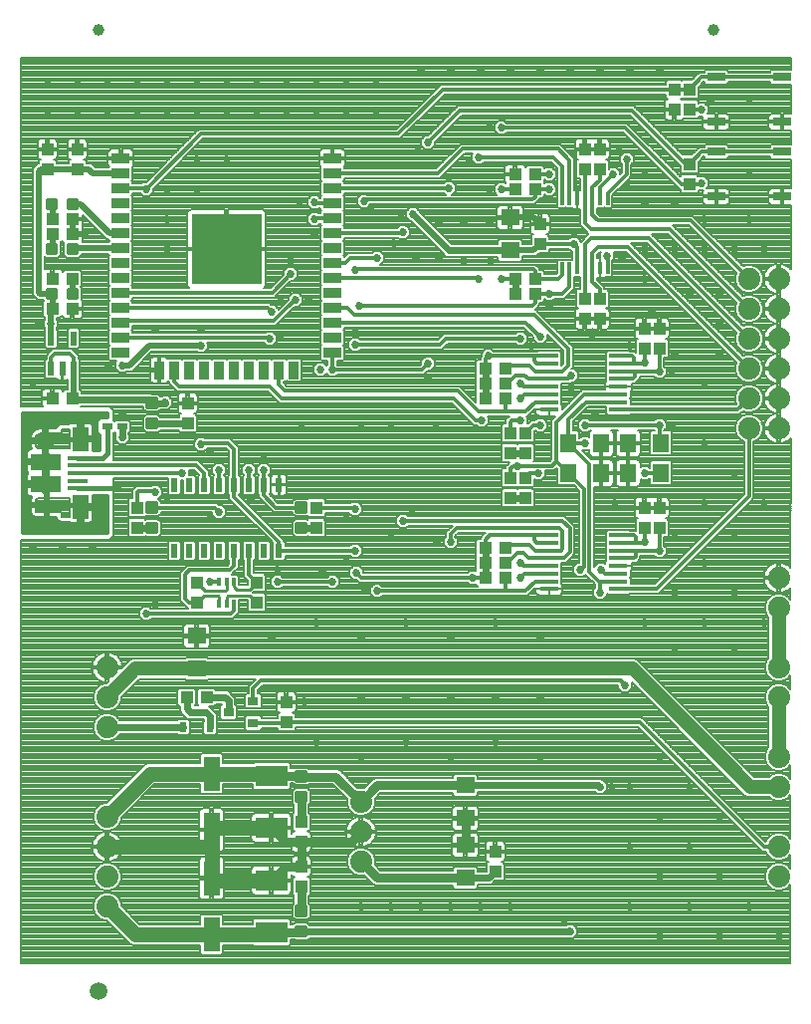
<source format=gtl>
G75*
%MOIN*%
%OFA0B0*%
%FSLAX25Y25*%
%IPPOS*%
%LPD*%
%AMOC8*
5,1,8,0,0,1.08239X$1,22.5*
%
%ADD10R,0.05512X0.11811*%
%ADD11R,0.03937X0.04331*%
%ADD12C,0.01181*%
%ADD13R,0.06890X0.01575*%
%ADD14R,0.05748X0.07874*%
%ADD15R,0.09843X0.05610*%
%ADD16C,0.03937*%
%ADD17C,0.04331*%
%ADD18C,0.00800*%
%ADD19R,0.01181X0.02598*%
%ADD20R,0.06299X0.01575*%
%ADD21R,0.01200X0.03900*%
%ADD22C,0.07400*%
%ADD23R,0.05906X0.03543*%
%ADD24R,0.03543X0.05906*%
%ADD25R,0.23622X0.23622*%
%ADD26R,0.02362X0.04724*%
%ADD27R,0.10630X0.07087*%
%ADD28R,0.02480X0.03268*%
%ADD29R,0.02165X0.04724*%
%ADD30R,0.04331X0.03937*%
%ADD31R,0.03268X0.02480*%
%ADD32R,0.03543X0.03150*%
%ADD33R,0.05512X0.06299*%
%ADD34R,0.06299X0.05512*%
%ADD35R,0.06000X0.03000*%
%ADD36C,0.05906*%
%ADD37C,0.01200*%
%ADD38C,0.02000*%
%ADD39C,0.02700*%
%ADD40C,0.02400*%
%ADD41C,0.05000*%
%ADD42C,0.03000*%
%ADD43C,0.01600*%
%ADD44C,0.01000*%
%ADD45C,0.04800*%
D10*
X0093750Y0039301D03*
X0093750Y0058199D03*
X0093750Y0074301D03*
X0093750Y0093199D03*
D11*
X0118750Y0110404D03*
X0118750Y0117096D03*
X0108750Y0150404D03*
X0108750Y0157096D03*
X0088750Y0157096D03*
X0088750Y0150404D03*
X0068750Y0175404D03*
X0068750Y0182096D03*
X0085750Y0210404D03*
X0085750Y0217096D03*
X0128750Y0182096D03*
X0128750Y0175404D03*
X0193750Y0185404D03*
X0198750Y0185404D03*
X0198750Y0192096D03*
X0193750Y0192096D03*
X0193750Y0200404D03*
X0198750Y0200404D03*
X0198750Y0207096D03*
X0193750Y0207096D03*
X0218750Y0245404D03*
X0223750Y0245404D03*
X0223750Y0252096D03*
X0218750Y0252096D03*
X0238750Y0242096D03*
X0243750Y0242096D03*
X0243750Y0235404D03*
X0238750Y0235404D03*
X0203750Y0270404D03*
X0203750Y0277096D03*
X0218750Y0295404D03*
X0223750Y0295404D03*
X0223750Y0302096D03*
X0218750Y0302096D03*
X0248750Y0315404D03*
X0253750Y0315404D03*
X0253750Y0322096D03*
X0248750Y0322096D03*
X0253750Y0297096D03*
X0253750Y0290404D03*
X0243750Y0182096D03*
X0238750Y0182096D03*
X0238750Y0175404D03*
X0243750Y0175404D03*
X0188750Y0067096D03*
X0188750Y0060404D03*
X0123750Y0062096D03*
X0123750Y0055404D03*
X0123750Y0070404D03*
X0123750Y0077096D03*
X0048750Y0295404D03*
X0048750Y0302096D03*
X0038750Y0302096D03*
X0038750Y0295404D03*
D12*
X0041675Y0285128D02*
X0041675Y0282372D01*
X0038919Y0282372D01*
X0038919Y0285128D01*
X0041675Y0285128D01*
X0041675Y0283494D02*
X0038919Y0283494D01*
X0038919Y0284616D02*
X0041675Y0284616D01*
X0048581Y0285128D02*
X0048581Y0282372D01*
X0045825Y0282372D01*
X0045825Y0285128D01*
X0048581Y0285128D01*
X0048581Y0283494D02*
X0045825Y0283494D01*
X0045825Y0284616D02*
X0048581Y0284616D01*
X0048581Y0270128D02*
X0048581Y0267372D01*
X0045825Y0267372D01*
X0045825Y0270128D01*
X0048581Y0270128D01*
X0048581Y0268494D02*
X0045825Y0268494D01*
X0045825Y0269616D02*
X0048581Y0269616D01*
X0041675Y0270128D02*
X0041675Y0267372D01*
X0038919Y0267372D01*
X0038919Y0270128D01*
X0041675Y0270128D01*
X0041675Y0268494D02*
X0038919Y0268494D01*
X0038919Y0269616D02*
X0041675Y0269616D01*
X0038919Y0255128D02*
X0038919Y0252372D01*
X0038919Y0255128D02*
X0041675Y0255128D01*
X0041675Y0252372D01*
X0038919Y0252372D01*
X0038919Y0253494D02*
X0041675Y0253494D01*
X0041675Y0254616D02*
X0038919Y0254616D01*
X0045825Y0255128D02*
X0045825Y0252372D01*
X0045825Y0255128D02*
X0048581Y0255128D01*
X0048581Y0252372D01*
X0045825Y0252372D01*
X0045825Y0253494D02*
X0048581Y0253494D01*
X0048581Y0254616D02*
X0045825Y0254616D01*
X0072372Y0218581D02*
X0075128Y0218581D01*
X0075128Y0215825D01*
X0072372Y0215825D01*
X0072372Y0218581D01*
X0072372Y0216947D02*
X0075128Y0216947D01*
X0075128Y0218069D02*
X0072372Y0218069D01*
X0072372Y0211675D02*
X0075128Y0211675D01*
X0075128Y0208919D01*
X0072372Y0208919D01*
X0072372Y0211675D01*
X0072372Y0210041D02*
X0075128Y0210041D01*
X0075128Y0211163D02*
X0072372Y0211163D01*
X0072372Y0180825D02*
X0075128Y0180825D01*
X0072372Y0180825D02*
X0072372Y0183581D01*
X0075128Y0183581D01*
X0075128Y0180825D01*
X0075128Y0181947D02*
X0072372Y0181947D01*
X0072372Y0183069D02*
X0075128Y0183069D01*
X0075128Y0173919D02*
X0072372Y0173919D01*
X0072372Y0176675D01*
X0075128Y0176675D01*
X0075128Y0173919D01*
X0075128Y0175041D02*
X0072372Y0175041D01*
X0072372Y0176163D02*
X0075128Y0176163D01*
X0122372Y0173919D02*
X0125128Y0173919D01*
X0122372Y0173919D02*
X0122372Y0176675D01*
X0125128Y0176675D01*
X0125128Y0173919D01*
X0125128Y0175041D02*
X0122372Y0175041D01*
X0122372Y0176163D02*
X0125128Y0176163D01*
X0125128Y0180825D02*
X0122372Y0180825D01*
X0122372Y0183581D01*
X0125128Y0183581D01*
X0125128Y0180825D01*
X0125128Y0181947D02*
X0122372Y0181947D01*
X0122372Y0183069D02*
X0125128Y0183069D01*
X0125128Y0093581D02*
X0122372Y0093581D01*
X0125128Y0093581D02*
X0125128Y0090825D01*
X0122372Y0090825D01*
X0122372Y0093581D01*
X0122372Y0091947D02*
X0125128Y0091947D01*
X0125128Y0093069D02*
X0122372Y0093069D01*
X0122372Y0086675D02*
X0125128Y0086675D01*
X0125128Y0083919D01*
X0122372Y0083919D01*
X0122372Y0086675D01*
X0122372Y0085041D02*
X0125128Y0085041D01*
X0125128Y0086163D02*
X0122372Y0086163D01*
X0122372Y0048581D02*
X0125128Y0048581D01*
X0125128Y0045825D01*
X0122372Y0045825D01*
X0122372Y0048581D01*
X0122372Y0046947D02*
X0125128Y0046947D01*
X0125128Y0048069D02*
X0122372Y0048069D01*
X0122372Y0041675D02*
X0125128Y0041675D01*
X0125128Y0038919D01*
X0122372Y0038919D01*
X0122372Y0041675D01*
X0122372Y0040041D02*
X0125128Y0040041D01*
X0125128Y0041163D02*
X0122372Y0041163D01*
D13*
X0048750Y0188632D03*
X0048750Y0191191D03*
X0048750Y0193750D03*
X0048750Y0196309D03*
X0048750Y0198868D03*
D14*
X0049833Y0205167D03*
X0049833Y0182333D03*
D15*
X0038219Y0189961D03*
X0038219Y0197539D03*
D16*
X0038612Y0183120D03*
X0055750Y0342000D03*
X0261750Y0342000D03*
D17*
X0038786Y0204504D02*
X0037210Y0204504D01*
X0037210Y0204504D01*
X0038786Y0204504D01*
X0038786Y0204504D01*
D18*
X0029750Y0171550D02*
X0029750Y0029750D01*
X0287672Y0029750D01*
X0287678Y0056032D01*
X0286412Y0054766D01*
X0284685Y0054050D01*
X0282815Y0054050D01*
X0281088Y0054766D01*
X0279766Y0056088D01*
X0279050Y0057815D01*
X0279050Y0059685D01*
X0279766Y0061412D01*
X0281088Y0062734D01*
X0282815Y0063450D01*
X0284685Y0063450D01*
X0286412Y0062734D01*
X0287680Y0061467D01*
X0287681Y0066034D01*
X0286412Y0064766D01*
X0284685Y0064050D01*
X0282815Y0064050D01*
X0281088Y0064766D01*
X0279766Y0066088D01*
X0279325Y0067150D01*
X0278087Y0067150D01*
X0236434Y0108804D01*
X0121718Y0108804D01*
X0121718Y0107824D01*
X0121133Y0107238D01*
X0116367Y0107238D01*
X0115781Y0107824D01*
X0115781Y0108410D01*
X0110459Y0108410D01*
X0110459Y0108021D01*
X0109873Y0107435D01*
X0105501Y0107435D01*
X0104915Y0108021D01*
X0104915Y0111999D01*
X0105501Y0112585D01*
X0109873Y0112585D01*
X0110459Y0111999D01*
X0110459Y0111610D01*
X0115781Y0111610D01*
X0115781Y0112983D01*
X0116367Y0113569D01*
X0116456Y0113569D01*
X0116241Y0113627D01*
X0115922Y0113811D01*
X0115661Y0114071D01*
X0115477Y0114391D01*
X0115381Y0114747D01*
X0115381Y0116696D01*
X0118350Y0116696D01*
X0118350Y0117496D01*
X0115381Y0117496D01*
X0115381Y0119446D01*
X0115477Y0119802D01*
X0115661Y0120121D01*
X0115922Y0120382D01*
X0116241Y0120566D01*
X0116597Y0120662D01*
X0118350Y0120662D01*
X0118350Y0117496D01*
X0119150Y0117496D01*
X0122118Y0117496D01*
X0122118Y0119446D01*
X0122023Y0119802D01*
X0121839Y0120121D01*
X0121578Y0120382D01*
X0121259Y0120566D01*
X0120903Y0120662D01*
X0119150Y0120662D01*
X0119150Y0117496D01*
X0119150Y0116696D01*
X0122118Y0116696D01*
X0122118Y0114747D01*
X0122023Y0114391D01*
X0121839Y0114071D01*
X0121578Y0113811D01*
X0121259Y0113627D01*
X0121044Y0113569D01*
X0121133Y0113569D01*
X0121718Y0112983D01*
X0121718Y0112004D01*
X0237759Y0112004D01*
X0279351Y0070412D01*
X0279766Y0071412D01*
X0281088Y0072734D01*
X0282815Y0073450D01*
X0284685Y0073450D01*
X0286412Y0072734D01*
X0287682Y0071464D01*
X0287686Y0086039D01*
X0286412Y0084766D01*
X0284685Y0084050D01*
X0282815Y0084050D01*
X0281088Y0084766D01*
X0280503Y0085350D01*
X0273574Y0085350D01*
X0272324Y0085868D01*
X0234600Y0123592D01*
X0234600Y0121777D01*
X0233223Y0120400D01*
X0231277Y0120400D01*
X0229900Y0121777D01*
X0229900Y0122650D01*
X0110913Y0122650D01*
X0109287Y0121024D01*
X0109287Y0120065D01*
X0109873Y0120065D01*
X0110459Y0119479D01*
X0110459Y0115501D01*
X0109873Y0114915D01*
X0105501Y0114915D01*
X0104915Y0115501D01*
X0104915Y0119479D01*
X0105501Y0120065D01*
X0106087Y0120065D01*
X0106087Y0122350D01*
X0108575Y0124838D01*
X0092670Y0124838D01*
X0092314Y0124482D01*
X0085186Y0124482D01*
X0084830Y0124838D01*
X0069647Y0124838D01*
X0063450Y0118642D01*
X0063450Y0117815D01*
X0062734Y0116088D01*
X0061412Y0114766D01*
X0059685Y0114050D01*
X0057815Y0114050D01*
X0056088Y0114766D01*
X0054766Y0116088D01*
X0054050Y0117815D01*
X0054050Y0119685D01*
X0054766Y0121412D01*
X0056088Y0122734D01*
X0057815Y0123450D01*
X0058642Y0123450D01*
X0059150Y0123958D01*
X0059150Y0128350D01*
X0059150Y0129150D01*
X0058350Y0129150D01*
X0058350Y0133850D01*
X0058349Y0133850D01*
X0057556Y0133724D01*
X0056792Y0133476D01*
X0056077Y0133112D01*
X0055428Y0132640D01*
X0054860Y0132072D01*
X0054388Y0131423D01*
X0054024Y0130708D01*
X0053776Y0129944D01*
X0053650Y0129151D01*
X0053650Y0129150D01*
X0058350Y0129150D01*
X0058350Y0128350D01*
X0059150Y0128350D01*
X0063542Y0128350D01*
X0065356Y0130164D01*
X0066312Y0131121D01*
X0067562Y0131638D01*
X0084830Y0131638D01*
X0085186Y0131994D01*
X0092314Y0131994D01*
X0092670Y0131638D01*
X0235438Y0131638D01*
X0236688Y0131121D01*
X0275658Y0092150D01*
X0280503Y0092150D01*
X0281088Y0092734D01*
X0282815Y0093450D01*
X0284685Y0093450D01*
X0286412Y0092734D01*
X0287687Y0091459D01*
X0287689Y0096042D01*
X0286412Y0094766D01*
X0284685Y0094050D01*
X0282815Y0094050D01*
X0281088Y0094766D01*
X0279766Y0096088D01*
X0279050Y0097815D01*
X0279050Y0099685D01*
X0279766Y0101412D01*
X0280350Y0101997D01*
X0280350Y0115503D01*
X0279766Y0116088D01*
X0279050Y0117815D01*
X0279050Y0119685D01*
X0279766Y0121412D01*
X0281088Y0122734D01*
X0282815Y0123450D01*
X0284685Y0123450D01*
X0286412Y0122734D01*
X0287695Y0121452D01*
X0287696Y0126050D01*
X0286412Y0124766D01*
X0284685Y0124050D01*
X0282815Y0124050D01*
X0281088Y0124766D01*
X0279766Y0126088D01*
X0279050Y0127815D01*
X0279050Y0129685D01*
X0279766Y0131412D01*
X0280350Y0131997D01*
X0280350Y0145503D01*
X0279766Y0146088D01*
X0279050Y0147815D01*
X0279050Y0149685D01*
X0279766Y0151412D01*
X0281088Y0152734D01*
X0282815Y0153450D01*
X0284685Y0153450D01*
X0286412Y0152734D01*
X0287703Y0151444D01*
X0287704Y0155516D01*
X0287640Y0155428D01*
X0287072Y0154860D01*
X0286423Y0154388D01*
X0285708Y0154024D01*
X0284944Y0153776D01*
X0284151Y0153650D01*
X0284150Y0153650D01*
X0284150Y0158350D01*
X0283350Y0158350D01*
X0283350Y0153650D01*
X0283349Y0153650D01*
X0282556Y0153776D01*
X0281792Y0154024D01*
X0281077Y0154388D01*
X0280428Y0154860D01*
X0279860Y0155428D01*
X0279388Y0156077D01*
X0279024Y0156792D01*
X0278776Y0157556D01*
X0278650Y0158349D01*
X0278650Y0158350D01*
X0283350Y0158350D01*
X0283350Y0159150D01*
X0283350Y0163850D01*
X0283349Y0163850D01*
X0282556Y0163724D01*
X0281792Y0163476D01*
X0281077Y0163112D01*
X0280428Y0162640D01*
X0279860Y0162072D01*
X0279388Y0161423D01*
X0279024Y0160708D01*
X0278776Y0159944D01*
X0278650Y0159151D01*
X0278650Y0159150D01*
X0283350Y0159150D01*
X0284150Y0159150D01*
X0284150Y0163850D01*
X0284151Y0163850D01*
X0284944Y0163724D01*
X0285708Y0163476D01*
X0286423Y0163112D01*
X0287072Y0162640D01*
X0287640Y0162072D01*
X0287706Y0161982D01*
X0287717Y0205533D01*
X0287640Y0205428D01*
X0287072Y0204860D01*
X0286423Y0204388D01*
X0285708Y0204024D01*
X0284944Y0203776D01*
X0284151Y0203650D01*
X0284150Y0203650D01*
X0284150Y0208350D01*
X0283350Y0208350D01*
X0283350Y0203650D01*
X0283349Y0203650D01*
X0282556Y0203776D01*
X0281792Y0204024D01*
X0281077Y0204388D01*
X0280428Y0204860D01*
X0279860Y0205428D01*
X0279388Y0206077D01*
X0279024Y0206792D01*
X0278776Y0207556D01*
X0278650Y0208349D01*
X0278650Y0208350D01*
X0283350Y0208350D01*
X0283350Y0209150D01*
X0283350Y0218350D01*
X0278650Y0218350D01*
X0278650Y0218349D01*
X0278776Y0217556D01*
X0279024Y0216792D01*
X0279388Y0216077D01*
X0279860Y0215428D01*
X0280428Y0214860D01*
X0281077Y0214388D01*
X0281792Y0214024D01*
X0282556Y0213776D01*
X0282717Y0213750D01*
X0282556Y0213724D01*
X0281792Y0213476D01*
X0281077Y0213112D01*
X0280428Y0212640D01*
X0279860Y0212072D01*
X0279388Y0211423D01*
X0279024Y0210708D01*
X0278776Y0209944D01*
X0278650Y0209151D01*
X0278650Y0209150D01*
X0283350Y0209150D01*
X0284150Y0209150D01*
X0284150Y0213650D01*
X0284150Y0218350D01*
X0283350Y0218350D01*
X0283350Y0219150D01*
X0283350Y0228350D01*
X0278650Y0228350D01*
X0278650Y0228349D01*
X0278776Y0227556D01*
X0279024Y0226792D01*
X0279388Y0226077D01*
X0279860Y0225428D01*
X0280428Y0224860D01*
X0281077Y0224388D01*
X0281792Y0224024D01*
X0282556Y0223776D01*
X0282717Y0223750D01*
X0282556Y0223724D01*
X0281792Y0223476D01*
X0281077Y0223112D01*
X0280428Y0222640D01*
X0279860Y0222072D01*
X0279388Y0221423D01*
X0279024Y0220708D01*
X0278776Y0219944D01*
X0278650Y0219151D01*
X0278650Y0219150D01*
X0283350Y0219150D01*
X0284150Y0219150D01*
X0284150Y0223650D01*
X0284150Y0228350D01*
X0283350Y0228350D01*
X0283350Y0229150D01*
X0283350Y0238350D01*
X0278650Y0238350D01*
X0278650Y0238349D01*
X0278776Y0237556D01*
X0279024Y0236792D01*
X0279388Y0236077D01*
X0279860Y0235428D01*
X0280428Y0234860D01*
X0281077Y0234388D01*
X0281792Y0234024D01*
X0282556Y0233776D01*
X0282717Y0233750D01*
X0282556Y0233724D01*
X0281792Y0233476D01*
X0281077Y0233112D01*
X0280428Y0232640D01*
X0279860Y0232072D01*
X0279388Y0231423D01*
X0279024Y0230708D01*
X0278776Y0229944D01*
X0278650Y0229151D01*
X0278650Y0229150D01*
X0283350Y0229150D01*
X0284150Y0229150D01*
X0284150Y0233650D01*
X0284150Y0238350D01*
X0283350Y0238350D01*
X0283350Y0239150D01*
X0283350Y0248350D01*
X0278650Y0248350D01*
X0278650Y0248349D01*
X0278776Y0247556D01*
X0279024Y0246792D01*
X0279388Y0246077D01*
X0279860Y0245428D01*
X0280428Y0244860D01*
X0281077Y0244388D01*
X0281792Y0244024D01*
X0282556Y0243776D01*
X0282717Y0243750D01*
X0282556Y0243724D01*
X0281792Y0243476D01*
X0281077Y0243112D01*
X0280428Y0242640D01*
X0279860Y0242072D01*
X0279388Y0241423D01*
X0279024Y0240708D01*
X0278776Y0239944D01*
X0278650Y0239151D01*
X0278650Y0239150D01*
X0283350Y0239150D01*
X0284150Y0239150D01*
X0284150Y0243650D01*
X0284150Y0248350D01*
X0283350Y0248350D01*
X0283350Y0249150D01*
X0283350Y0258350D01*
X0278650Y0258350D01*
X0278650Y0258349D01*
X0278776Y0257556D01*
X0279024Y0256792D01*
X0279388Y0256077D01*
X0279860Y0255428D01*
X0280428Y0254860D01*
X0281077Y0254388D01*
X0281792Y0254024D01*
X0282556Y0253776D01*
X0282717Y0253750D01*
X0282556Y0253724D01*
X0281792Y0253476D01*
X0281077Y0253112D01*
X0280428Y0252640D01*
X0279860Y0252072D01*
X0279388Y0251423D01*
X0279024Y0250708D01*
X0278776Y0249944D01*
X0278650Y0249151D01*
X0278650Y0249150D01*
X0283350Y0249150D01*
X0284150Y0249150D01*
X0284150Y0253850D01*
X0284150Y0258350D01*
X0283350Y0258350D01*
X0283350Y0259150D01*
X0283350Y0263850D01*
X0283349Y0263850D01*
X0282556Y0263724D01*
X0281792Y0263476D01*
X0281077Y0263112D01*
X0280428Y0262640D01*
X0279860Y0262072D01*
X0279388Y0261423D01*
X0279024Y0260708D01*
X0278776Y0259944D01*
X0278650Y0259151D01*
X0278650Y0259150D01*
X0283350Y0259150D01*
X0284150Y0259150D01*
X0284150Y0263850D01*
X0284151Y0263850D01*
X0284944Y0263724D01*
X0285708Y0263476D01*
X0286423Y0263112D01*
X0287072Y0262640D01*
X0287640Y0262072D01*
X0287731Y0261947D01*
X0287737Y0283350D01*
X0285100Y0283350D01*
X0285100Y0285900D01*
X0284400Y0285900D01*
X0284400Y0283350D01*
X0281566Y0283350D01*
X0281210Y0283445D01*
X0280890Y0283630D01*
X0280630Y0283890D01*
X0280445Y0284210D01*
X0280350Y0284566D01*
X0280350Y0285900D01*
X0284400Y0285900D01*
X0284400Y0286600D01*
X0284400Y0289150D01*
X0281566Y0289150D01*
X0281210Y0289055D01*
X0280890Y0288870D01*
X0280630Y0288610D01*
X0280445Y0288290D01*
X0280350Y0287934D01*
X0280350Y0286600D01*
X0284400Y0286600D01*
X0285100Y0286600D01*
X0285100Y0289150D01*
X0287738Y0289150D01*
X0287741Y0298750D01*
X0281336Y0298750D01*
X0280750Y0299336D01*
X0280750Y0299650D01*
X0266750Y0299650D01*
X0266750Y0299336D01*
X0266164Y0298750D01*
X0259336Y0298750D01*
X0258750Y0299336D01*
X0258750Y0299650D01*
X0258566Y0299650D01*
X0256718Y0297802D01*
X0256718Y0294517D01*
X0256133Y0293931D01*
X0251367Y0293931D01*
X0250781Y0294517D01*
X0250781Y0296456D01*
X0233875Y0313362D01*
X0177625Y0313362D01*
X0168600Y0304337D01*
X0168600Y0303277D01*
X0167223Y0301900D01*
X0165277Y0301900D01*
X0163900Y0303277D01*
X0163900Y0305223D01*
X0165277Y0306600D01*
X0166337Y0306600D01*
X0175362Y0315625D01*
X0176299Y0316562D01*
X0235201Y0316562D01*
X0236138Y0315625D01*
X0251501Y0300262D01*
X0254653Y0300262D01*
X0256304Y0301913D01*
X0257241Y0302850D01*
X0258750Y0302850D01*
X0258750Y0303164D01*
X0259336Y0303750D01*
X0266164Y0303750D01*
X0266750Y0303164D01*
X0266750Y0302850D01*
X0280750Y0302850D01*
X0280750Y0303164D01*
X0281336Y0303750D01*
X0287742Y0303750D01*
X0287743Y0308350D01*
X0285100Y0308350D01*
X0285100Y0310900D01*
X0284400Y0310900D01*
X0284400Y0308350D01*
X0281566Y0308350D01*
X0281210Y0308445D01*
X0280890Y0308630D01*
X0280630Y0308890D01*
X0280445Y0309210D01*
X0280350Y0309566D01*
X0280350Y0310900D01*
X0284400Y0310900D01*
X0284400Y0311600D01*
X0284400Y0314150D01*
X0281566Y0314150D01*
X0281210Y0314055D01*
X0280890Y0313870D01*
X0280630Y0313610D01*
X0280445Y0313290D01*
X0280350Y0312934D01*
X0280350Y0311600D01*
X0284400Y0311600D01*
X0285100Y0311600D01*
X0285100Y0314150D01*
X0287745Y0314150D01*
X0287747Y0323750D01*
X0281336Y0323750D01*
X0280750Y0324336D01*
X0280750Y0324650D01*
X0266750Y0324650D01*
X0266750Y0324336D01*
X0266164Y0323750D01*
X0259336Y0323750D01*
X0258750Y0324336D01*
X0258750Y0324650D01*
X0258566Y0324650D01*
X0256718Y0322802D01*
X0256718Y0319517D01*
X0256133Y0318931D01*
X0251367Y0318931D01*
X0251250Y0319048D01*
X0251133Y0318931D01*
X0251044Y0318931D01*
X0251259Y0318873D01*
X0251578Y0318689D01*
X0251698Y0318569D01*
X0256133Y0318569D01*
X0256718Y0317983D01*
X0256718Y0317542D01*
X0256777Y0317600D01*
X0258723Y0317600D01*
X0260100Y0316223D01*
X0260100Y0314277D01*
X0259973Y0314150D01*
X0262400Y0314150D01*
X0262400Y0311600D01*
X0263100Y0311600D01*
X0263100Y0314150D01*
X0265934Y0314150D01*
X0266290Y0314055D01*
X0266610Y0313870D01*
X0266870Y0313610D01*
X0267055Y0313290D01*
X0267150Y0312934D01*
X0267150Y0311600D01*
X0263100Y0311600D01*
X0263100Y0310900D01*
X0267150Y0310900D01*
X0267150Y0309566D01*
X0267055Y0309210D01*
X0266870Y0308890D01*
X0266610Y0308630D01*
X0266290Y0308445D01*
X0265934Y0308350D01*
X0263100Y0308350D01*
X0263100Y0310900D01*
X0262400Y0310900D01*
X0262400Y0308350D01*
X0259566Y0308350D01*
X0259210Y0308445D01*
X0258890Y0308630D01*
X0258630Y0308890D01*
X0258445Y0309210D01*
X0258350Y0309566D01*
X0258350Y0310900D01*
X0262400Y0310900D01*
X0262400Y0311600D01*
X0258350Y0311600D01*
X0258350Y0312900D01*
X0256777Y0312900D01*
X0256718Y0312958D01*
X0256718Y0312824D01*
X0256133Y0312238D01*
X0251698Y0312238D01*
X0251578Y0312118D01*
X0251259Y0311934D01*
X0250903Y0311838D01*
X0249150Y0311838D01*
X0249150Y0315003D01*
X0248350Y0315003D01*
X0248350Y0311838D01*
X0246597Y0311838D01*
X0246241Y0311934D01*
X0245922Y0312118D01*
X0245661Y0312379D01*
X0245477Y0312698D01*
X0245381Y0313054D01*
X0245381Y0315004D01*
X0248350Y0315004D01*
X0248350Y0315804D01*
X0245381Y0315804D01*
X0245381Y0317753D01*
X0245477Y0318109D01*
X0245661Y0318429D01*
X0245922Y0318689D01*
X0246241Y0318873D01*
X0246456Y0318931D01*
X0246367Y0318931D01*
X0245781Y0319517D01*
X0245781Y0320496D01*
X0171759Y0320496D01*
X0156913Y0305650D01*
X0090913Y0305650D01*
X0074100Y0288837D01*
X0074100Y0287777D01*
X0072723Y0286400D01*
X0070777Y0286400D01*
X0069712Y0287465D01*
X0067270Y0287465D01*
X0067270Y0286879D01*
X0066956Y0286565D01*
X0067270Y0286251D01*
X0067270Y0281879D01*
X0066956Y0281565D01*
X0067270Y0281251D01*
X0067270Y0276879D01*
X0066956Y0276565D01*
X0067270Y0276251D01*
X0067270Y0271879D01*
X0066956Y0271565D01*
X0067270Y0271251D01*
X0067270Y0266879D01*
X0066956Y0266565D01*
X0067270Y0266251D01*
X0067270Y0261879D01*
X0066956Y0261565D01*
X0067270Y0261251D01*
X0067270Y0256879D01*
X0066956Y0256565D01*
X0067270Y0256251D01*
X0067270Y0255665D01*
X0086346Y0255665D01*
X0086079Y0255819D01*
X0085819Y0256079D01*
X0085634Y0256399D01*
X0085539Y0256755D01*
X0085539Y0268350D01*
X0098350Y0268350D01*
X0098350Y0269150D01*
X0098350Y0281961D01*
X0086755Y0281961D01*
X0086399Y0281866D01*
X0086079Y0281681D01*
X0085819Y0281421D01*
X0085634Y0281101D01*
X0085539Y0280745D01*
X0085539Y0269150D01*
X0098350Y0269150D01*
X0099150Y0269150D01*
X0099150Y0281961D01*
X0110745Y0281961D01*
X0111101Y0281866D01*
X0111421Y0281681D01*
X0111681Y0281421D01*
X0111866Y0281101D01*
X0111961Y0280745D01*
X0111961Y0269150D01*
X0099150Y0269150D01*
X0099150Y0268350D01*
X0111961Y0268350D01*
X0111961Y0256755D01*
X0111866Y0256399D01*
X0111681Y0256079D01*
X0111421Y0255819D01*
X0111154Y0255665D01*
X0113402Y0255665D01*
X0117900Y0260163D01*
X0117900Y0261223D01*
X0119277Y0262600D01*
X0121223Y0262600D01*
X0122600Y0261223D01*
X0122600Y0259277D01*
X0121223Y0257900D01*
X0120163Y0257900D01*
X0115665Y0253402D01*
X0115665Y0253402D01*
X0114728Y0252465D01*
X0067270Y0252465D01*
X0067270Y0251879D01*
X0066956Y0251565D01*
X0067270Y0251251D01*
X0067270Y0250665D01*
X0113098Y0250665D01*
X0113663Y0250100D01*
X0114723Y0250100D01*
X0116100Y0248723D01*
X0116100Y0248363D01*
X0117400Y0249663D01*
X0119400Y0251663D01*
X0119400Y0252723D01*
X0120777Y0254100D01*
X0122723Y0254100D01*
X0124100Y0252723D01*
X0124100Y0250777D01*
X0122723Y0249400D01*
X0121663Y0249400D01*
X0119663Y0247400D01*
X0115228Y0242965D01*
X0067270Y0242965D01*
X0067270Y0241879D01*
X0066956Y0241565D01*
X0067270Y0241251D01*
X0067270Y0240665D01*
X0111842Y0240665D01*
X0112277Y0241100D01*
X0114223Y0241100D01*
X0115600Y0239723D01*
X0115600Y0237777D01*
X0114223Y0236400D01*
X0112277Y0236400D01*
X0111212Y0237465D01*
X0092358Y0237465D01*
X0092600Y0237223D01*
X0092600Y0235277D01*
X0091223Y0233900D01*
X0089277Y0233900D01*
X0088927Y0234250D01*
X0073578Y0234250D01*
X0067078Y0227750D01*
X0065073Y0227750D01*
X0064723Y0227400D01*
X0062777Y0227400D01*
X0061400Y0228777D01*
X0061400Y0230723D01*
X0061970Y0231293D01*
X0059950Y0231293D01*
X0059364Y0231879D01*
X0059364Y0236251D01*
X0059678Y0236565D01*
X0059364Y0236879D01*
X0059364Y0241251D01*
X0059678Y0241565D01*
X0059364Y0241879D01*
X0059364Y0246251D01*
X0059678Y0246565D01*
X0059364Y0246879D01*
X0059364Y0251251D01*
X0059678Y0251565D01*
X0059364Y0251879D01*
X0059364Y0256251D01*
X0059678Y0256565D01*
X0059364Y0256879D01*
X0059364Y0261251D01*
X0059678Y0261565D01*
X0059364Y0261879D01*
X0059364Y0266251D01*
X0059678Y0266565D01*
X0059364Y0266879D01*
X0059364Y0267065D01*
X0050171Y0267065D01*
X0050171Y0266713D01*
X0049240Y0265781D01*
X0045166Y0265781D01*
X0044234Y0266713D01*
X0044234Y0270567D01*
X0044071Y0270661D01*
X0043811Y0270922D01*
X0043627Y0271241D01*
X0043569Y0271456D01*
X0043569Y0271367D01*
X0043127Y0270925D01*
X0043266Y0270787D01*
X0043266Y0266713D01*
X0042334Y0265781D01*
X0038260Y0265781D01*
X0037750Y0266292D01*
X0037750Y0262037D01*
X0038054Y0262118D01*
X0040004Y0262118D01*
X0040004Y0259150D01*
X0040804Y0259150D01*
X0040804Y0262118D01*
X0042753Y0262118D01*
X0043109Y0262023D01*
X0043429Y0261839D01*
X0043689Y0261578D01*
X0043873Y0261259D01*
X0043931Y0261044D01*
X0043931Y0261133D01*
X0044517Y0261718D01*
X0049676Y0261718D01*
X0050262Y0261133D01*
X0050262Y0256367D01*
X0049926Y0256032D01*
X0050171Y0255787D01*
X0050171Y0251789D01*
X0050382Y0251578D01*
X0050566Y0251259D01*
X0050662Y0250903D01*
X0050662Y0249150D01*
X0047496Y0249150D01*
X0047496Y0248350D01*
X0047496Y0245381D01*
X0049446Y0245381D01*
X0049802Y0245477D01*
X0050121Y0245661D01*
X0050382Y0245922D01*
X0050566Y0246241D01*
X0050662Y0246597D01*
X0050662Y0248350D01*
X0047496Y0248350D01*
X0046696Y0248350D01*
X0046696Y0245381D01*
X0044747Y0245381D01*
X0044391Y0245477D01*
X0044071Y0245661D01*
X0043811Y0245922D01*
X0043627Y0246241D01*
X0043569Y0246456D01*
X0043569Y0246367D01*
X0042983Y0245781D01*
X0042010Y0245781D01*
X0042010Y0245073D01*
X0042360Y0244723D01*
X0042360Y0242777D01*
X0042010Y0242427D01*
X0042010Y0241728D01*
X0042093Y0241645D01*
X0042093Y0236092D01*
X0041507Y0235506D01*
X0038513Y0235506D01*
X0037927Y0236092D01*
X0037927Y0241645D01*
X0038010Y0241728D01*
X0038010Y0242427D01*
X0037660Y0242777D01*
X0037660Y0244723D01*
X0038010Y0245073D01*
X0038010Y0245781D01*
X0037824Y0245781D01*
X0037238Y0246367D01*
X0037238Y0251133D01*
X0037574Y0251468D01*
X0037329Y0251713D01*
X0037329Y0251750D01*
X0035422Y0251750D01*
X0034922Y0252250D01*
X0033750Y0253422D01*
X0033750Y0295578D01*
X0035575Y0297404D01*
X0035781Y0297404D01*
X0035781Y0297983D01*
X0036367Y0298569D01*
X0036456Y0298569D01*
X0036241Y0298627D01*
X0035922Y0298811D01*
X0035661Y0299071D01*
X0035477Y0299391D01*
X0035381Y0299747D01*
X0035381Y0301696D01*
X0038350Y0301696D01*
X0038350Y0302496D01*
X0035381Y0302496D01*
X0035381Y0304446D01*
X0035477Y0304802D01*
X0035661Y0305121D01*
X0035922Y0305382D01*
X0036241Y0305566D01*
X0036597Y0305662D01*
X0038350Y0305662D01*
X0038350Y0302496D01*
X0039150Y0302496D01*
X0042118Y0302496D01*
X0042118Y0304446D01*
X0042023Y0304802D01*
X0041839Y0305121D01*
X0041578Y0305382D01*
X0041259Y0305566D01*
X0040903Y0305662D01*
X0039150Y0305662D01*
X0039150Y0302496D01*
X0039150Y0301696D01*
X0042118Y0301696D01*
X0042118Y0299747D01*
X0042023Y0299391D01*
X0041839Y0299071D01*
X0041578Y0298811D01*
X0041259Y0298627D01*
X0041044Y0298569D01*
X0041133Y0298569D01*
X0041718Y0297983D01*
X0041718Y0297404D01*
X0045781Y0297404D01*
X0045781Y0297983D01*
X0046367Y0298569D01*
X0046456Y0298569D01*
X0046241Y0298627D01*
X0045922Y0298811D01*
X0045661Y0299071D01*
X0045477Y0299391D01*
X0045381Y0299747D01*
X0045381Y0301696D01*
X0048350Y0301696D01*
X0048350Y0302496D01*
X0045381Y0302496D01*
X0045381Y0304446D01*
X0045477Y0304802D01*
X0045661Y0305121D01*
X0045922Y0305382D01*
X0046241Y0305566D01*
X0046597Y0305662D01*
X0048350Y0305662D01*
X0048350Y0302496D01*
X0049150Y0302496D01*
X0052118Y0302496D01*
X0052118Y0304446D01*
X0052023Y0304802D01*
X0051839Y0305121D01*
X0051578Y0305382D01*
X0051259Y0305566D01*
X0050903Y0305662D01*
X0049150Y0305662D01*
X0049150Y0302496D01*
X0049150Y0301696D01*
X0052118Y0301696D01*
X0052118Y0299747D01*
X0052023Y0299391D01*
X0051839Y0299071D01*
X0051578Y0298811D01*
X0051259Y0298627D01*
X0051044Y0298569D01*
X0051133Y0298569D01*
X0051718Y0297983D01*
X0051718Y0297404D01*
X0053425Y0297404D01*
X0054763Y0296065D01*
X0059364Y0296065D01*
X0059364Y0296251D01*
X0059395Y0296282D01*
X0059244Y0296434D01*
X0059060Y0296753D01*
X0058964Y0297109D01*
X0058964Y0298665D01*
X0062917Y0298665D01*
X0062917Y0299465D01*
X0062917Y0302237D01*
X0060180Y0302237D01*
X0059824Y0302141D01*
X0059505Y0301957D01*
X0059244Y0301696D01*
X0059060Y0301377D01*
X0058964Y0301021D01*
X0058964Y0299465D01*
X0062917Y0299465D01*
X0063717Y0299465D01*
X0067670Y0299465D01*
X0067670Y0301021D01*
X0067574Y0301377D01*
X0067390Y0301696D01*
X0067129Y0301957D01*
X0066810Y0302141D01*
X0066454Y0302237D01*
X0063717Y0302237D01*
X0063717Y0299465D01*
X0063717Y0298665D01*
X0067670Y0298665D01*
X0067670Y0297109D01*
X0067574Y0296753D01*
X0067390Y0296434D01*
X0067238Y0296282D01*
X0067270Y0296251D01*
X0067270Y0291879D01*
X0066956Y0291565D01*
X0067270Y0291251D01*
X0067270Y0290665D01*
X0070342Y0290665D01*
X0070777Y0291100D01*
X0071837Y0291100D01*
X0088650Y0307913D01*
X0089587Y0308850D01*
X0155587Y0308850D01*
X0170434Y0323696D01*
X0245781Y0323696D01*
X0245781Y0324676D01*
X0246367Y0325262D01*
X0251133Y0325262D01*
X0251250Y0325145D01*
X0251367Y0325262D01*
X0254653Y0325262D01*
X0256304Y0326913D01*
X0257241Y0327850D01*
X0258750Y0327850D01*
X0258750Y0328164D01*
X0259336Y0328750D01*
X0266164Y0328750D01*
X0266750Y0328164D01*
X0266750Y0327850D01*
X0280750Y0327850D01*
X0280750Y0328164D01*
X0281336Y0328750D01*
X0287749Y0328750D01*
X0287750Y0332750D01*
X0029750Y0332750D01*
X0029750Y0215950D01*
X0037102Y0215950D01*
X0036934Y0216241D01*
X0036838Y0216597D01*
X0036838Y0218350D01*
X0040003Y0218350D01*
X0040003Y0219150D01*
X0036838Y0219150D01*
X0036838Y0220903D01*
X0036934Y0221259D01*
X0037118Y0221578D01*
X0037379Y0221839D01*
X0037698Y0222023D01*
X0038054Y0222118D01*
X0040004Y0222118D01*
X0040004Y0219150D01*
X0040804Y0219150D01*
X0040804Y0222118D01*
X0042753Y0222118D01*
X0043109Y0222023D01*
X0043429Y0221839D01*
X0043689Y0221578D01*
X0043873Y0221259D01*
X0043931Y0221044D01*
X0043931Y0221133D01*
X0044517Y0221718D01*
X0045490Y0221718D01*
X0045490Y0225032D01*
X0045373Y0224965D01*
X0045017Y0224869D01*
X0043891Y0224869D01*
X0043891Y0228490D01*
X0043609Y0228490D01*
X0043609Y0224869D01*
X0042483Y0224869D01*
X0042127Y0224965D01*
X0041808Y0225149D01*
X0041597Y0225360D01*
X0041507Y0225269D01*
X0038513Y0225269D01*
X0037927Y0225855D01*
X0037927Y0231408D01*
X0038410Y0231891D01*
X0038410Y0233173D01*
X0039650Y0234413D01*
X0040587Y0235350D01*
X0046913Y0235350D01*
X0048153Y0234110D01*
X0049090Y0233173D01*
X0049090Y0231891D01*
X0049573Y0231408D01*
X0049573Y0225855D01*
X0049490Y0225772D01*
X0049490Y0221718D01*
X0049676Y0221718D01*
X0050262Y0221133D01*
X0050262Y0220478D01*
X0056662Y0220478D01*
X0056702Y0220518D01*
X0060798Y0220518D01*
X0060838Y0220478D01*
X0061662Y0220478D01*
X0061702Y0220518D01*
X0065798Y0220518D01*
X0065838Y0220478D01*
X0073586Y0220478D01*
X0073893Y0220171D01*
X0075787Y0220171D01*
X0076555Y0219403D01*
X0077079Y0219403D01*
X0077277Y0219600D01*
X0079223Y0219600D01*
X0080600Y0218223D01*
X0080600Y0216277D01*
X0079223Y0214900D01*
X0077277Y0214900D01*
X0077174Y0215003D01*
X0076555Y0215003D01*
X0075787Y0214234D01*
X0071713Y0214234D01*
X0070781Y0215166D01*
X0070781Y0216078D01*
X0065838Y0216078D01*
X0065798Y0216037D01*
X0061702Y0216037D01*
X0061662Y0216078D01*
X0060838Y0216078D01*
X0060798Y0216037D01*
X0056702Y0216037D01*
X0056662Y0216078D01*
X0049972Y0216078D01*
X0049845Y0215950D01*
X0059661Y0215950D01*
X0060950Y0214661D01*
X0060950Y0211311D01*
X0061250Y0211011D01*
X0061702Y0211463D01*
X0065798Y0211463D01*
X0066384Y0210877D01*
X0066384Y0207568D01*
X0065950Y0207134D01*
X0065950Y0206873D01*
X0066100Y0206723D01*
X0066100Y0204777D01*
X0064723Y0203400D01*
X0062777Y0203400D01*
X0061400Y0204777D01*
X0061400Y0206723D01*
X0061550Y0206873D01*
X0061550Y0207134D01*
X0061250Y0207434D01*
X0060950Y0207134D01*
X0060950Y0197909D01*
X0089354Y0197909D01*
X0092850Y0194413D01*
X0092850Y0193131D01*
X0093431Y0192550D01*
X0093431Y0186997D01*
X0092845Y0186411D01*
X0089655Y0186411D01*
X0089069Y0186997D01*
X0089069Y0192550D01*
X0089628Y0193109D01*
X0088028Y0194709D01*
X0086100Y0194709D01*
X0086100Y0193136D01*
X0087845Y0193136D01*
X0088431Y0192550D01*
X0088431Y0186997D01*
X0087845Y0186411D01*
X0084655Y0186411D01*
X0084069Y0186997D01*
X0084069Y0191400D01*
X0083431Y0191400D01*
X0083431Y0186997D01*
X0082845Y0186411D01*
X0079655Y0186411D01*
X0079069Y0186997D01*
X0079069Y0192150D01*
X0060950Y0192150D01*
X0060950Y0172839D01*
X0059661Y0171550D01*
X0029750Y0171550D01*
X0029750Y0170885D02*
X0079451Y0170885D01*
X0079655Y0171089D02*
X0079069Y0170503D01*
X0079069Y0164950D01*
X0079655Y0164364D01*
X0082845Y0164364D01*
X0083431Y0164950D01*
X0083431Y0170503D01*
X0082845Y0171089D01*
X0079655Y0171089D01*
X0079069Y0170087D02*
X0029750Y0170087D01*
X0029750Y0169288D02*
X0079069Y0169288D01*
X0079069Y0168489D02*
X0029750Y0168489D01*
X0029750Y0167691D02*
X0079069Y0167691D01*
X0079069Y0166892D02*
X0029750Y0166892D01*
X0029750Y0166094D02*
X0079069Y0166094D01*
X0079069Y0165295D02*
X0029750Y0165295D01*
X0029750Y0164497D02*
X0079522Y0164497D01*
X0082978Y0164497D02*
X0084522Y0164497D01*
X0084655Y0164364D02*
X0087845Y0164364D01*
X0088431Y0164950D01*
X0088431Y0170503D01*
X0087845Y0171089D01*
X0084655Y0171089D01*
X0084069Y0170503D01*
X0084069Y0164950D01*
X0084655Y0164364D01*
X0084069Y0165295D02*
X0083431Y0165295D01*
X0083431Y0166094D02*
X0084069Y0166094D01*
X0084069Y0166892D02*
X0083431Y0166892D01*
X0083431Y0167691D02*
X0084069Y0167691D01*
X0084069Y0168489D02*
X0083431Y0168489D01*
X0083431Y0169288D02*
X0084069Y0169288D01*
X0084069Y0170087D02*
X0083431Y0170087D01*
X0083049Y0170885D02*
X0084451Y0170885D01*
X0088049Y0170885D02*
X0089451Y0170885D01*
X0089655Y0171089D02*
X0089069Y0170503D01*
X0089069Y0164950D01*
X0089655Y0164364D01*
X0092845Y0164364D01*
X0093431Y0164950D01*
X0093431Y0170503D01*
X0092845Y0171089D01*
X0089655Y0171089D01*
X0089069Y0170087D02*
X0088431Y0170087D01*
X0088431Y0169288D02*
X0089069Y0169288D01*
X0089069Y0168489D02*
X0088431Y0168489D01*
X0088431Y0167691D02*
X0089069Y0167691D01*
X0089069Y0166892D02*
X0088431Y0166892D01*
X0088431Y0166094D02*
X0089069Y0166094D01*
X0089069Y0165295D02*
X0088431Y0165295D01*
X0087978Y0164497D02*
X0089522Y0164497D01*
X0092978Y0164497D02*
X0094522Y0164497D01*
X0094655Y0164364D02*
X0097845Y0164364D01*
X0098431Y0164950D01*
X0098431Y0170503D01*
X0097845Y0171089D01*
X0094655Y0171089D01*
X0094069Y0170503D01*
X0094069Y0164950D01*
X0094655Y0164364D01*
X0094069Y0165295D02*
X0093431Y0165295D01*
X0093431Y0166094D02*
X0094069Y0166094D01*
X0094069Y0166892D02*
X0093431Y0166892D01*
X0093431Y0167691D02*
X0094069Y0167691D01*
X0094069Y0168489D02*
X0093431Y0168489D01*
X0093431Y0169288D02*
X0094069Y0169288D01*
X0094069Y0170087D02*
X0093431Y0170087D01*
X0093049Y0170885D02*
X0094451Y0170885D01*
X0098049Y0170885D02*
X0099451Y0170885D01*
X0099655Y0171089D02*
X0099069Y0170503D01*
X0099069Y0164950D01*
X0099650Y0164369D01*
X0099650Y0163413D01*
X0099087Y0162850D01*
X0085587Y0162850D01*
X0084087Y0161350D01*
X0083150Y0160413D01*
X0083150Y0151087D01*
X0085434Y0148804D01*
X0085781Y0148804D01*
X0085781Y0148350D01*
X0073473Y0148350D01*
X0072723Y0149100D01*
X0070777Y0149100D01*
X0069400Y0147723D01*
X0069400Y0145777D01*
X0070777Y0144400D01*
X0072723Y0144400D01*
X0073473Y0145150D01*
X0100913Y0145150D01*
X0101850Y0146087D01*
X0102909Y0147146D01*
X0102909Y0150791D01*
X0102900Y0150800D01*
X0102900Y0151250D01*
X0105781Y0151250D01*
X0105781Y0147824D01*
X0106367Y0147238D01*
X0111133Y0147238D01*
X0111718Y0147824D01*
X0111718Y0152983D01*
X0111133Y0153569D01*
X0107706Y0153569D01*
X0107525Y0153750D01*
X0107706Y0153931D01*
X0111133Y0153931D01*
X0111718Y0154517D01*
X0111718Y0159676D01*
X0111133Y0160262D01*
X0107850Y0160262D01*
X0107850Y0164369D01*
X0108431Y0164950D01*
X0108431Y0170503D01*
X0107845Y0171089D01*
X0104655Y0171089D01*
X0104069Y0170503D01*
X0104069Y0164950D01*
X0104650Y0164369D01*
X0104650Y0158934D01*
X0105781Y0157802D01*
X0105781Y0156250D01*
X0102900Y0156250D01*
X0102900Y0159085D01*
X0102314Y0159671D01*
X0100434Y0159671D01*
X0101350Y0160587D01*
X0102850Y0162087D01*
X0102850Y0164369D01*
X0103431Y0164950D01*
X0103431Y0170503D01*
X0102845Y0171089D01*
X0099655Y0171089D01*
X0099069Y0170087D02*
X0098431Y0170087D01*
X0098431Y0169288D02*
X0099069Y0169288D01*
X0099069Y0168489D02*
X0098431Y0168489D01*
X0098431Y0167691D02*
X0099069Y0167691D01*
X0099069Y0166892D02*
X0098431Y0166892D01*
X0098431Y0166094D02*
X0099069Y0166094D01*
X0099069Y0165295D02*
X0098431Y0165295D01*
X0097978Y0164497D02*
X0099522Y0164497D01*
X0099650Y0163698D02*
X0029750Y0163698D01*
X0029750Y0162900D02*
X0099137Y0162900D01*
X0101267Y0160504D02*
X0104650Y0160504D01*
X0104650Y0159706D02*
X0100469Y0159706D01*
X0102066Y0161303D02*
X0104650Y0161303D01*
X0104650Y0162101D02*
X0102850Y0162101D01*
X0102850Y0162900D02*
X0104650Y0162900D01*
X0104650Y0163698D02*
X0102850Y0163698D01*
X0102978Y0164497D02*
X0104522Y0164497D01*
X0104069Y0165295D02*
X0103431Y0165295D01*
X0103431Y0166094D02*
X0104069Y0166094D01*
X0104069Y0166892D02*
X0103431Y0166892D01*
X0103431Y0167691D02*
X0104069Y0167691D01*
X0104069Y0168489D02*
X0103431Y0168489D01*
X0103431Y0169288D02*
X0104069Y0169288D01*
X0104069Y0170087D02*
X0103431Y0170087D01*
X0103049Y0170885D02*
X0104451Y0170885D01*
X0108049Y0170885D02*
X0109451Y0170885D01*
X0109655Y0171089D02*
X0109069Y0170503D01*
X0109069Y0164950D01*
X0109655Y0164364D01*
X0112845Y0164364D01*
X0113431Y0164950D01*
X0113431Y0170503D01*
X0112845Y0171089D01*
X0109655Y0171089D01*
X0109069Y0170087D02*
X0108431Y0170087D01*
X0108431Y0169288D02*
X0109069Y0169288D01*
X0109069Y0168489D02*
X0108431Y0168489D01*
X0108431Y0167691D02*
X0109069Y0167691D01*
X0109069Y0166892D02*
X0108431Y0166892D01*
X0108431Y0166094D02*
X0109069Y0166094D01*
X0109069Y0165295D02*
X0108431Y0165295D01*
X0107978Y0164497D02*
X0109522Y0164497D01*
X0107850Y0163698D02*
X0182238Y0163698D01*
X0182238Y0162900D02*
X0107850Y0162900D01*
X0107850Y0162101D02*
X0140778Y0162101D01*
X0141277Y0162600D02*
X0139900Y0161223D01*
X0139900Y0159277D01*
X0141277Y0157900D01*
X0142337Y0157900D01*
X0143087Y0157150D01*
X0179527Y0157150D01*
X0180277Y0156400D01*
X0182223Y0156400D01*
X0182238Y0156415D01*
X0182238Y0156367D01*
X0182755Y0155850D01*
X0150973Y0155850D01*
X0150223Y0156600D01*
X0148277Y0156600D01*
X0146900Y0155223D01*
X0146900Y0153277D01*
X0148277Y0151900D01*
X0150223Y0151900D01*
X0150973Y0152650D01*
X0199614Y0152650D01*
X0200551Y0153587D01*
X0202193Y0155229D01*
X0202193Y0154990D01*
X0202193Y0154018D01*
X0202288Y0153662D01*
X0202472Y0153343D01*
X0202733Y0153082D01*
X0203052Y0152898D01*
X0203408Y0152803D01*
X0206742Y0152803D01*
X0206742Y0154990D01*
X0206742Y0154990D01*
X0202193Y0154990D01*
X0206742Y0154990D01*
X0206742Y0154990D01*
X0206742Y0152803D01*
X0210076Y0152803D01*
X0210432Y0152898D01*
X0210751Y0153082D01*
X0211012Y0153343D01*
X0211196Y0153662D01*
X0211292Y0154018D01*
X0211292Y0154990D01*
X0206742Y0154990D01*
X0206742Y0154990D01*
X0211292Y0154990D01*
X0211292Y0155962D01*
X0211196Y0156318D01*
X0211012Y0156637D01*
X0210892Y0156757D01*
X0210892Y0158751D01*
X0210814Y0158829D01*
X0210892Y0158907D01*
X0216269Y0158907D01*
X0216277Y0158900D02*
X0218223Y0158900D01*
X0219030Y0159707D01*
X0222150Y0156587D01*
X0222150Y0155473D01*
X0221400Y0154723D01*
X0221400Y0152777D01*
X0222777Y0151400D01*
X0224723Y0151400D01*
X0226100Y0152777D01*
X0226100Y0153509D01*
X0226407Y0153203D01*
X0233534Y0153203D01*
X0233722Y0153390D01*
X0243413Y0153390D01*
X0274413Y0184390D01*
X0275350Y0185327D01*
X0275350Y0204325D01*
X0276412Y0204766D01*
X0277734Y0206088D01*
X0278450Y0207815D01*
X0278450Y0209685D01*
X0277734Y0211412D01*
X0276412Y0212734D01*
X0274685Y0213450D01*
X0272815Y0213450D01*
X0271088Y0212734D01*
X0269766Y0211412D01*
X0269050Y0209685D01*
X0269050Y0207815D01*
X0269766Y0206088D01*
X0271088Y0204766D01*
X0272150Y0204325D01*
X0272150Y0186653D01*
X0242087Y0156590D01*
X0234120Y0156590D01*
X0234120Y0158751D01*
X0234042Y0158829D01*
X0234120Y0158907D01*
X0244404Y0158907D01*
X0243606Y0158109D02*
X0234120Y0158109D01*
X0234120Y0158907D02*
X0234120Y0160900D01*
X0234240Y0161020D01*
X0234425Y0161340D01*
X0234520Y0161696D01*
X0234520Y0162667D01*
X0229971Y0162667D01*
X0229971Y0162667D01*
X0234520Y0162667D01*
X0234520Y0163626D01*
X0235889Y0163626D01*
X0236413Y0164150D01*
X0237350Y0165087D01*
X0237350Y0166185D01*
X0242027Y0166185D01*
X0242777Y0165435D01*
X0244723Y0165435D01*
X0246100Y0166812D01*
X0246100Y0168759D01*
X0245350Y0169509D01*
X0245350Y0172238D01*
X0246133Y0172238D01*
X0246718Y0172824D01*
X0246718Y0177983D01*
X0246133Y0178569D01*
X0246044Y0178569D01*
X0246259Y0178627D01*
X0246578Y0178811D01*
X0246839Y0179071D01*
X0247023Y0179391D01*
X0247118Y0179747D01*
X0247118Y0181696D01*
X0244150Y0181696D01*
X0244150Y0182496D01*
X0247118Y0182496D01*
X0247118Y0184446D01*
X0247023Y0184802D01*
X0246839Y0185121D01*
X0246578Y0185382D01*
X0246259Y0185566D01*
X0245903Y0185662D01*
X0244150Y0185662D01*
X0244150Y0182496D01*
X0243350Y0182496D01*
X0243350Y0181696D01*
X0240381Y0181696D01*
X0239150Y0181696D01*
X0239150Y0182496D01*
X0243350Y0182496D01*
X0243350Y0185662D01*
X0241597Y0185662D01*
X0241250Y0185569D01*
X0240903Y0185662D01*
X0239150Y0185662D01*
X0239150Y0182496D01*
X0238350Y0182496D01*
X0238350Y0181696D01*
X0235381Y0181696D01*
X0235381Y0179747D01*
X0235477Y0179391D01*
X0235661Y0179071D01*
X0235922Y0178811D01*
X0236241Y0178627D01*
X0236456Y0178569D01*
X0236367Y0178569D01*
X0235781Y0177983D01*
X0235781Y0174481D01*
X0235759Y0174504D01*
X0233722Y0174504D01*
X0233534Y0174691D01*
X0226407Y0174691D01*
X0225821Y0174105D01*
X0225821Y0171702D01*
X0225899Y0171624D01*
X0225821Y0171546D01*
X0225821Y0169143D01*
X0225899Y0169065D01*
X0225821Y0168987D01*
X0225821Y0166584D01*
X0225899Y0166506D01*
X0225821Y0166428D01*
X0225821Y0164435D01*
X0225701Y0164314D01*
X0225516Y0163995D01*
X0225421Y0163639D01*
X0225421Y0163403D01*
X0225223Y0163600D01*
X0223277Y0163600D01*
X0221906Y0162229D01*
X0221906Y0189200D01*
X0223862Y0189200D01*
X0223862Y0193350D01*
X0224662Y0193350D01*
X0224662Y0194150D01*
X0228418Y0194150D01*
X0228418Y0197084D01*
X0228322Y0197440D01*
X0228138Y0197759D01*
X0227877Y0198020D01*
X0227558Y0198204D01*
X0227202Y0198300D01*
X0224662Y0198300D01*
X0224662Y0194150D01*
X0223862Y0194150D01*
X0223862Y0198300D01*
X0221322Y0198300D01*
X0221030Y0198221D01*
X0217851Y0201400D01*
X0219723Y0201400D01*
X0220106Y0201783D01*
X0220106Y0200416D01*
X0220201Y0200060D01*
X0220386Y0199741D01*
X0220646Y0199480D01*
X0220966Y0199296D01*
X0221322Y0199200D01*
X0223862Y0199200D01*
X0223862Y0203350D01*
X0224662Y0203350D01*
X0224662Y0204150D01*
X0228418Y0204150D01*
X0228418Y0207084D01*
X0228322Y0207440D01*
X0228138Y0207759D01*
X0227877Y0208020D01*
X0227652Y0208150D01*
X0229848Y0208150D01*
X0229623Y0208020D01*
X0229362Y0207759D01*
X0229178Y0207440D01*
X0229082Y0207084D01*
X0229082Y0204150D01*
X0232838Y0204150D01*
X0232838Y0203350D01*
X0229082Y0203350D01*
X0229082Y0200416D01*
X0229178Y0200060D01*
X0229362Y0199741D01*
X0229623Y0199480D01*
X0229942Y0199296D01*
X0230298Y0199200D01*
X0232838Y0199200D01*
X0232838Y0203350D01*
X0233638Y0203350D01*
X0233638Y0199200D01*
X0236178Y0199200D01*
X0236534Y0199296D01*
X0236854Y0199480D01*
X0237114Y0199741D01*
X0237299Y0200060D01*
X0237394Y0200416D01*
X0237394Y0203350D01*
X0233638Y0203350D01*
X0233638Y0204150D01*
X0237394Y0204150D01*
X0237394Y0207084D01*
X0237299Y0207440D01*
X0237114Y0207759D01*
X0236854Y0208020D01*
X0236628Y0208150D01*
X0242027Y0208150D01*
X0242150Y0208027D01*
X0242150Y0207900D01*
X0241092Y0207900D01*
X0240506Y0207314D01*
X0240506Y0200186D01*
X0241092Y0199600D01*
X0247432Y0199600D01*
X0248018Y0200186D01*
X0248018Y0207314D01*
X0247432Y0207900D01*
X0245350Y0207900D01*
X0245350Y0208027D01*
X0246100Y0208777D01*
X0246100Y0210723D01*
X0244723Y0212100D01*
X0242777Y0212100D01*
X0242027Y0211350D01*
X0220473Y0211350D01*
X0219723Y0212100D01*
X0217777Y0212100D01*
X0216400Y0210723D01*
X0216400Y0208777D01*
X0217777Y0207400D01*
X0219723Y0207400D01*
X0220473Y0208150D01*
X0220872Y0208150D01*
X0220646Y0208020D01*
X0220386Y0207759D01*
X0220201Y0207440D01*
X0220106Y0207084D01*
X0220106Y0205717D01*
X0219723Y0206100D01*
X0217777Y0206100D01*
X0217027Y0205350D01*
X0216994Y0205350D01*
X0216994Y0207314D01*
X0216408Y0207900D01*
X0214838Y0207900D01*
X0214838Y0211075D01*
X0219712Y0215949D01*
X0225821Y0215949D01*
X0225821Y0213789D01*
X0226407Y0213203D01*
X0233534Y0213203D01*
X0233722Y0213390D01*
X0270653Y0213390D01*
X0271590Y0214327D01*
X0271753Y0214490D01*
X0272815Y0214050D01*
X0274685Y0214050D01*
X0276412Y0214766D01*
X0277734Y0216088D01*
X0278450Y0217815D01*
X0278450Y0219685D01*
X0277734Y0221412D01*
X0276412Y0222734D01*
X0274685Y0223450D01*
X0272815Y0223450D01*
X0271088Y0222734D01*
X0269766Y0221412D01*
X0269050Y0219685D01*
X0269050Y0217815D01*
X0269490Y0216753D01*
X0269327Y0216590D01*
X0234120Y0216590D01*
X0234120Y0218751D01*
X0234042Y0218829D01*
X0234120Y0218907D01*
X0234120Y0220900D01*
X0234240Y0221020D01*
X0234425Y0221340D01*
X0234520Y0221696D01*
X0234520Y0222667D01*
X0229971Y0222667D01*
X0229971Y0222667D01*
X0234520Y0222667D01*
X0234520Y0223626D01*
X0235413Y0223626D01*
X0236126Y0224339D01*
X0237063Y0225276D01*
X0237063Y0226185D01*
X0242027Y0226185D01*
X0242777Y0225435D01*
X0244723Y0225435D01*
X0246100Y0226812D01*
X0246100Y0228759D01*
X0245350Y0229509D01*
X0245350Y0232238D01*
X0246133Y0232238D01*
X0246718Y0232824D01*
X0246718Y0237983D01*
X0246133Y0238569D01*
X0246044Y0238569D01*
X0246259Y0238627D01*
X0246578Y0238811D01*
X0246839Y0239071D01*
X0247023Y0239391D01*
X0247118Y0239747D01*
X0247118Y0241696D01*
X0244150Y0241696D01*
X0244150Y0242496D01*
X0247118Y0242496D01*
X0247118Y0244446D01*
X0247023Y0244802D01*
X0246839Y0245121D01*
X0246578Y0245382D01*
X0246259Y0245566D01*
X0245903Y0245662D01*
X0244150Y0245662D01*
X0244150Y0242496D01*
X0243350Y0242496D01*
X0243350Y0241696D01*
X0242118Y0241696D01*
X0239150Y0241696D01*
X0239150Y0242496D01*
X0243350Y0242496D01*
X0243350Y0245662D01*
X0241597Y0245662D01*
X0241250Y0245569D01*
X0240903Y0245662D01*
X0239150Y0245662D01*
X0239150Y0242496D01*
X0238350Y0242496D01*
X0238350Y0241696D01*
X0235381Y0241696D01*
X0235381Y0239747D01*
X0235477Y0239391D01*
X0235661Y0239071D01*
X0235922Y0238811D01*
X0236241Y0238627D01*
X0236456Y0238569D01*
X0236367Y0238569D01*
X0235781Y0237983D01*
X0235781Y0233981D01*
X0235259Y0234504D01*
X0233722Y0234504D01*
X0233534Y0234691D01*
X0226407Y0234691D01*
X0225821Y0234105D01*
X0225821Y0231702D01*
X0225899Y0231624D01*
X0225821Y0231546D01*
X0225821Y0229143D01*
X0225899Y0229065D01*
X0225821Y0228987D01*
X0225821Y0226584D01*
X0225899Y0226506D01*
X0225821Y0226428D01*
X0225821Y0224435D01*
X0225701Y0224314D01*
X0225516Y0223995D01*
X0225421Y0223639D01*
X0225421Y0222667D01*
X0225421Y0221708D01*
X0217946Y0221708D01*
X0217008Y0220771D01*
X0211292Y0215054D01*
X0211292Y0215962D01*
X0211196Y0216318D01*
X0211012Y0216637D01*
X0210892Y0216757D01*
X0210892Y0218751D01*
X0210814Y0218829D01*
X0210892Y0218907D01*
X0210892Y0221310D01*
X0210814Y0221388D01*
X0210892Y0221466D01*
X0210892Y0223626D01*
X0213889Y0223626D01*
X0214163Y0223900D01*
X0215223Y0223900D01*
X0216600Y0225277D01*
X0216600Y0227223D01*
X0215223Y0228600D01*
X0214363Y0228600D01*
X0214850Y0229087D01*
X0214850Y0235913D01*
X0203350Y0247413D01*
X0202413Y0248350D01*
X0202113Y0248350D01*
X0202850Y0249087D01*
X0203696Y0249934D01*
X0203696Y0250781D01*
X0204676Y0250781D01*
X0205262Y0251367D01*
X0205262Y0251915D01*
X0205777Y0251400D01*
X0207723Y0251400D01*
X0208473Y0252150D01*
X0211913Y0252150D01*
X0212850Y0253087D01*
X0215232Y0255469D01*
X0215232Y0259313D01*
X0217150Y0259313D01*
X0217150Y0255262D01*
X0216367Y0255262D01*
X0215781Y0254676D01*
X0215781Y0249517D01*
X0216367Y0248931D01*
X0216456Y0248931D01*
X0216241Y0248873D01*
X0215922Y0248689D01*
X0215661Y0248429D01*
X0215477Y0248109D01*
X0215381Y0247753D01*
X0215381Y0245804D01*
X0218350Y0245804D01*
X0218350Y0245004D01*
X0215381Y0245004D01*
X0215381Y0243054D01*
X0215477Y0242698D01*
X0215661Y0242379D01*
X0215922Y0242118D01*
X0216241Y0241934D01*
X0216597Y0241838D01*
X0218350Y0241838D01*
X0218350Y0245003D01*
X0219150Y0245003D01*
X0219150Y0241838D01*
X0220903Y0241838D01*
X0221250Y0241931D01*
X0221597Y0241838D01*
X0223350Y0241838D01*
X0223350Y0245003D01*
X0224150Y0245003D01*
X0224150Y0241838D01*
X0225903Y0241838D01*
X0226259Y0241934D01*
X0226578Y0242118D01*
X0226839Y0242379D01*
X0227023Y0242698D01*
X0227118Y0243054D01*
X0227118Y0245004D01*
X0224150Y0245004D01*
X0224150Y0245804D01*
X0227118Y0245804D01*
X0227118Y0247753D01*
X0227023Y0248109D01*
X0226839Y0248429D01*
X0226578Y0248689D01*
X0226259Y0248873D01*
X0226044Y0248931D01*
X0226133Y0248931D01*
X0226718Y0249517D01*
X0226718Y0254676D01*
X0226133Y0255262D01*
X0225350Y0255262D01*
X0225350Y0255913D01*
X0222850Y0258413D01*
X0222850Y0258975D01*
X0223084Y0258913D01*
X0223868Y0258913D01*
X0223868Y0262262D01*
X0223868Y0262262D01*
X0223868Y0258913D01*
X0224652Y0258913D01*
X0225008Y0259008D01*
X0225328Y0259192D01*
X0225448Y0259313D01*
X0227441Y0259313D01*
X0228027Y0259898D01*
X0228027Y0264954D01*
X0228600Y0265527D01*
X0228600Y0267473D01*
X0228423Y0267650D01*
X0232587Y0267650D01*
X0269490Y0230747D01*
X0269050Y0229685D01*
X0269050Y0227815D01*
X0269766Y0226088D01*
X0271088Y0224766D01*
X0272815Y0224050D01*
X0274685Y0224050D01*
X0276412Y0224766D01*
X0277734Y0226088D01*
X0278450Y0227815D01*
X0278450Y0229685D01*
X0277734Y0231412D01*
X0276412Y0232734D01*
X0274685Y0233450D01*
X0272815Y0233450D01*
X0271753Y0233010D01*
X0234113Y0270650D01*
X0239587Y0270650D01*
X0269490Y0240747D01*
X0269050Y0239685D01*
X0269050Y0237815D01*
X0269766Y0236088D01*
X0271088Y0234766D01*
X0272815Y0234050D01*
X0274685Y0234050D01*
X0276412Y0234766D01*
X0277734Y0236088D01*
X0278450Y0237815D01*
X0278450Y0239685D01*
X0277734Y0241412D01*
X0276412Y0242734D01*
X0274685Y0243450D01*
X0272815Y0243450D01*
X0271753Y0243010D01*
X0241113Y0273650D01*
X0246587Y0273650D01*
X0269490Y0250747D01*
X0269050Y0249685D01*
X0269050Y0247815D01*
X0269766Y0246088D01*
X0271088Y0244766D01*
X0272815Y0244050D01*
X0274685Y0244050D01*
X0276412Y0244766D01*
X0277734Y0246088D01*
X0278450Y0247815D01*
X0278450Y0249685D01*
X0277734Y0251412D01*
X0276412Y0252734D01*
X0274685Y0253450D01*
X0272815Y0253450D01*
X0271753Y0253010D01*
X0248850Y0275913D01*
X0248113Y0276650D01*
X0253587Y0276650D01*
X0269490Y0260747D01*
X0269050Y0259685D01*
X0269050Y0257815D01*
X0269766Y0256088D01*
X0271088Y0254766D01*
X0272815Y0254050D01*
X0274685Y0254050D01*
X0276412Y0254766D01*
X0277734Y0256088D01*
X0278450Y0257815D01*
X0278450Y0259685D01*
X0277734Y0261412D01*
X0276412Y0262734D01*
X0274685Y0263450D01*
X0272815Y0263450D01*
X0271753Y0263010D01*
X0254913Y0279850D01*
X0223913Y0279850D01*
X0222909Y0280854D01*
X0222909Y0282287D01*
X0224882Y0282287D01*
X0225148Y0282553D01*
X0225413Y0282287D01*
X0227441Y0282287D01*
X0228027Y0282873D01*
X0228027Y0286764D01*
X0233413Y0292150D01*
X0234350Y0293087D01*
X0234350Y0297027D01*
X0235100Y0297777D01*
X0235100Y0299723D01*
X0233723Y0301100D01*
X0231777Y0301100D01*
X0230400Y0299723D01*
X0230400Y0297777D01*
X0231150Y0297027D01*
X0231150Y0294413D01*
X0230600Y0293863D01*
X0230600Y0294723D01*
X0229223Y0296100D01*
X0227277Y0296100D01*
X0226718Y0295542D01*
X0226718Y0297983D01*
X0226133Y0298569D01*
X0226044Y0298569D01*
X0226259Y0298627D01*
X0226578Y0298811D01*
X0226839Y0299071D01*
X0227023Y0299391D01*
X0227118Y0299747D01*
X0227118Y0301696D01*
X0224150Y0301696D01*
X0224150Y0302496D01*
X0227118Y0302496D01*
X0227118Y0304446D01*
X0227023Y0304802D01*
X0226839Y0305121D01*
X0226578Y0305382D01*
X0226259Y0305566D01*
X0225903Y0305662D01*
X0224150Y0305662D01*
X0224150Y0302496D01*
X0223350Y0302496D01*
X0223350Y0301696D01*
X0220381Y0301696D01*
X0219150Y0301696D01*
X0219150Y0302496D01*
X0223350Y0302496D01*
X0223350Y0305662D01*
X0221597Y0305662D01*
X0221250Y0305569D01*
X0220903Y0305662D01*
X0219150Y0305662D01*
X0219150Y0302496D01*
X0218350Y0302496D01*
X0218350Y0301696D01*
X0215381Y0301696D01*
X0215381Y0299747D01*
X0215477Y0299391D01*
X0215661Y0299071D01*
X0215922Y0298811D01*
X0216241Y0298627D01*
X0216456Y0298569D01*
X0216367Y0298569D01*
X0215781Y0297983D01*
X0215781Y0292824D01*
X0216367Y0292238D01*
X0217150Y0292238D01*
X0217150Y0288541D01*
X0216975Y0288587D01*
X0216191Y0288587D01*
X0216191Y0285238D01*
X0216191Y0285238D01*
X0216191Y0288587D01*
X0215407Y0288587D01*
X0215232Y0288541D01*
X0215232Y0299031D01*
X0211350Y0302913D01*
X0210413Y0303850D01*
X0177087Y0303850D01*
X0168902Y0295665D01*
X0138136Y0295665D01*
X0138136Y0296251D01*
X0138105Y0296282D01*
X0138256Y0296434D01*
X0138440Y0296753D01*
X0138536Y0297109D01*
X0138536Y0298665D01*
X0134583Y0298665D01*
X0134583Y0299465D01*
X0133783Y0299465D01*
X0133783Y0298665D01*
X0129830Y0298665D01*
X0129830Y0297109D01*
X0129926Y0296753D01*
X0130110Y0296434D01*
X0130262Y0296282D01*
X0130230Y0296251D01*
X0130230Y0291879D01*
X0130544Y0291565D01*
X0130230Y0291251D01*
X0130230Y0286879D01*
X0130544Y0286565D01*
X0130230Y0286251D01*
X0130230Y0285665D01*
X0130158Y0285665D01*
X0129223Y0286600D01*
X0127277Y0286600D01*
X0125900Y0285223D01*
X0125900Y0283277D01*
X0127277Y0281900D01*
X0129223Y0281900D01*
X0129788Y0282465D01*
X0130230Y0282465D01*
X0130230Y0281879D01*
X0130544Y0281565D01*
X0130230Y0281251D01*
X0130230Y0280665D01*
X0129658Y0280665D01*
X0129223Y0281100D01*
X0127277Y0281100D01*
X0125900Y0279723D01*
X0125900Y0277777D01*
X0127277Y0276400D01*
X0129223Y0276400D01*
X0130230Y0277407D01*
X0130230Y0276879D01*
X0130544Y0276565D01*
X0130230Y0276251D01*
X0130230Y0271879D01*
X0130544Y0271565D01*
X0130230Y0271251D01*
X0130230Y0266879D01*
X0130544Y0266565D01*
X0130230Y0266251D01*
X0130230Y0261879D01*
X0130544Y0261565D01*
X0130230Y0261251D01*
X0130230Y0256879D01*
X0130544Y0256565D01*
X0130230Y0256251D01*
X0130230Y0251879D01*
X0130544Y0251565D01*
X0130230Y0251251D01*
X0130230Y0246879D01*
X0130544Y0246565D01*
X0130230Y0246251D01*
X0130230Y0241879D01*
X0130544Y0241565D01*
X0130230Y0241251D01*
X0130230Y0236879D01*
X0130544Y0236565D01*
X0130230Y0236251D01*
X0130230Y0231879D01*
X0130816Y0231293D01*
X0132650Y0231293D01*
X0132650Y0229973D01*
X0132250Y0229573D01*
X0131223Y0230600D01*
X0129277Y0230600D01*
X0127900Y0229223D01*
X0127900Y0227277D01*
X0129277Y0225900D01*
X0131223Y0225900D01*
X0132250Y0226927D01*
X0133277Y0225900D01*
X0135223Y0225900D01*
X0135973Y0226650D01*
X0164913Y0226650D01*
X0166163Y0227900D01*
X0167223Y0227900D01*
X0168600Y0229277D01*
X0168600Y0231223D01*
X0167223Y0232600D01*
X0165277Y0232600D01*
X0163900Y0231223D01*
X0163900Y0230163D01*
X0163587Y0229850D01*
X0135973Y0229850D01*
X0135850Y0229973D01*
X0135850Y0231293D01*
X0137550Y0231293D01*
X0138136Y0231879D01*
X0138136Y0236251D01*
X0137822Y0236565D01*
X0138136Y0236879D01*
X0138136Y0241251D01*
X0137822Y0241565D01*
X0138136Y0241879D01*
X0138136Y0242465D01*
X0198272Y0242465D01*
X0201400Y0239337D01*
X0201400Y0238277D01*
X0202777Y0236900D01*
X0204723Y0236900D01*
X0206100Y0238277D01*
X0206100Y0240137D01*
X0211650Y0234587D01*
X0211650Y0230413D01*
X0210892Y0229654D01*
X0210892Y0231546D01*
X0210814Y0231624D01*
X0210892Y0231702D01*
X0210892Y0234105D01*
X0210306Y0234691D01*
X0203178Y0234691D01*
X0202991Y0234504D01*
X0188127Y0234504D01*
X0187377Y0235254D01*
X0185430Y0235254D01*
X0184054Y0233877D01*
X0184054Y0232816D01*
X0183804Y0232566D01*
X0183804Y0231718D01*
X0182824Y0231718D01*
X0182238Y0231133D01*
X0182238Y0226367D01*
X0182355Y0226250D01*
X0182238Y0226133D01*
X0182238Y0221367D01*
X0182355Y0221250D01*
X0182238Y0221133D01*
X0182238Y0217347D01*
X0177673Y0221913D01*
X0176735Y0222850D01*
X0118913Y0222850D01*
X0117850Y0223913D01*
X0117850Y0224246D01*
X0118436Y0224246D01*
X0118750Y0224560D01*
X0119064Y0224246D01*
X0123436Y0224246D01*
X0124022Y0224832D01*
X0124022Y0231566D01*
X0123436Y0232152D01*
X0119064Y0232152D01*
X0118750Y0231837D01*
X0118436Y0232152D01*
X0114064Y0232152D01*
X0113750Y0231837D01*
X0113436Y0232152D01*
X0109064Y0232152D01*
X0108750Y0231837D01*
X0108436Y0232152D01*
X0104064Y0232152D01*
X0103750Y0231837D01*
X0103436Y0232152D01*
X0099064Y0232152D01*
X0098750Y0231837D01*
X0098436Y0232152D01*
X0094064Y0232152D01*
X0093750Y0231837D01*
X0093436Y0232152D01*
X0089064Y0232152D01*
X0088750Y0231837D01*
X0088436Y0232152D01*
X0084064Y0232152D01*
X0083750Y0231837D01*
X0083436Y0232152D01*
X0079064Y0232152D01*
X0079033Y0232120D01*
X0078881Y0232272D01*
X0078562Y0232456D01*
X0078206Y0232552D01*
X0076650Y0232552D01*
X0076650Y0228599D01*
X0075850Y0228599D01*
X0075850Y0232552D01*
X0074294Y0232552D01*
X0073938Y0232456D01*
X0073619Y0232272D01*
X0073358Y0232011D01*
X0073174Y0231692D01*
X0073078Y0231336D01*
X0073078Y0228599D01*
X0075850Y0228599D01*
X0075850Y0227799D01*
X0073078Y0227799D01*
X0073078Y0225062D01*
X0073174Y0224706D01*
X0073358Y0224386D01*
X0073619Y0224126D01*
X0073938Y0223941D01*
X0074294Y0223846D01*
X0075850Y0223846D01*
X0075850Y0227799D01*
X0076650Y0227799D01*
X0076650Y0223846D01*
X0078206Y0223846D01*
X0078562Y0223941D01*
X0078881Y0224126D01*
X0079033Y0224277D01*
X0079064Y0224246D01*
X0079650Y0224246D01*
X0079650Y0223587D01*
X0081150Y0222087D01*
X0082087Y0221150D01*
X0112542Y0221150D01*
X0115604Y0218087D01*
X0116542Y0217150D01*
X0174087Y0217150D01*
X0180650Y0210587D01*
X0181587Y0209650D01*
X0182527Y0209650D01*
X0183277Y0208900D01*
X0185223Y0208900D01*
X0186600Y0210277D01*
X0186600Y0212223D01*
X0186173Y0212650D01*
X0193387Y0212650D01*
X0192650Y0211913D01*
X0192150Y0211413D01*
X0192150Y0210262D01*
X0191367Y0210262D01*
X0190781Y0209676D01*
X0190781Y0204517D01*
X0191367Y0203931D01*
X0196133Y0203931D01*
X0196250Y0204048D01*
X0196367Y0203931D01*
X0201133Y0203931D01*
X0201718Y0204517D01*
X0201718Y0207802D01*
X0202046Y0208130D01*
X0202777Y0207400D01*
X0204723Y0207400D01*
X0206100Y0208777D01*
X0206100Y0210723D01*
X0204723Y0212100D01*
X0202777Y0212100D01*
X0202027Y0211350D01*
X0200741Y0211350D01*
X0199804Y0210413D01*
X0199653Y0210262D01*
X0199585Y0210262D01*
X0199600Y0210277D01*
X0199600Y0212223D01*
X0199173Y0212650D01*
X0199614Y0212650D01*
X0202193Y0215229D01*
X0202193Y0214990D01*
X0202193Y0214018D01*
X0202288Y0213662D01*
X0202472Y0213343D01*
X0202733Y0213082D01*
X0203052Y0212898D01*
X0203408Y0212803D01*
X0206742Y0212803D01*
X0206742Y0214990D01*
X0206742Y0214990D01*
X0202193Y0214990D01*
X0206742Y0214990D01*
X0206742Y0214990D01*
X0206742Y0212803D01*
X0209040Y0212803D01*
X0207650Y0211413D01*
X0207650Y0198401D01*
X0207061Y0197812D01*
X0201706Y0197812D01*
X0201718Y0197824D01*
X0201718Y0202983D01*
X0201133Y0203569D01*
X0196367Y0203569D01*
X0196250Y0203452D01*
X0196133Y0203569D01*
X0191367Y0203569D01*
X0190781Y0202983D01*
X0190781Y0197824D01*
X0191367Y0197238D01*
X0193475Y0197238D01*
X0193087Y0196850D01*
X0192150Y0195913D01*
X0192150Y0195262D01*
X0191367Y0195262D01*
X0190781Y0194676D01*
X0190781Y0189517D01*
X0191367Y0188931D01*
X0196133Y0188931D01*
X0196250Y0189048D01*
X0196367Y0188931D01*
X0201133Y0188931D01*
X0201718Y0189517D01*
X0201718Y0191796D01*
X0202277Y0191238D01*
X0204223Y0191238D01*
X0205600Y0192615D01*
X0205600Y0194562D01*
X0205550Y0194612D01*
X0208386Y0194612D01*
X0209250Y0195475D01*
X0209482Y0195243D01*
X0209482Y0190186D01*
X0210068Y0189600D01*
X0215125Y0189600D01*
X0216906Y0187820D01*
X0216906Y0163600D01*
X0216277Y0163600D01*
X0214900Y0162223D01*
X0214900Y0160277D01*
X0216277Y0158900D01*
X0215471Y0159706D02*
X0210892Y0159706D01*
X0210892Y0160504D02*
X0214900Y0160504D01*
X0214900Y0161303D02*
X0210892Y0161303D01*
X0210892Y0161310D02*
X0210814Y0161388D01*
X0210892Y0161466D01*
X0210892Y0163626D01*
X0212389Y0163626D01*
X0214413Y0165650D01*
X0215350Y0166587D01*
X0215350Y0175913D01*
X0212850Y0178413D01*
X0211913Y0179350D01*
X0159473Y0179350D01*
X0158723Y0180100D01*
X0156777Y0180100D01*
X0155400Y0178723D01*
X0155400Y0176777D01*
X0156777Y0175400D01*
X0158723Y0175400D01*
X0159473Y0176150D01*
X0174387Y0176150D01*
X0172150Y0173913D01*
X0172150Y0172473D01*
X0171400Y0171723D01*
X0171400Y0169777D01*
X0172777Y0168400D01*
X0174723Y0168400D01*
X0176100Y0169777D01*
X0176100Y0171723D01*
X0175350Y0172473D01*
X0175350Y0172587D01*
X0176413Y0173650D01*
X0185387Y0173650D01*
X0185304Y0173566D01*
X0183804Y0172066D01*
X0183804Y0171718D01*
X0182824Y0171718D01*
X0182238Y0171133D01*
X0182238Y0166367D01*
X0182355Y0166250D01*
X0182238Y0166133D01*
X0182238Y0161367D01*
X0182355Y0161250D01*
X0182238Y0161133D01*
X0182238Y0161085D01*
X0182223Y0161100D01*
X0180277Y0161100D01*
X0179527Y0160350D01*
X0144600Y0160350D01*
X0144600Y0161223D01*
X0143223Y0162600D01*
X0141277Y0162600D01*
X0139979Y0161303D02*
X0107850Y0161303D01*
X0107850Y0160504D02*
X0139900Y0160504D01*
X0139900Y0159706D02*
X0111689Y0159706D01*
X0111718Y0158907D02*
X0114084Y0158907D01*
X0113400Y0158223D02*
X0114777Y0159600D01*
X0116723Y0159600D01*
X0117473Y0158850D01*
X0132527Y0158850D01*
X0133277Y0159600D01*
X0135223Y0159600D01*
X0136600Y0158223D01*
X0136600Y0156277D01*
X0135223Y0154900D01*
X0133277Y0154900D01*
X0132527Y0155650D01*
X0117473Y0155650D01*
X0116723Y0154900D01*
X0114777Y0154900D01*
X0113400Y0156277D01*
X0113400Y0158223D01*
X0113400Y0158109D02*
X0111718Y0158109D01*
X0111718Y0157310D02*
X0113400Y0157310D01*
X0113400Y0156512D02*
X0111718Y0156512D01*
X0111718Y0155713D02*
X0113963Y0155713D01*
X0114762Y0154915D02*
X0111718Y0154915D01*
X0111318Y0154116D02*
X0146900Y0154116D01*
X0146900Y0153318D02*
X0111384Y0153318D01*
X0111718Y0152519D02*
X0147657Y0152519D01*
X0146900Y0154915D02*
X0135238Y0154915D01*
X0136037Y0155713D02*
X0147390Y0155713D01*
X0148188Y0156512D02*
X0136600Y0156512D01*
X0136600Y0157310D02*
X0142927Y0157310D01*
X0141068Y0158109D02*
X0136600Y0158109D01*
X0135916Y0158907D02*
X0140269Y0158907D01*
X0144600Y0160504D02*
X0179681Y0160504D01*
X0182303Y0161303D02*
X0144521Y0161303D01*
X0143722Y0162101D02*
X0182238Y0162101D01*
X0182238Y0164497D02*
X0117978Y0164497D01*
X0117845Y0164364D02*
X0118431Y0164950D01*
X0118431Y0166126D01*
X0140050Y0166126D01*
X0140777Y0165400D01*
X0142723Y0165400D01*
X0144100Y0166777D01*
X0144100Y0168723D01*
X0142723Y0170100D01*
X0140777Y0170100D01*
X0140003Y0169326D01*
X0118431Y0169326D01*
X0118431Y0170503D01*
X0117850Y0171084D01*
X0117850Y0171413D01*
X0102850Y0186413D01*
X0102850Y0186416D01*
X0103431Y0186997D01*
X0103431Y0192550D01*
X0102850Y0193131D01*
X0102850Y0202413D01*
X0100850Y0204413D01*
X0099913Y0205350D01*
X0091473Y0205350D01*
X0091223Y0205600D01*
X0089277Y0205600D01*
X0087900Y0204223D01*
X0087900Y0202277D01*
X0089277Y0200900D01*
X0091223Y0200900D01*
X0092473Y0202150D01*
X0098587Y0202150D01*
X0099650Y0201087D01*
X0099650Y0193131D01*
X0099069Y0192550D01*
X0099069Y0186997D01*
X0099650Y0186416D01*
X0099650Y0185087D01*
X0114152Y0170586D01*
X0114069Y0170503D01*
X0114069Y0164950D01*
X0114655Y0164364D01*
X0117845Y0164364D01*
X0118431Y0165295D02*
X0182238Y0165295D01*
X0182238Y0166094D02*
X0143417Y0166094D01*
X0144100Y0166892D02*
X0182238Y0166892D01*
X0182238Y0167691D02*
X0144100Y0167691D01*
X0144100Y0168489D02*
X0172687Y0168489D01*
X0171889Y0169288D02*
X0143535Y0169288D01*
X0142737Y0170087D02*
X0171400Y0170087D01*
X0171400Y0170885D02*
X0118049Y0170885D01*
X0118431Y0170087D02*
X0140763Y0170087D01*
X0140083Y0166094D02*
X0118431Y0166094D01*
X0114522Y0164497D02*
X0112978Y0164497D01*
X0113431Y0165295D02*
X0114069Y0165295D01*
X0114069Y0166094D02*
X0113431Y0166094D01*
X0113431Y0166892D02*
X0114069Y0166892D01*
X0114069Y0167691D02*
X0113431Y0167691D01*
X0113431Y0168489D02*
X0114069Y0168489D01*
X0114069Y0169288D02*
X0113431Y0169288D01*
X0113431Y0170087D02*
X0114069Y0170087D01*
X0113852Y0170885D02*
X0113049Y0170885D01*
X0113054Y0171684D02*
X0059795Y0171684D01*
X0060593Y0172482D02*
X0066123Y0172482D01*
X0066367Y0172238D02*
X0071133Y0172238D01*
X0071468Y0172574D01*
X0071713Y0172329D01*
X0075787Y0172329D01*
X0076718Y0173260D01*
X0076718Y0177334D01*
X0075787Y0178266D01*
X0071713Y0178266D01*
X0071575Y0178127D01*
X0071133Y0178569D01*
X0066367Y0178569D01*
X0065781Y0177983D01*
X0065781Y0172824D01*
X0066367Y0172238D01*
X0065781Y0173281D02*
X0060950Y0173281D01*
X0060950Y0174079D02*
X0065781Y0174079D01*
X0065781Y0174878D02*
X0060950Y0174878D01*
X0060950Y0175676D02*
X0065781Y0175676D01*
X0065781Y0176475D02*
X0060950Y0176475D01*
X0060950Y0177273D02*
X0065781Y0177273D01*
X0065870Y0178072D02*
X0060950Y0178072D01*
X0060950Y0178870D02*
X0094806Y0178870D01*
X0095277Y0178400D02*
X0097223Y0178400D01*
X0098600Y0179777D01*
X0098600Y0181723D01*
X0097223Y0183100D01*
X0096163Y0183100D01*
X0095460Y0183803D01*
X0076718Y0183803D01*
X0076718Y0184240D01*
X0075891Y0185067D01*
X0077100Y0186277D01*
X0077100Y0188223D01*
X0075723Y0189600D01*
X0073777Y0189600D01*
X0073527Y0189350D01*
X0068587Y0189350D01*
X0067650Y0188413D01*
X0067150Y0187913D01*
X0067150Y0185262D01*
X0066367Y0185262D01*
X0065781Y0184676D01*
X0065781Y0179517D01*
X0066367Y0178931D01*
X0071133Y0178931D01*
X0071575Y0179373D01*
X0071713Y0179234D01*
X0075787Y0179234D01*
X0076718Y0180166D01*
X0076718Y0180603D01*
X0093900Y0180603D01*
X0093900Y0179777D01*
X0095277Y0178400D01*
X0094008Y0179669D02*
X0076221Y0179669D01*
X0076718Y0180467D02*
X0093900Y0180467D01*
X0095602Y0183661D02*
X0101076Y0183661D01*
X0101875Y0182863D02*
X0097461Y0182863D01*
X0098259Y0182064D02*
X0102673Y0182064D01*
X0103472Y0181266D02*
X0098600Y0181266D01*
X0098600Y0180467D02*
X0104270Y0180467D01*
X0105069Y0179669D02*
X0098492Y0179669D01*
X0097694Y0178870D02*
X0105867Y0178870D01*
X0106666Y0178072D02*
X0075981Y0178072D01*
X0076718Y0177273D02*
X0107464Y0177273D01*
X0108263Y0176475D02*
X0076718Y0176475D01*
X0076718Y0175676D02*
X0109061Y0175676D01*
X0109860Y0174878D02*
X0076718Y0174878D01*
X0076718Y0174079D02*
X0110658Y0174079D01*
X0111457Y0173281D02*
X0076718Y0173281D01*
X0075940Y0172482D02*
X0112255Y0172482D01*
X0114385Y0174878D02*
X0120781Y0174878D01*
X0120781Y0175676D02*
X0113587Y0175676D01*
X0112788Y0176475D02*
X0120781Y0176475D01*
X0120781Y0177273D02*
X0111990Y0177273D01*
X0111191Y0178072D02*
X0121519Y0178072D01*
X0121713Y0178266D02*
X0120781Y0177334D01*
X0120781Y0173260D01*
X0121713Y0172329D01*
X0125787Y0172329D01*
X0126032Y0172574D01*
X0126367Y0172238D01*
X0131133Y0172238D01*
X0131718Y0172824D01*
X0131718Y0177983D01*
X0131133Y0178569D01*
X0126367Y0178569D01*
X0125925Y0178127D01*
X0125787Y0178266D01*
X0121713Y0178266D01*
X0121713Y0179234D02*
X0125787Y0179234D01*
X0125925Y0179373D01*
X0126367Y0178931D01*
X0131133Y0178931D01*
X0131718Y0179517D01*
X0131718Y0180496D01*
X0139680Y0180496D01*
X0140777Y0179400D01*
X0142723Y0179400D01*
X0144100Y0180777D01*
X0144100Y0182723D01*
X0142723Y0184100D01*
X0140777Y0184100D01*
X0140373Y0183696D01*
X0131718Y0183696D01*
X0131718Y0184676D01*
X0131133Y0185262D01*
X0126367Y0185262D01*
X0126032Y0184926D01*
X0125787Y0185171D01*
X0121713Y0185171D01*
X0120781Y0184240D01*
X0120781Y0183803D01*
X0115960Y0183803D01*
X0113098Y0186664D01*
X0113431Y0186997D01*
X0113431Y0192550D01*
X0112902Y0193079D01*
X0113600Y0193777D01*
X0113600Y0195723D01*
X0112223Y0197100D01*
X0110277Y0197100D01*
X0108900Y0195723D01*
X0108900Y0193777D01*
X0109598Y0193079D01*
X0109069Y0192550D01*
X0109069Y0186997D01*
X0109650Y0186416D01*
X0109650Y0185587D01*
X0114634Y0180603D01*
X0120781Y0180603D01*
X0120781Y0180166D01*
X0121713Y0179234D01*
X0121279Y0179669D02*
X0109594Y0179669D01*
X0108796Y0180467D02*
X0120781Y0180467D01*
X0121002Y0184460D02*
X0115303Y0184460D01*
X0114505Y0185258D02*
X0126364Y0185258D01*
X0131136Y0185258D02*
X0190781Y0185258D01*
X0190781Y0184460D02*
X0131718Y0184460D01*
X0131718Y0180467D02*
X0139709Y0180467D01*
X0140508Y0179669D02*
X0131718Y0179669D01*
X0131630Y0178072D02*
X0155400Y0178072D01*
X0155400Y0177273D02*
X0131718Y0177273D01*
X0131718Y0176475D02*
X0155702Y0176475D01*
X0156501Y0175676D02*
X0131718Y0175676D01*
X0131718Y0174878D02*
X0173115Y0174878D01*
X0173913Y0175676D02*
X0158999Y0175676D01*
X0159155Y0179669D02*
X0216906Y0179669D01*
X0216906Y0180467D02*
X0143791Y0180467D01*
X0144100Y0181266D02*
X0216906Y0181266D01*
X0216906Y0182064D02*
X0144100Y0182064D01*
X0143961Y0182863D02*
X0190781Y0182863D01*
X0190781Y0182824D02*
X0191367Y0182238D01*
X0196133Y0182238D01*
X0196250Y0182355D01*
X0196367Y0182238D01*
X0201133Y0182238D01*
X0201718Y0182824D01*
X0201718Y0187983D01*
X0201133Y0188569D01*
X0196367Y0188569D01*
X0196250Y0188452D01*
X0196133Y0188569D01*
X0191367Y0188569D01*
X0190781Y0187983D01*
X0190781Y0182824D01*
X0190781Y0183661D02*
X0143162Y0183661D01*
X0142992Y0179669D02*
X0156345Y0179669D01*
X0155547Y0178870D02*
X0110393Y0178870D01*
X0107997Y0181266D02*
X0113972Y0181266D01*
X0113173Y0182064D02*
X0107199Y0182064D01*
X0106400Y0182863D02*
X0112375Y0182863D01*
X0111576Y0183661D02*
X0105602Y0183661D01*
X0104803Y0184460D02*
X0110778Y0184460D01*
X0109979Y0185258D02*
X0104005Y0185258D01*
X0103206Y0186057D02*
X0109650Y0186057D01*
X0109211Y0186855D02*
X0108289Y0186855D01*
X0108431Y0186997D02*
X0108431Y0192550D01*
X0107902Y0193079D01*
X0108600Y0193777D01*
X0108600Y0195723D01*
X0107223Y0197100D01*
X0105277Y0197100D01*
X0103900Y0195723D01*
X0103900Y0193777D01*
X0104598Y0193079D01*
X0104069Y0192550D01*
X0104069Y0186997D01*
X0104655Y0186411D01*
X0107845Y0186411D01*
X0108431Y0186997D01*
X0108431Y0187654D02*
X0109069Y0187654D01*
X0109069Y0188452D02*
X0108431Y0188452D01*
X0108431Y0189251D02*
X0109069Y0189251D01*
X0109069Y0190049D02*
X0108431Y0190049D01*
X0108431Y0190848D02*
X0109069Y0190848D01*
X0109069Y0191646D02*
X0108431Y0191646D01*
X0108431Y0192445D02*
X0109069Y0192445D01*
X0109433Y0193243D02*
X0108067Y0193243D01*
X0108600Y0194042D02*
X0108900Y0194042D01*
X0108900Y0194840D02*
X0108600Y0194840D01*
X0108600Y0195639D02*
X0108900Y0195639D01*
X0109614Y0196437D02*
X0107886Y0196437D01*
X0104614Y0196437D02*
X0102850Y0196437D01*
X0102850Y0195639D02*
X0103900Y0195639D01*
X0103900Y0194840D02*
X0102850Y0194840D01*
X0102850Y0194042D02*
X0103900Y0194042D01*
X0104433Y0193243D02*
X0102850Y0193243D01*
X0103431Y0192445D02*
X0104069Y0192445D01*
X0104069Y0191646D02*
X0103431Y0191646D01*
X0103431Y0190848D02*
X0104069Y0190848D01*
X0104069Y0190049D02*
X0103431Y0190049D01*
X0103431Y0189251D02*
X0104069Y0189251D01*
X0104069Y0188452D02*
X0103431Y0188452D01*
X0103431Y0187654D02*
X0104069Y0187654D01*
X0104211Y0186855D02*
X0103289Y0186855D01*
X0099650Y0186057D02*
X0076880Y0186057D01*
X0077100Y0186855D02*
X0079211Y0186855D01*
X0079069Y0187654D02*
X0077100Y0187654D01*
X0076871Y0188452D02*
X0079069Y0188452D01*
X0079069Y0189251D02*
X0076073Y0189251D01*
X0079069Y0190049D02*
X0060950Y0190049D01*
X0060950Y0189251D02*
X0068488Y0189251D01*
X0067690Y0188452D02*
X0060950Y0188452D01*
X0060950Y0187654D02*
X0067150Y0187654D01*
X0067150Y0186855D02*
X0060950Y0186855D01*
X0060950Y0186057D02*
X0067150Y0186057D01*
X0066364Y0185258D02*
X0060950Y0185258D01*
X0060950Y0184460D02*
X0065781Y0184460D01*
X0065781Y0183661D02*
X0060950Y0183661D01*
X0060950Y0182863D02*
X0065781Y0182863D01*
X0065781Y0182064D02*
X0060950Y0182064D01*
X0060950Y0181266D02*
X0065781Y0181266D01*
X0065781Y0180467D02*
X0060950Y0180467D01*
X0060950Y0179669D02*
X0065781Y0179669D01*
X0071377Y0172482D02*
X0071560Y0172482D01*
X0076498Y0184460D02*
X0100278Y0184460D01*
X0099650Y0185258D02*
X0076082Y0185258D01*
X0079069Y0190848D02*
X0060950Y0190848D01*
X0060950Y0191646D02*
X0079069Y0191646D01*
X0083431Y0190848D02*
X0084069Y0190848D01*
X0084069Y0190049D02*
X0083431Y0190049D01*
X0083431Y0189251D02*
X0084069Y0189251D01*
X0084069Y0188452D02*
X0083431Y0188452D01*
X0083431Y0187654D02*
X0084069Y0187654D01*
X0084211Y0186855D02*
X0083289Y0186855D01*
X0088289Y0186855D02*
X0089211Y0186855D01*
X0089069Y0187654D02*
X0088431Y0187654D01*
X0088431Y0188452D02*
X0089069Y0188452D01*
X0089069Y0189251D02*
X0088431Y0189251D01*
X0088431Y0190049D02*
X0089069Y0190049D01*
X0089069Y0190848D02*
X0088431Y0190848D01*
X0088431Y0191646D02*
X0089069Y0191646D01*
X0089069Y0192445D02*
X0088431Y0192445D01*
X0089494Y0193243D02*
X0086100Y0193243D01*
X0086100Y0194042D02*
X0088695Y0194042D01*
X0090825Y0196437D02*
X0094614Y0196437D01*
X0095277Y0197100D02*
X0093900Y0195723D01*
X0093900Y0193777D01*
X0094598Y0193079D01*
X0094069Y0192550D01*
X0094069Y0186997D01*
X0094655Y0186411D01*
X0097845Y0186411D01*
X0098431Y0186997D01*
X0098431Y0192550D01*
X0097902Y0193079D01*
X0098600Y0193777D01*
X0098600Y0195723D01*
X0097223Y0197100D01*
X0095277Y0197100D01*
X0093900Y0195639D02*
X0091624Y0195639D01*
X0092422Y0194840D02*
X0093900Y0194840D01*
X0093900Y0194042D02*
X0092850Y0194042D01*
X0092850Y0193243D02*
X0094433Y0193243D01*
X0094069Y0192445D02*
X0093431Y0192445D01*
X0093431Y0191646D02*
X0094069Y0191646D01*
X0094069Y0190848D02*
X0093431Y0190848D01*
X0093431Y0190049D02*
X0094069Y0190049D01*
X0094069Y0189251D02*
X0093431Y0189251D01*
X0093431Y0188452D02*
X0094069Y0188452D01*
X0094069Y0187654D02*
X0093431Y0187654D01*
X0093289Y0186855D02*
X0094211Y0186855D01*
X0098289Y0186855D02*
X0099211Y0186855D01*
X0099069Y0187654D02*
X0098431Y0187654D01*
X0098431Y0188452D02*
X0099069Y0188452D01*
X0099069Y0189251D02*
X0098431Y0189251D01*
X0098431Y0190049D02*
X0099069Y0190049D01*
X0099069Y0190848D02*
X0098431Y0190848D01*
X0098431Y0191646D02*
X0099069Y0191646D01*
X0099069Y0192445D02*
X0098431Y0192445D01*
X0098067Y0193243D02*
X0099650Y0193243D01*
X0099650Y0194042D02*
X0098600Y0194042D01*
X0098600Y0194840D02*
X0099650Y0194840D01*
X0099650Y0195639D02*
X0098600Y0195639D01*
X0097886Y0196437D02*
X0099650Y0196437D01*
X0099650Y0197236D02*
X0090027Y0197236D01*
X0088948Y0201228D02*
X0060950Y0201228D01*
X0060950Y0200430D02*
X0099650Y0200430D01*
X0099650Y0199631D02*
X0060950Y0199631D01*
X0060950Y0198833D02*
X0099650Y0198833D01*
X0099650Y0198034D02*
X0060950Y0198034D01*
X0060950Y0202027D02*
X0088150Y0202027D01*
X0087900Y0202825D02*
X0060950Y0202825D01*
X0060950Y0203624D02*
X0062553Y0203624D01*
X0061754Y0204422D02*
X0060950Y0204422D01*
X0060950Y0205221D02*
X0061400Y0205221D01*
X0061400Y0206020D02*
X0060950Y0206020D01*
X0060950Y0206818D02*
X0061495Y0206818D01*
X0066005Y0206818D02*
X0190781Y0206818D01*
X0190781Y0206020D02*
X0066100Y0206020D01*
X0066100Y0205221D02*
X0088898Y0205221D01*
X0088099Y0204422D02*
X0065746Y0204422D01*
X0064947Y0203624D02*
X0087900Y0203624D01*
X0088133Y0207238D02*
X0083367Y0207238D01*
X0082781Y0207824D01*
X0082781Y0208097D01*
X0076555Y0208097D01*
X0075787Y0207329D01*
X0071713Y0207329D01*
X0070781Y0208260D01*
X0070781Y0212334D01*
X0071713Y0213266D01*
X0075787Y0213266D01*
X0076555Y0212497D01*
X0082781Y0212497D01*
X0082781Y0212983D01*
X0083367Y0213569D01*
X0083456Y0213569D01*
X0083241Y0213627D01*
X0082922Y0213811D01*
X0082661Y0214071D01*
X0082477Y0214391D01*
X0082381Y0214747D01*
X0082381Y0216696D01*
X0085350Y0216696D01*
X0085350Y0217496D01*
X0082381Y0217496D01*
X0082381Y0219446D01*
X0082477Y0219802D01*
X0082661Y0220121D01*
X0082922Y0220382D01*
X0083241Y0220566D01*
X0083597Y0220662D01*
X0085350Y0220662D01*
X0085350Y0217496D01*
X0086150Y0217496D01*
X0089118Y0217496D01*
X0089118Y0219446D01*
X0089023Y0219802D01*
X0088839Y0220121D01*
X0088578Y0220382D01*
X0088259Y0220566D01*
X0087903Y0220662D01*
X0086150Y0220662D01*
X0086150Y0217496D01*
X0086150Y0216696D01*
X0089118Y0216696D01*
X0089118Y0214747D01*
X0089023Y0214391D01*
X0088839Y0214071D01*
X0088578Y0213811D01*
X0088259Y0213627D01*
X0088044Y0213569D01*
X0088133Y0213569D01*
X0088718Y0212983D01*
X0088718Y0207824D01*
X0088133Y0207238D01*
X0088511Y0207617D02*
X0190781Y0207617D01*
X0190781Y0208415D02*
X0088718Y0208415D01*
X0088718Y0209214D02*
X0182963Y0209214D01*
X0181225Y0210012D02*
X0088718Y0210012D01*
X0088718Y0210811D02*
X0180427Y0210811D01*
X0179628Y0211609D02*
X0088718Y0211609D01*
X0088718Y0212408D02*
X0178830Y0212408D01*
X0178031Y0213206D02*
X0088495Y0213206D01*
X0088772Y0214005D02*
X0177233Y0214005D01*
X0176434Y0214803D02*
X0089118Y0214803D01*
X0089118Y0215602D02*
X0175636Y0215602D01*
X0174837Y0216400D02*
X0089118Y0216400D01*
X0089118Y0217997D02*
X0115694Y0217997D01*
X0114896Y0218796D02*
X0089118Y0218796D01*
X0089079Y0219594D02*
X0114097Y0219594D01*
X0113299Y0220393D02*
X0088560Y0220393D01*
X0086150Y0220393D02*
X0085350Y0220393D01*
X0085350Y0219594D02*
X0086150Y0219594D01*
X0086150Y0218796D02*
X0085350Y0218796D01*
X0085350Y0217997D02*
X0086150Y0217997D01*
X0086150Y0217199D02*
X0116493Y0217199D01*
X0118176Y0223587D02*
X0182238Y0223587D01*
X0182238Y0224385D02*
X0123575Y0224385D01*
X0124022Y0225184D02*
X0182238Y0225184D01*
X0182238Y0225982D02*
X0135306Y0225982D01*
X0133194Y0225982D02*
X0131306Y0225982D01*
X0132104Y0226781D02*
X0132396Y0226781D01*
X0132650Y0229975D02*
X0131849Y0229975D01*
X0132650Y0230773D02*
X0124022Y0230773D01*
X0124022Y0229975D02*
X0128651Y0229975D01*
X0127900Y0229176D02*
X0124022Y0229176D01*
X0124022Y0228378D02*
X0127900Y0228378D01*
X0127900Y0227579D02*
X0124022Y0227579D01*
X0124022Y0226781D02*
X0128396Y0226781D01*
X0129194Y0225982D02*
X0124022Y0225982D01*
X0118925Y0224385D02*
X0118575Y0224385D01*
X0124016Y0231572D02*
X0130538Y0231572D01*
X0130230Y0232370D02*
X0078711Y0232370D01*
X0076650Y0232370D02*
X0075850Y0232370D01*
X0075850Y0231572D02*
X0076650Y0231572D01*
X0076650Y0230773D02*
X0075850Y0230773D01*
X0075850Y0229975D02*
X0076650Y0229975D01*
X0076650Y0229176D02*
X0075850Y0229176D01*
X0075850Y0228378D02*
X0067706Y0228378D01*
X0068505Y0229176D02*
X0073078Y0229176D01*
X0073078Y0229975D02*
X0069303Y0229975D01*
X0070102Y0230773D02*
X0073078Y0230773D01*
X0073142Y0231572D02*
X0070900Y0231572D01*
X0071699Y0232370D02*
X0073789Y0232370D01*
X0072497Y0233169D02*
X0130230Y0233169D01*
X0130230Y0233967D02*
X0091291Y0233967D01*
X0092089Y0234766D02*
X0130230Y0234766D01*
X0130230Y0235564D02*
X0092600Y0235564D01*
X0092600Y0236363D02*
X0130342Y0236363D01*
X0130230Y0237161D02*
X0114985Y0237161D01*
X0115600Y0237960D02*
X0130230Y0237960D01*
X0130230Y0238758D02*
X0115600Y0238758D01*
X0115600Y0239557D02*
X0130230Y0239557D01*
X0130230Y0240355D02*
X0114968Y0240355D01*
X0115812Y0243550D02*
X0130230Y0243550D01*
X0130230Y0244348D02*
X0116611Y0244348D01*
X0117409Y0245147D02*
X0130230Y0245147D01*
X0130230Y0245945D02*
X0118208Y0245945D01*
X0119006Y0246744D02*
X0130366Y0246744D01*
X0130230Y0247542D02*
X0119805Y0247542D01*
X0120603Y0248341D02*
X0130230Y0248341D01*
X0130230Y0249139D02*
X0121402Y0249139D01*
X0123261Y0249938D02*
X0130230Y0249938D01*
X0130230Y0250736D02*
X0124060Y0250736D01*
X0124100Y0251535D02*
X0130514Y0251535D01*
X0130230Y0252333D02*
X0124100Y0252333D01*
X0123692Y0253132D02*
X0130230Y0253132D01*
X0130230Y0253930D02*
X0122893Y0253930D01*
X0120607Y0253930D02*
X0116193Y0253930D01*
X0115394Y0253132D02*
X0119808Y0253132D01*
X0119400Y0252333D02*
X0067270Y0252333D01*
X0066986Y0251535D02*
X0119272Y0251535D01*
X0118473Y0250736D02*
X0067270Y0250736D01*
X0067195Y0256326D02*
X0085676Y0256326D01*
X0085539Y0257124D02*
X0067270Y0257124D01*
X0067270Y0257923D02*
X0085539Y0257923D01*
X0085539Y0258721D02*
X0067270Y0258721D01*
X0067270Y0259520D02*
X0085539Y0259520D01*
X0085539Y0260318D02*
X0067270Y0260318D01*
X0067270Y0261117D02*
X0085539Y0261117D01*
X0085539Y0261915D02*
X0067270Y0261915D01*
X0067270Y0262714D02*
X0085539Y0262714D01*
X0085539Y0263512D02*
X0067270Y0263512D01*
X0067270Y0264311D02*
X0085539Y0264311D01*
X0085539Y0265109D02*
X0067270Y0265109D01*
X0067270Y0265908D02*
X0085539Y0265908D01*
X0085539Y0266706D02*
X0067097Y0266706D01*
X0067270Y0267505D02*
X0085539Y0267505D01*
X0085539Y0268303D02*
X0067270Y0268303D01*
X0067270Y0269102D02*
X0098350Y0269102D01*
X0098350Y0269900D02*
X0099150Y0269900D01*
X0099150Y0269102D02*
X0130230Y0269102D01*
X0130230Y0269900D02*
X0111961Y0269900D01*
X0111961Y0270699D02*
X0130230Y0270699D01*
X0130477Y0271497D02*
X0111961Y0271497D01*
X0111961Y0272296D02*
X0130230Y0272296D01*
X0130230Y0273094D02*
X0111961Y0273094D01*
X0111961Y0273893D02*
X0130230Y0273893D01*
X0130230Y0274691D02*
X0111961Y0274691D01*
X0111961Y0275490D02*
X0130230Y0275490D01*
X0130268Y0276289D02*
X0111961Y0276289D01*
X0111961Y0277087D02*
X0126590Y0277087D01*
X0125900Y0277886D02*
X0111961Y0277886D01*
X0111961Y0278684D02*
X0125900Y0278684D01*
X0125900Y0279483D02*
X0111961Y0279483D01*
X0111961Y0280281D02*
X0126458Y0280281D01*
X0127256Y0281080D02*
X0111871Y0281080D01*
X0111055Y0281878D02*
X0130231Y0281878D01*
X0130230Y0281080D02*
X0129244Y0281080D01*
X0126500Y0282677D02*
X0067270Y0282677D01*
X0067270Y0283475D02*
X0125900Y0283475D01*
X0125900Y0284274D02*
X0067270Y0284274D01*
X0067270Y0285072D02*
X0125900Y0285072D01*
X0126547Y0285871D02*
X0067270Y0285871D01*
X0067060Y0286669D02*
X0070507Y0286669D01*
X0072993Y0286669D02*
X0130440Y0286669D01*
X0130230Y0285871D02*
X0129953Y0285871D01*
X0130230Y0287468D02*
X0073791Y0287468D01*
X0074100Y0288266D02*
X0130230Y0288266D01*
X0130230Y0289065D02*
X0074327Y0289065D01*
X0075126Y0289863D02*
X0130230Y0289863D01*
X0130230Y0290662D02*
X0075924Y0290662D01*
X0076723Y0291460D02*
X0130440Y0291460D01*
X0130230Y0292259D02*
X0077521Y0292259D01*
X0078320Y0293057D02*
X0130230Y0293057D01*
X0130230Y0293856D02*
X0079118Y0293856D01*
X0079917Y0294654D02*
X0130230Y0294654D01*
X0130230Y0295453D02*
X0080716Y0295453D01*
X0081514Y0296251D02*
X0130231Y0296251D01*
X0129846Y0297050D02*
X0082313Y0297050D01*
X0083111Y0297848D02*
X0129830Y0297848D01*
X0129830Y0298647D02*
X0083910Y0298647D01*
X0084708Y0299445D02*
X0133783Y0299445D01*
X0133783Y0299465D02*
X0129830Y0299465D01*
X0129830Y0301021D01*
X0129926Y0301377D01*
X0130110Y0301696D01*
X0130371Y0301957D01*
X0130690Y0302141D01*
X0131046Y0302237D01*
X0133783Y0302237D01*
X0133783Y0299465D01*
X0133783Y0300244D02*
X0134583Y0300244D01*
X0134583Y0299465D02*
X0134583Y0302237D01*
X0137320Y0302237D01*
X0137676Y0302141D01*
X0137995Y0301957D01*
X0138256Y0301696D01*
X0138440Y0301377D01*
X0138536Y0301021D01*
X0138536Y0299465D01*
X0134583Y0299465D01*
X0134583Y0299445D02*
X0172683Y0299445D01*
X0173481Y0300244D02*
X0138536Y0300244D01*
X0138530Y0301042D02*
X0174280Y0301042D01*
X0175078Y0301841D02*
X0138111Y0301841D01*
X0138536Y0298647D02*
X0171884Y0298647D01*
X0171086Y0297848D02*
X0138536Y0297848D01*
X0138520Y0297050D02*
X0170287Y0297050D01*
X0169489Y0296251D02*
X0138135Y0296251D01*
X0138136Y0292465D02*
X0170228Y0292465D01*
X0178413Y0300650D01*
X0181327Y0300650D01*
X0180900Y0300223D01*
X0180900Y0298277D01*
X0182277Y0296900D01*
X0184223Y0296900D01*
X0184973Y0297650D01*
X0207587Y0297650D01*
X0209473Y0295764D01*
X0209473Y0282873D01*
X0210059Y0282287D01*
X0212087Y0282287D01*
X0212352Y0282553D01*
X0212618Y0282287D01*
X0214611Y0282287D01*
X0214731Y0282167D01*
X0215051Y0281983D01*
X0215407Y0281887D01*
X0216191Y0281887D01*
X0216975Y0281887D01*
X0217150Y0281934D01*
X0217150Y0276587D01*
X0219150Y0274587D01*
X0219987Y0273750D01*
X0217446Y0271209D01*
X0217446Y0271377D01*
X0216070Y0272754D01*
X0214123Y0272754D01*
X0213373Y0272004D01*
X0206718Y0272004D01*
X0206718Y0272983D01*
X0206133Y0273569D01*
X0206044Y0273569D01*
X0206259Y0273627D01*
X0206578Y0273811D01*
X0206839Y0274071D01*
X0207023Y0274391D01*
X0207118Y0274747D01*
X0207118Y0276696D01*
X0204150Y0276696D01*
X0204150Y0277496D01*
X0207118Y0277496D01*
X0207118Y0279446D01*
X0207023Y0279802D01*
X0206839Y0280121D01*
X0206578Y0280382D01*
X0206259Y0280566D01*
X0205903Y0280662D01*
X0204150Y0280662D01*
X0204150Y0277496D01*
X0203350Y0277496D01*
X0203350Y0276696D01*
X0200381Y0276696D01*
X0200381Y0274747D01*
X0200477Y0274391D01*
X0200661Y0274071D01*
X0200922Y0273811D01*
X0201241Y0273627D01*
X0201456Y0273569D01*
X0201367Y0273569D01*
X0200781Y0272983D01*
X0200781Y0270263D01*
X0200756Y0270238D01*
X0197900Y0270238D01*
X0197900Y0271408D01*
X0197314Y0271994D01*
X0190186Y0271994D01*
X0189600Y0271408D01*
X0189600Y0270438D01*
X0174173Y0270438D01*
X0163600Y0281011D01*
X0163600Y0281223D01*
X0162223Y0282600D01*
X0160277Y0282600D01*
X0158900Y0281223D01*
X0158900Y0279277D01*
X0160277Y0277900D01*
X0160489Y0277900D01*
X0171062Y0267327D01*
X0172351Y0266038D01*
X0189600Y0266038D01*
X0189600Y0265068D01*
X0190186Y0264482D01*
X0197314Y0264482D01*
X0197900Y0265068D01*
X0197900Y0266238D01*
X0202413Y0266238D01*
X0203413Y0267238D01*
X0206133Y0267238D01*
X0206718Y0267824D01*
X0206718Y0268804D01*
X0213373Y0268804D01*
X0214123Y0268054D01*
X0214591Y0268054D01*
X0214591Y0265213D01*
X0212618Y0265213D01*
X0212352Y0264947D01*
X0212087Y0265213D01*
X0210059Y0265213D01*
X0209473Y0264627D01*
X0209473Y0260736D01*
X0209087Y0260350D01*
X0205262Y0260350D01*
X0205262Y0261133D01*
X0204676Y0261718D01*
X0203696Y0261718D01*
X0203696Y0262066D01*
X0203181Y0262581D01*
X0202244Y0263518D01*
X0150342Y0263518D01*
X0151600Y0264777D01*
X0151600Y0266723D01*
X0150223Y0268100D01*
X0148277Y0268100D01*
X0147527Y0267350D01*
X0139587Y0267350D01*
X0138650Y0266413D01*
X0138136Y0265899D01*
X0138136Y0266251D01*
X0137822Y0266565D01*
X0138136Y0266879D01*
X0138136Y0271251D01*
X0137822Y0271565D01*
X0138136Y0271879D01*
X0138136Y0272465D01*
X0156212Y0272465D01*
X0156777Y0271900D01*
X0158723Y0271900D01*
X0160100Y0273277D01*
X0160100Y0275223D01*
X0158723Y0276600D01*
X0156777Y0276600D01*
X0155842Y0275665D01*
X0138136Y0275665D01*
X0138136Y0276251D01*
X0137822Y0276565D01*
X0138136Y0276879D01*
X0138136Y0281251D01*
X0137822Y0281565D01*
X0138136Y0281879D01*
X0138136Y0286251D01*
X0137822Y0286565D01*
X0138136Y0286879D01*
X0138136Y0287465D01*
X0171527Y0287465D01*
X0172142Y0286850D01*
X0145973Y0286850D01*
X0145723Y0287100D01*
X0143777Y0287100D01*
X0142400Y0285723D01*
X0142400Y0283777D01*
X0143777Y0282400D01*
X0145723Y0282400D01*
X0146973Y0283650D01*
X0201913Y0283650D01*
X0202850Y0284587D01*
X0203696Y0285434D01*
X0203696Y0285781D01*
X0204676Y0285781D01*
X0205262Y0286367D01*
X0205262Y0286915D01*
X0205777Y0286400D01*
X0207723Y0286400D01*
X0209100Y0287777D01*
X0209100Y0289723D01*
X0207723Y0291100D01*
X0205777Y0291100D01*
X0205262Y0290585D01*
X0205262Y0291133D01*
X0205145Y0291250D01*
X0205262Y0291367D01*
X0205262Y0291915D01*
X0205777Y0291400D01*
X0207723Y0291400D01*
X0209100Y0292777D01*
X0209100Y0294723D01*
X0207723Y0296100D01*
X0205777Y0296100D01*
X0205262Y0295585D01*
X0205262Y0296133D01*
X0204676Y0296718D01*
X0199517Y0296718D01*
X0198931Y0296133D01*
X0198931Y0296044D01*
X0198873Y0296259D01*
X0198689Y0296578D01*
X0198429Y0296839D01*
X0198109Y0297023D01*
X0197753Y0297118D01*
X0195804Y0297118D01*
X0195804Y0294150D01*
X0195004Y0294150D01*
X0195004Y0297118D01*
X0193054Y0297118D01*
X0192698Y0297023D01*
X0192379Y0296839D01*
X0192118Y0296578D01*
X0191934Y0296259D01*
X0191838Y0295903D01*
X0191838Y0294150D01*
X0195003Y0294150D01*
X0195003Y0293350D01*
X0191838Y0293350D01*
X0191838Y0291597D01*
X0191934Y0291241D01*
X0192118Y0290922D01*
X0192238Y0290802D01*
X0192238Y0290585D01*
X0191723Y0291100D01*
X0189777Y0291100D01*
X0188400Y0289723D01*
X0188400Y0287777D01*
X0189327Y0286850D01*
X0174358Y0286850D01*
X0175600Y0288092D01*
X0175600Y0290038D01*
X0174223Y0291415D01*
X0172277Y0291415D01*
X0171527Y0290665D01*
X0138136Y0290665D01*
X0138136Y0291251D01*
X0137822Y0291565D01*
X0138136Y0291879D01*
X0138136Y0292465D01*
X0138136Y0292259D02*
X0191838Y0292259D01*
X0191838Y0293057D02*
X0170820Y0293057D01*
X0171618Y0293856D02*
X0195003Y0293856D01*
X0195004Y0294654D02*
X0195804Y0294654D01*
X0195804Y0295453D02*
X0195004Y0295453D01*
X0195004Y0296251D02*
X0195804Y0296251D01*
X0195804Y0297050D02*
X0195004Y0297050D01*
X0192798Y0297050D02*
X0184373Y0297050D01*
X0182127Y0297050D02*
X0174813Y0297050D01*
X0175611Y0297848D02*
X0181328Y0297848D01*
X0180900Y0298647D02*
X0176410Y0298647D01*
X0177208Y0299445D02*
X0180900Y0299445D01*
X0180920Y0300244D02*
X0178007Y0300244D01*
X0175877Y0302639D02*
X0167963Y0302639D01*
X0168600Y0303438D02*
X0176675Y0303438D01*
X0172492Y0308229D02*
X0188448Y0308229D01*
X0188400Y0308277D02*
X0189777Y0306900D01*
X0191723Y0306900D01*
X0192473Y0307650D01*
X0231587Y0307650D01*
X0250434Y0288804D01*
X0250781Y0288804D01*
X0250781Y0287824D01*
X0251367Y0287238D01*
X0256133Y0287238D01*
X0256718Y0287824D01*
X0256718Y0288458D01*
X0256777Y0288400D01*
X0258509Y0288400D01*
X0258445Y0288290D01*
X0258350Y0287934D01*
X0258350Y0286600D01*
X0262400Y0286600D01*
X0262400Y0289150D01*
X0259566Y0289150D01*
X0259440Y0289116D01*
X0260100Y0289777D01*
X0260100Y0291723D01*
X0258723Y0293100D01*
X0256777Y0293100D01*
X0256689Y0293012D01*
X0256133Y0293569D01*
X0251367Y0293569D01*
X0250781Y0292983D01*
X0250781Y0292981D01*
X0232913Y0310850D01*
X0192473Y0310850D01*
X0191723Y0311600D01*
X0189777Y0311600D01*
X0188400Y0310223D01*
X0188400Y0308277D01*
X0188400Y0309027D02*
X0173290Y0309027D01*
X0174089Y0309826D02*
X0188400Y0309826D01*
X0188801Y0310624D02*
X0174887Y0310624D01*
X0175686Y0311423D02*
X0189600Y0311423D01*
X0191900Y0311423D02*
X0235814Y0311423D01*
X0235016Y0312222D02*
X0176484Y0312222D01*
X0177283Y0313020D02*
X0234217Y0313020D01*
X0233138Y0310624D02*
X0236613Y0310624D01*
X0237411Y0309826D02*
X0233937Y0309826D01*
X0234735Y0309027D02*
X0238210Y0309027D01*
X0239008Y0308229D02*
X0235534Y0308229D01*
X0236332Y0307430D02*
X0239807Y0307430D01*
X0240605Y0306632D02*
X0237131Y0306632D01*
X0237929Y0305833D02*
X0241404Y0305833D01*
X0242202Y0305035D02*
X0238728Y0305035D01*
X0239526Y0304236D02*
X0243001Y0304236D01*
X0243799Y0303438D02*
X0240325Y0303438D01*
X0241123Y0302639D02*
X0244598Y0302639D01*
X0245396Y0301841D02*
X0241922Y0301841D01*
X0242720Y0301042D02*
X0246195Y0301042D01*
X0246993Y0300244D02*
X0243519Y0300244D01*
X0244317Y0299445D02*
X0247792Y0299445D01*
X0248590Y0298647D02*
X0245116Y0298647D01*
X0245914Y0297848D02*
X0249389Y0297848D01*
X0250187Y0297050D02*
X0246713Y0297050D01*
X0247511Y0296251D02*
X0250781Y0296251D01*
X0250781Y0295453D02*
X0248310Y0295453D01*
X0249108Y0294654D02*
X0250781Y0294654D01*
X0249907Y0293856D02*
X0287740Y0293856D01*
X0287740Y0294654D02*
X0256718Y0294654D01*
X0256718Y0295453D02*
X0287740Y0295453D01*
X0287740Y0296251D02*
X0256718Y0296251D01*
X0256718Y0297050D02*
X0287741Y0297050D01*
X0287741Y0297848D02*
X0256765Y0297848D01*
X0257563Y0298647D02*
X0287741Y0298647D01*
X0287742Y0304236D02*
X0247526Y0304236D01*
X0248325Y0303438D02*
X0259024Y0303438D01*
X0257030Y0302639D02*
X0249123Y0302639D01*
X0249922Y0301841D02*
X0256232Y0301841D01*
X0255433Y0301042D02*
X0250720Y0301042D01*
X0246728Y0305035D02*
X0287743Y0305035D01*
X0287743Y0305833D02*
X0245929Y0305833D01*
X0245131Y0306632D02*
X0287743Y0306632D01*
X0287743Y0307430D02*
X0244332Y0307430D01*
X0243534Y0308229D02*
X0287743Y0308229D01*
X0285100Y0309027D02*
X0284400Y0309027D01*
X0284400Y0309826D02*
X0285100Y0309826D01*
X0285100Y0310624D02*
X0284400Y0310624D01*
X0284400Y0311423D02*
X0263100Y0311423D01*
X0262400Y0311423D02*
X0240340Y0311423D01*
X0241138Y0310624D02*
X0258350Y0310624D01*
X0258350Y0309826D02*
X0241937Y0309826D01*
X0242735Y0309027D02*
X0258551Y0309027D01*
X0258350Y0312222D02*
X0251682Y0312222D01*
X0249150Y0312222D02*
X0248350Y0312222D01*
X0248350Y0313020D02*
X0249150Y0313020D01*
X0249150Y0313819D02*
X0248350Y0313819D01*
X0248350Y0314617D02*
X0249150Y0314617D01*
X0248350Y0315416D02*
X0236347Y0315416D01*
X0235549Y0316214D02*
X0245381Y0316214D01*
X0245381Y0317013D02*
X0168275Y0317013D01*
X0169074Y0317811D02*
X0245397Y0317811D01*
X0245842Y0318610D02*
X0169872Y0318610D01*
X0170671Y0319408D02*
X0245890Y0319408D01*
X0245781Y0320207D02*
X0171469Y0320207D01*
X0169339Y0322602D02*
X0029750Y0322602D01*
X0029750Y0321804D02*
X0168541Y0321804D01*
X0167742Y0321005D02*
X0029750Y0321005D01*
X0029750Y0320207D02*
X0166944Y0320207D01*
X0166145Y0319408D02*
X0029750Y0319408D01*
X0029750Y0318610D02*
X0165347Y0318610D01*
X0164548Y0317811D02*
X0029750Y0317811D01*
X0029750Y0317013D02*
X0163750Y0317013D01*
X0162951Y0316214D02*
X0029750Y0316214D01*
X0029750Y0315416D02*
X0162153Y0315416D01*
X0161354Y0314617D02*
X0029750Y0314617D01*
X0029750Y0313819D02*
X0160556Y0313819D01*
X0159757Y0313020D02*
X0029750Y0313020D01*
X0029750Y0312222D02*
X0158959Y0312222D01*
X0158160Y0311423D02*
X0029750Y0311423D01*
X0029750Y0310624D02*
X0157362Y0310624D01*
X0156563Y0309826D02*
X0029750Y0309826D01*
X0029750Y0309027D02*
X0155765Y0309027D01*
X0157895Y0306632D02*
X0166369Y0306632D01*
X0167168Y0307430D02*
X0158693Y0307430D01*
X0159492Y0308229D02*
X0167966Y0308229D01*
X0168765Y0309027D02*
X0160290Y0309027D01*
X0161089Y0309826D02*
X0169563Y0309826D01*
X0170362Y0310624D02*
X0161887Y0310624D01*
X0162686Y0311423D02*
X0171160Y0311423D01*
X0171959Y0312222D02*
X0163484Y0312222D01*
X0164283Y0313020D02*
X0172757Y0313020D01*
X0173556Y0313819D02*
X0165081Y0313819D01*
X0165880Y0314617D02*
X0174354Y0314617D01*
X0175153Y0315416D02*
X0166678Y0315416D01*
X0167477Y0316214D02*
X0175951Y0316214D01*
X0170138Y0323401D02*
X0029750Y0323401D01*
X0029750Y0324199D02*
X0245781Y0324199D01*
X0246103Y0324998D02*
X0029750Y0324998D01*
X0029750Y0325796D02*
X0255187Y0325796D01*
X0255986Y0326595D02*
X0029750Y0326595D01*
X0029750Y0327393D02*
X0256784Y0327393D01*
X0258778Y0328192D02*
X0029750Y0328192D01*
X0029750Y0328990D02*
X0287749Y0328990D01*
X0287749Y0329789D02*
X0029750Y0329789D01*
X0029750Y0330587D02*
X0287749Y0330587D01*
X0287749Y0331386D02*
X0029750Y0331386D01*
X0029750Y0332184D02*
X0287750Y0332184D01*
X0280778Y0328192D02*
X0266722Y0328192D01*
X0266613Y0324199D02*
X0280887Y0324199D01*
X0287747Y0323401D02*
X0257317Y0323401D01*
X0256718Y0322602D02*
X0287747Y0322602D01*
X0287747Y0321804D02*
X0256718Y0321804D01*
X0256718Y0321005D02*
X0287747Y0321005D01*
X0287747Y0320207D02*
X0256718Y0320207D01*
X0256610Y0319408D02*
X0287746Y0319408D01*
X0287746Y0318610D02*
X0251658Y0318610D01*
X0256718Y0317811D02*
X0287746Y0317811D01*
X0287746Y0317013D02*
X0259311Y0317013D01*
X0260100Y0316214D02*
X0287745Y0316214D01*
X0287745Y0315416D02*
X0260100Y0315416D01*
X0260100Y0314617D02*
X0287745Y0314617D01*
X0285100Y0313819D02*
X0284400Y0313819D01*
X0284400Y0313020D02*
X0285100Y0313020D01*
X0285100Y0312222D02*
X0284400Y0312222D01*
X0280839Y0313819D02*
X0266661Y0313819D01*
X0267127Y0313020D02*
X0280373Y0313020D01*
X0280350Y0312222D02*
X0267150Y0312222D01*
X0267150Y0310624D02*
X0280350Y0310624D01*
X0280350Y0309826D02*
X0267150Y0309826D01*
X0266949Y0309027D02*
X0280551Y0309027D01*
X0281024Y0303438D02*
X0266476Y0303438D01*
X0266750Y0299445D02*
X0280750Y0299445D01*
X0287740Y0293057D02*
X0258766Y0293057D01*
X0259565Y0292259D02*
X0287739Y0292259D01*
X0287739Y0291460D02*
X0260100Y0291460D01*
X0260100Y0290662D02*
X0287739Y0290662D01*
X0287739Y0289863D02*
X0260100Y0289863D01*
X0258439Y0288266D02*
X0256718Y0288266D01*
X0256362Y0287468D02*
X0258350Y0287468D01*
X0258350Y0286669D02*
X0228027Y0286669D01*
X0228027Y0285871D02*
X0258350Y0285871D01*
X0258350Y0285900D02*
X0258350Y0284566D01*
X0258445Y0284210D01*
X0258630Y0283890D01*
X0258890Y0283630D01*
X0259210Y0283445D01*
X0259566Y0283350D01*
X0262400Y0283350D01*
X0262400Y0285900D01*
X0263100Y0285900D01*
X0263100Y0286600D01*
X0262400Y0286600D01*
X0262400Y0285900D01*
X0258350Y0285900D01*
X0258350Y0285072D02*
X0228027Y0285072D01*
X0228027Y0284274D02*
X0258428Y0284274D01*
X0259158Y0283475D02*
X0228027Y0283475D01*
X0227831Y0282677D02*
X0287737Y0282677D01*
X0287737Y0281878D02*
X0222909Y0281878D01*
X0222909Y0281080D02*
X0287736Y0281080D01*
X0287736Y0280281D02*
X0223482Y0280281D01*
X0219844Y0273893D02*
X0206660Y0273893D01*
X0206607Y0273094D02*
X0219332Y0273094D01*
X0218533Y0272296D02*
X0216527Y0272296D01*
X0217326Y0271497D02*
X0217735Y0271497D01*
X0219046Y0274691D02*
X0207104Y0274691D01*
X0207118Y0275490D02*
X0218247Y0275490D01*
X0217449Y0276289D02*
X0207118Y0276289D01*
X0207118Y0277886D02*
X0217150Y0277886D01*
X0217150Y0278684D02*
X0207118Y0278684D01*
X0207109Y0279483D02*
X0217150Y0279483D01*
X0217150Y0280281D02*
X0206679Y0280281D01*
X0204150Y0280281D02*
X0203350Y0280281D01*
X0203350Y0280662D02*
X0201597Y0280662D01*
X0201241Y0280566D01*
X0200922Y0280382D01*
X0200661Y0280121D01*
X0200477Y0279802D01*
X0200381Y0279446D01*
X0200381Y0277496D01*
X0203350Y0277496D01*
X0203350Y0280662D01*
X0203350Y0279483D02*
X0204150Y0279483D01*
X0204150Y0278684D02*
X0203350Y0278684D01*
X0203350Y0277886D02*
X0204150Y0277886D01*
X0204150Y0277087D02*
X0217150Y0277087D01*
X0217150Y0281080D02*
X0198300Y0281080D01*
X0198300Y0281878D02*
X0217150Y0281878D01*
X0216191Y0281887D02*
X0216191Y0285237D01*
X0216191Y0285237D01*
X0216191Y0281887D01*
X0216191Y0282677D02*
X0216191Y0282677D01*
X0216191Y0283475D02*
X0216191Y0283475D01*
X0216191Y0284274D02*
X0216191Y0284274D01*
X0216191Y0285072D02*
X0216191Y0285072D01*
X0216191Y0285871D02*
X0216191Y0285871D01*
X0216191Y0286669D02*
X0216191Y0286669D01*
X0216191Y0287468D02*
X0216191Y0287468D01*
X0216191Y0288266D02*
X0216191Y0288266D01*
X0215232Y0289065D02*
X0217150Y0289065D01*
X0217150Y0289863D02*
X0215232Y0289863D01*
X0215232Y0290662D02*
X0217150Y0290662D01*
X0217150Y0291460D02*
X0215232Y0291460D01*
X0215232Y0292259D02*
X0216347Y0292259D01*
X0215781Y0293057D02*
X0215232Y0293057D01*
X0215232Y0293856D02*
X0215781Y0293856D01*
X0215781Y0294654D02*
X0215232Y0294654D01*
X0215232Y0295453D02*
X0215781Y0295453D01*
X0215781Y0296251D02*
X0215232Y0296251D01*
X0215232Y0297050D02*
X0215781Y0297050D01*
X0215781Y0297848D02*
X0215232Y0297848D01*
X0215232Y0298647D02*
X0216206Y0298647D01*
X0215462Y0299445D02*
X0214817Y0299445D01*
X0215381Y0300244D02*
X0214019Y0300244D01*
X0213220Y0301042D02*
X0215381Y0301042D01*
X0215381Y0302496D02*
X0218350Y0302496D01*
X0218350Y0305662D01*
X0216597Y0305662D01*
X0216241Y0305566D01*
X0215922Y0305382D01*
X0215661Y0305121D01*
X0215477Y0304802D01*
X0215381Y0304446D01*
X0215381Y0302496D01*
X0215381Y0302639D02*
X0211623Y0302639D01*
X0212422Y0301841D02*
X0218350Y0301841D01*
X0218350Y0302639D02*
X0219150Y0302639D01*
X0219150Y0301841D02*
X0223350Y0301841D01*
X0223350Y0302639D02*
X0224150Y0302639D01*
X0224150Y0301841D02*
X0237396Y0301841D01*
X0236598Y0302639D02*
X0227118Y0302639D01*
X0227118Y0303438D02*
X0235799Y0303438D01*
X0235001Y0304236D02*
X0227118Y0304236D01*
X0226889Y0305035D02*
X0234202Y0305035D01*
X0233404Y0305833D02*
X0170096Y0305833D01*
X0169298Y0305035D02*
X0215611Y0305035D01*
X0215381Y0304236D02*
X0168600Y0304236D01*
X0170895Y0306632D02*
X0232605Y0306632D01*
X0231807Y0307430D02*
X0192254Y0307430D01*
X0189246Y0307430D02*
X0171693Y0307430D01*
X0164510Y0305833D02*
X0157096Y0305833D01*
X0163900Y0305035D02*
X0090298Y0305035D01*
X0089499Y0304236D02*
X0163900Y0304236D01*
X0163900Y0303438D02*
X0088701Y0303438D01*
X0087902Y0302639D02*
X0164537Y0302639D01*
X0172417Y0294654D02*
X0191838Y0294654D01*
X0191838Y0295453D02*
X0173216Y0295453D01*
X0174014Y0296251D02*
X0191932Y0296251D01*
X0191875Y0291460D02*
X0137926Y0291460D01*
X0137926Y0286669D02*
X0143346Y0286669D01*
X0142547Y0285871D02*
X0138136Y0285871D01*
X0138136Y0285072D02*
X0142400Y0285072D01*
X0142400Y0284274D02*
X0138136Y0284274D01*
X0138136Y0283475D02*
X0142701Y0283475D01*
X0143500Y0282677D02*
X0138136Y0282677D01*
X0138135Y0281878D02*
X0159555Y0281878D01*
X0158900Y0281080D02*
X0138136Y0281080D01*
X0138136Y0280281D02*
X0158900Y0280281D01*
X0158900Y0279483D02*
X0138136Y0279483D01*
X0138136Y0278684D02*
X0159493Y0278684D01*
X0160503Y0277886D02*
X0138136Y0277886D01*
X0138136Y0277087D02*
X0161302Y0277087D01*
X0162100Y0276289D02*
X0159035Y0276289D01*
X0159833Y0275490D02*
X0162899Y0275490D01*
X0163697Y0274691D02*
X0160100Y0274691D01*
X0160100Y0273893D02*
X0164496Y0273893D01*
X0165294Y0273094D02*
X0159918Y0273094D01*
X0159119Y0272296D02*
X0166093Y0272296D01*
X0166891Y0271497D02*
X0137889Y0271497D01*
X0138136Y0270699D02*
X0167690Y0270699D01*
X0168488Y0269900D02*
X0138136Y0269900D01*
X0138136Y0269102D02*
X0169287Y0269102D01*
X0170085Y0268303D02*
X0138136Y0268303D01*
X0138136Y0267505D02*
X0147681Y0267505D01*
X0150819Y0267505D02*
X0170884Y0267505D01*
X0171682Y0266706D02*
X0151600Y0266706D01*
X0151600Y0265908D02*
X0189600Y0265908D01*
X0189600Y0265109D02*
X0151600Y0265109D01*
X0151134Y0264311D02*
X0209473Y0264311D01*
X0209473Y0263512D02*
X0202250Y0263512D01*
X0203049Y0262714D02*
X0209473Y0262714D01*
X0209473Y0261915D02*
X0203696Y0261915D01*
X0205262Y0261117D02*
X0209473Y0261117D01*
X0209955Y0265109D02*
X0197900Y0265109D01*
X0197900Y0265908D02*
X0214591Y0265908D01*
X0214591Y0266706D02*
X0202881Y0266706D01*
X0206399Y0267505D02*
X0214591Y0267505D01*
X0213873Y0268303D02*
X0206718Y0268303D01*
X0206718Y0272296D02*
X0213665Y0272296D01*
X0212514Y0265109D02*
X0212190Y0265109D01*
X0215232Y0258721D02*
X0217150Y0258721D01*
X0217150Y0257923D02*
X0215232Y0257923D01*
X0215232Y0257124D02*
X0217150Y0257124D01*
X0217150Y0256326D02*
X0215232Y0256326D01*
X0215232Y0255527D02*
X0217150Y0255527D01*
X0215834Y0254729D02*
X0214491Y0254729D01*
X0213693Y0253930D02*
X0215781Y0253930D01*
X0215781Y0253132D02*
X0212894Y0253132D01*
X0212096Y0252333D02*
X0215781Y0252333D01*
X0215781Y0251535D02*
X0207858Y0251535D01*
X0205642Y0251535D02*
X0205262Y0251535D01*
X0203696Y0250736D02*
X0215781Y0250736D01*
X0215781Y0249938D02*
X0203696Y0249938D01*
X0202902Y0249139D02*
X0216159Y0249139D01*
X0215610Y0248341D02*
X0202422Y0248341D01*
X0203221Y0247542D02*
X0215381Y0247542D01*
X0215381Y0246744D02*
X0204019Y0246744D01*
X0204818Y0245945D02*
X0215381Y0245945D01*
X0215381Y0244348D02*
X0206415Y0244348D01*
X0207213Y0243550D02*
X0215381Y0243550D01*
X0215463Y0242751D02*
X0208012Y0242751D01*
X0208810Y0241953D02*
X0216208Y0241953D01*
X0218350Y0241953D02*
X0219150Y0241953D01*
X0219150Y0242751D02*
X0218350Y0242751D01*
X0218350Y0243550D02*
X0219150Y0243550D01*
X0219150Y0244348D02*
X0218350Y0244348D01*
X0218350Y0245147D02*
X0205616Y0245147D01*
X0206100Y0239557D02*
X0206680Y0239557D01*
X0206100Y0238758D02*
X0207479Y0238758D01*
X0208277Y0237960D02*
X0205783Y0237960D01*
X0204985Y0237161D02*
X0209076Y0237161D01*
X0209874Y0236363D02*
X0172126Y0236363D01*
X0172913Y0237150D02*
X0170913Y0235150D01*
X0143473Y0235150D01*
X0142723Y0234400D01*
X0140777Y0234400D01*
X0139400Y0235777D01*
X0139400Y0237723D01*
X0140777Y0239100D01*
X0142723Y0239100D01*
X0143473Y0238350D01*
X0169587Y0238350D01*
X0170650Y0239413D01*
X0171587Y0240350D01*
X0195527Y0240350D01*
X0196277Y0241100D01*
X0198223Y0241100D01*
X0199600Y0239723D01*
X0199600Y0237777D01*
X0198223Y0236400D01*
X0196277Y0236400D01*
X0195527Y0237150D01*
X0172913Y0237150D01*
X0171327Y0235564D02*
X0210673Y0235564D01*
X0211471Y0234766D02*
X0187865Y0234766D01*
X0184943Y0234766D02*
X0143089Y0234766D01*
X0140411Y0234766D02*
X0138136Y0234766D01*
X0138136Y0235564D02*
X0139612Y0235564D01*
X0139400Y0236363D02*
X0138024Y0236363D01*
X0138136Y0237161D02*
X0139400Y0237161D01*
X0139637Y0237960D02*
X0138136Y0237960D01*
X0138136Y0238758D02*
X0140435Y0238758D01*
X0138136Y0239557D02*
X0170794Y0239557D01*
X0169996Y0238758D02*
X0143065Y0238758D01*
X0138136Y0240355D02*
X0195532Y0240355D01*
X0198968Y0240355D02*
X0200382Y0240355D01*
X0199600Y0239557D02*
X0201180Y0239557D01*
X0201400Y0238758D02*
X0199600Y0238758D01*
X0199600Y0237960D02*
X0201717Y0237960D01*
X0202515Y0237161D02*
X0198985Y0237161D01*
X0199583Y0241154D02*
X0138136Y0241154D01*
X0138136Y0241953D02*
X0198785Y0241953D01*
X0209609Y0241154D02*
X0235381Y0241154D01*
X0235381Y0240355D02*
X0210407Y0240355D01*
X0211206Y0239557D02*
X0235432Y0239557D01*
X0236013Y0238758D02*
X0212004Y0238758D01*
X0212803Y0237960D02*
X0235781Y0237960D01*
X0235781Y0237161D02*
X0213601Y0237161D01*
X0214400Y0236363D02*
X0235781Y0236363D01*
X0235781Y0235564D02*
X0214850Y0235564D01*
X0214850Y0234766D02*
X0235781Y0234766D01*
X0238350Y0241953D02*
X0226292Y0241953D01*
X0227037Y0242751D02*
X0235381Y0242751D01*
X0235381Y0242496D02*
X0238350Y0242496D01*
X0238350Y0245662D01*
X0236597Y0245662D01*
X0236241Y0245566D01*
X0235922Y0245382D01*
X0235661Y0245121D01*
X0235477Y0244802D01*
X0235381Y0244446D01*
X0235381Y0242496D01*
X0235381Y0243550D02*
X0227118Y0243550D01*
X0227118Y0244348D02*
X0235381Y0244348D01*
X0235686Y0245147D02*
X0224150Y0245147D01*
X0224150Y0244348D02*
X0223350Y0244348D01*
X0223350Y0245004D02*
X0220381Y0245004D01*
X0219150Y0245004D01*
X0219150Y0245804D01*
X0223350Y0245804D01*
X0223350Y0245004D01*
X0223350Y0245147D02*
X0219150Y0245147D01*
X0223350Y0243550D02*
X0224150Y0243550D01*
X0224150Y0242751D02*
X0223350Y0242751D01*
X0223350Y0241953D02*
X0224150Y0241953D01*
X0227118Y0245945D02*
X0254292Y0245945D01*
X0253494Y0246744D02*
X0227118Y0246744D01*
X0227118Y0247542D02*
X0252695Y0247542D01*
X0251897Y0248341D02*
X0226890Y0248341D01*
X0226341Y0249139D02*
X0251098Y0249139D01*
X0250300Y0249938D02*
X0226718Y0249938D01*
X0226718Y0250736D02*
X0249501Y0250736D01*
X0248703Y0251535D02*
X0226718Y0251535D01*
X0226718Y0252333D02*
X0247904Y0252333D01*
X0247106Y0253132D02*
X0226718Y0253132D01*
X0226718Y0253930D02*
X0246307Y0253930D01*
X0245509Y0254729D02*
X0226666Y0254729D01*
X0225350Y0255527D02*
X0244710Y0255527D01*
X0243912Y0256326D02*
X0224937Y0256326D01*
X0224138Y0257124D02*
X0243113Y0257124D01*
X0242315Y0257923D02*
X0223340Y0257923D01*
X0222850Y0258721D02*
X0241516Y0258721D01*
X0240717Y0259520D02*
X0227649Y0259520D01*
X0228027Y0260318D02*
X0239919Y0260318D01*
X0239120Y0261117D02*
X0228027Y0261117D01*
X0228027Y0261915D02*
X0238322Y0261915D01*
X0237523Y0262714D02*
X0228027Y0262714D01*
X0228027Y0263512D02*
X0236725Y0263512D01*
X0235926Y0264311D02*
X0228027Y0264311D01*
X0228183Y0265109D02*
X0235128Y0265109D01*
X0234329Y0265908D02*
X0228600Y0265908D01*
X0228600Y0266706D02*
X0233531Y0266706D01*
X0232732Y0267505D02*
X0228569Y0267505D01*
X0224077Y0267650D02*
X0223900Y0267473D01*
X0223900Y0265613D01*
X0223868Y0265613D01*
X0223084Y0265613D01*
X0222909Y0265566D01*
X0222909Y0266646D01*
X0223913Y0267650D01*
X0224077Y0267650D01*
X0223931Y0267505D02*
X0223768Y0267505D01*
X0223900Y0266706D02*
X0222969Y0266706D01*
X0222909Y0265908D02*
X0223900Y0265908D01*
X0223868Y0265613D02*
X0223868Y0262263D01*
X0223868Y0265613D01*
X0223868Y0265109D02*
X0223868Y0265109D01*
X0223868Y0264311D02*
X0223868Y0264311D01*
X0223868Y0263512D02*
X0223868Y0263512D01*
X0223868Y0262714D02*
X0223868Y0262714D01*
X0223868Y0262263D02*
X0223868Y0262263D01*
X0223868Y0261915D02*
X0223868Y0261915D01*
X0223868Y0261117D02*
X0223868Y0261117D01*
X0223868Y0260318D02*
X0223868Y0260318D01*
X0223868Y0259520D02*
X0223868Y0259520D01*
X0234862Y0269900D02*
X0240337Y0269900D01*
X0241135Y0269102D02*
X0235661Y0269102D01*
X0236459Y0268303D02*
X0241934Y0268303D01*
X0242732Y0267505D02*
X0237258Y0267505D01*
X0238056Y0266706D02*
X0243531Y0266706D01*
X0244329Y0265908D02*
X0238855Y0265908D01*
X0239653Y0265109D02*
X0245128Y0265109D01*
X0245926Y0264311D02*
X0240452Y0264311D01*
X0241250Y0263512D02*
X0246725Y0263512D01*
X0247523Y0262714D02*
X0242049Y0262714D01*
X0242847Y0261915D02*
X0248322Y0261915D01*
X0249120Y0261117D02*
X0243646Y0261117D01*
X0244444Y0260318D02*
X0249919Y0260318D01*
X0250717Y0259520D02*
X0245243Y0259520D01*
X0246041Y0258721D02*
X0251516Y0258721D01*
X0252315Y0257923D02*
X0246840Y0257923D01*
X0247638Y0257124D02*
X0253113Y0257124D01*
X0253912Y0256326D02*
X0248437Y0256326D01*
X0249236Y0255527D02*
X0254710Y0255527D01*
X0255509Y0254729D02*
X0250034Y0254729D01*
X0250833Y0253930D02*
X0256307Y0253930D01*
X0257106Y0253132D02*
X0251631Y0253132D01*
X0252430Y0252333D02*
X0257904Y0252333D01*
X0258703Y0251535D02*
X0253228Y0251535D01*
X0254027Y0250736D02*
X0259501Y0250736D01*
X0260300Y0249938D02*
X0254825Y0249938D01*
X0255624Y0249139D02*
X0261098Y0249139D01*
X0261897Y0248341D02*
X0256422Y0248341D01*
X0257221Y0247542D02*
X0262695Y0247542D01*
X0263494Y0246744D02*
X0258019Y0246744D01*
X0258818Y0245945D02*
X0264292Y0245945D01*
X0265091Y0245147D02*
X0259616Y0245147D01*
X0260415Y0244348D02*
X0265889Y0244348D01*
X0266688Y0243550D02*
X0261213Y0243550D01*
X0262012Y0242751D02*
X0267486Y0242751D01*
X0268285Y0241953D02*
X0262810Y0241953D01*
X0263609Y0241154D02*
X0269083Y0241154D01*
X0269328Y0240355D02*
X0264407Y0240355D01*
X0265206Y0239557D02*
X0269050Y0239557D01*
X0269050Y0238758D02*
X0266004Y0238758D01*
X0266803Y0237960D02*
X0269050Y0237960D01*
X0269321Y0237161D02*
X0267601Y0237161D01*
X0268400Y0236363D02*
X0269651Y0236363D01*
X0269198Y0235564D02*
X0270289Y0235564D01*
X0269997Y0234766D02*
X0271087Y0234766D01*
X0270795Y0233967D02*
X0281965Y0233967D01*
X0281189Y0233169D02*
X0275364Y0233169D01*
X0276776Y0232370D02*
X0280158Y0232370D01*
X0279496Y0231572D02*
X0277575Y0231572D01*
X0277999Y0230773D02*
X0279057Y0230773D01*
X0278786Y0229975D02*
X0278330Y0229975D01*
X0278450Y0229176D02*
X0278654Y0229176D01*
X0278450Y0228378D02*
X0283350Y0228378D01*
X0283350Y0229176D02*
X0284150Y0229176D01*
X0284150Y0229975D02*
X0283350Y0229975D01*
X0283350Y0230773D02*
X0284150Y0230773D01*
X0284150Y0231572D02*
X0283350Y0231572D01*
X0283350Y0232370D02*
X0284150Y0232370D01*
X0284150Y0233169D02*
X0283350Y0233169D01*
X0283350Y0233967D02*
X0284150Y0233967D01*
X0284150Y0234766D02*
X0283350Y0234766D01*
X0283350Y0235564D02*
X0284150Y0235564D01*
X0284150Y0236363D02*
X0283350Y0236363D01*
X0283350Y0237161D02*
X0284150Y0237161D01*
X0284150Y0237960D02*
X0283350Y0237960D01*
X0283350Y0238758D02*
X0278450Y0238758D01*
X0278450Y0237960D02*
X0278712Y0237960D01*
X0278904Y0237161D02*
X0278179Y0237161D01*
X0277848Y0236363D02*
X0279242Y0236363D01*
X0279760Y0235564D02*
X0277211Y0235564D01*
X0276413Y0234766D02*
X0280557Y0234766D01*
X0278714Y0239557D02*
X0278450Y0239557D01*
X0278172Y0240355D02*
X0278909Y0240355D01*
X0279251Y0241154D02*
X0277841Y0241154D01*
X0277194Y0241953D02*
X0279773Y0241953D01*
X0280580Y0242751D02*
X0276372Y0242751D01*
X0275404Y0244348D02*
X0281156Y0244348D01*
X0282018Y0243550D02*
X0271213Y0243550D01*
X0270415Y0244348D02*
X0272096Y0244348D01*
X0270707Y0245147D02*
X0269616Y0245147D01*
X0269908Y0245945D02*
X0268818Y0245945D01*
X0269494Y0246744D02*
X0268019Y0246744D01*
X0267221Y0247542D02*
X0269163Y0247542D01*
X0269050Y0248341D02*
X0266422Y0248341D01*
X0265624Y0249139D02*
X0269050Y0249139D01*
X0269155Y0249938D02*
X0264825Y0249938D01*
X0264027Y0250736D02*
X0269485Y0250736D01*
X0268703Y0251535D02*
X0263228Y0251535D01*
X0262430Y0252333D02*
X0267904Y0252333D01*
X0267106Y0253132D02*
X0261631Y0253132D01*
X0260833Y0253930D02*
X0266307Y0253930D01*
X0265509Y0254729D02*
X0260034Y0254729D01*
X0259235Y0255527D02*
X0264710Y0255527D01*
X0263912Y0256326D02*
X0258437Y0256326D01*
X0257638Y0257124D02*
X0263113Y0257124D01*
X0262315Y0257923D02*
X0256840Y0257923D01*
X0256041Y0258721D02*
X0261516Y0258721D01*
X0260717Y0259520D02*
X0255243Y0259520D01*
X0254444Y0260318D02*
X0259919Y0260318D01*
X0259120Y0261117D02*
X0253646Y0261117D01*
X0252847Y0261915D02*
X0258322Y0261915D01*
X0257523Y0262714D02*
X0252049Y0262714D01*
X0251250Y0263512D02*
X0256725Y0263512D01*
X0255926Y0264311D02*
X0250452Y0264311D01*
X0249653Y0265109D02*
X0255128Y0265109D01*
X0254329Y0265908D02*
X0248855Y0265908D01*
X0248056Y0266706D02*
X0253531Y0266706D01*
X0252732Y0267505D02*
X0247258Y0267505D01*
X0246459Y0268303D02*
X0251934Y0268303D01*
X0251135Y0269102D02*
X0245661Y0269102D01*
X0244862Y0269900D02*
X0250337Y0269900D01*
X0249538Y0270699D02*
X0244064Y0270699D01*
X0243265Y0271497D02*
X0248740Y0271497D01*
X0247941Y0272296D02*
X0242467Y0272296D01*
X0241668Y0273094D02*
X0247143Y0273094D01*
X0249273Y0275490D02*
X0254747Y0275490D01*
X0253949Y0276289D02*
X0248474Y0276289D01*
X0250071Y0274691D02*
X0255546Y0274691D01*
X0256344Y0273893D02*
X0250870Y0273893D01*
X0251668Y0273094D02*
X0257143Y0273094D01*
X0257941Y0272296D02*
X0252467Y0272296D01*
X0253265Y0271497D02*
X0258740Y0271497D01*
X0259538Y0270699D02*
X0254064Y0270699D01*
X0254862Y0269900D02*
X0260337Y0269900D01*
X0261135Y0269102D02*
X0255661Y0269102D01*
X0256459Y0268303D02*
X0261934Y0268303D01*
X0262732Y0267505D02*
X0257258Y0267505D01*
X0258056Y0266706D02*
X0263531Y0266706D01*
X0264329Y0265908D02*
X0258855Y0265908D01*
X0259653Y0265109D02*
X0265128Y0265109D01*
X0265926Y0264311D02*
X0260452Y0264311D01*
X0261250Y0263512D02*
X0266725Y0263512D01*
X0267523Y0262714D02*
X0262049Y0262714D01*
X0262847Y0261915D02*
X0268322Y0261915D01*
X0269120Y0261117D02*
X0263646Y0261117D01*
X0264444Y0260318D02*
X0269312Y0260318D01*
X0269050Y0259520D02*
X0265243Y0259520D01*
X0266041Y0258721D02*
X0269050Y0258721D01*
X0269050Y0257923D02*
X0266840Y0257923D01*
X0267638Y0257124D02*
X0269336Y0257124D01*
X0269667Y0256326D02*
X0268437Y0256326D01*
X0269236Y0255527D02*
X0270326Y0255527D01*
X0270034Y0254729D02*
X0271177Y0254729D01*
X0270833Y0253930D02*
X0282080Y0253930D01*
X0281116Y0253132D02*
X0275453Y0253132D01*
X0276814Y0252333D02*
X0280121Y0252333D01*
X0279469Y0251535D02*
X0277612Y0251535D01*
X0278015Y0250736D02*
X0279038Y0250736D01*
X0278775Y0249938D02*
X0278345Y0249938D01*
X0278450Y0249139D02*
X0283350Y0249139D01*
X0283350Y0248341D02*
X0284150Y0248341D01*
X0284150Y0247542D02*
X0283350Y0247542D01*
X0283350Y0246744D02*
X0284150Y0246744D01*
X0284150Y0245945D02*
X0283350Y0245945D01*
X0283350Y0245147D02*
X0284150Y0245147D01*
X0284150Y0244348D02*
X0283350Y0244348D01*
X0283350Y0243550D02*
X0284150Y0243550D01*
X0284150Y0242751D02*
X0283350Y0242751D01*
X0283350Y0241953D02*
X0284150Y0241953D01*
X0284150Y0241154D02*
X0283350Y0241154D01*
X0283350Y0240355D02*
X0284150Y0240355D01*
X0284150Y0239557D02*
X0283350Y0239557D01*
X0280141Y0245147D02*
X0276793Y0245147D01*
X0277592Y0245945D02*
X0279484Y0245945D01*
X0279048Y0246744D02*
X0278006Y0246744D01*
X0278337Y0247542D02*
X0278780Y0247542D01*
X0278651Y0248341D02*
X0278450Y0248341D01*
X0283350Y0249938D02*
X0284150Y0249938D01*
X0284150Y0250736D02*
X0283350Y0250736D01*
X0283350Y0251535D02*
X0284150Y0251535D01*
X0284150Y0252333D02*
X0283350Y0252333D01*
X0283350Y0253132D02*
X0284150Y0253132D01*
X0284150Y0253930D02*
X0283350Y0253930D01*
X0283350Y0254729D02*
X0284150Y0254729D01*
X0284150Y0255527D02*
X0283350Y0255527D01*
X0283350Y0256326D02*
X0284150Y0256326D01*
X0284150Y0257124D02*
X0283350Y0257124D01*
X0283350Y0257923D02*
X0284150Y0257923D01*
X0283350Y0258721D02*
X0278450Y0258721D01*
X0278450Y0257923D02*
X0278717Y0257923D01*
X0278916Y0257124D02*
X0278164Y0257124D01*
X0277833Y0256326D02*
X0279261Y0256326D01*
X0279788Y0255527D02*
X0277174Y0255527D01*
X0276323Y0254729D02*
X0280608Y0254729D01*
X0278708Y0259520D02*
X0278450Y0259520D01*
X0278188Y0260318D02*
X0278897Y0260318D01*
X0279232Y0261117D02*
X0277857Y0261117D01*
X0277231Y0261915D02*
X0279746Y0261915D01*
X0280529Y0262714D02*
X0276433Y0262714D01*
X0271250Y0263512D02*
X0281903Y0263512D01*
X0283350Y0263512D02*
X0284150Y0263512D01*
X0284150Y0262714D02*
X0283350Y0262714D01*
X0283350Y0261915D02*
X0284150Y0261915D01*
X0284150Y0261117D02*
X0283350Y0261117D01*
X0283350Y0260318D02*
X0284150Y0260318D01*
X0284150Y0259520D02*
X0283350Y0259520D01*
X0285597Y0263512D02*
X0287732Y0263512D01*
X0287732Y0262714D02*
X0286971Y0262714D01*
X0287732Y0264311D02*
X0270452Y0264311D01*
X0269653Y0265109D02*
X0287732Y0265109D01*
X0287733Y0265908D02*
X0268855Y0265908D01*
X0268056Y0266706D02*
X0287733Y0266706D01*
X0287733Y0267505D02*
X0267258Y0267505D01*
X0266459Y0268303D02*
X0287733Y0268303D01*
X0287733Y0269102D02*
X0265661Y0269102D01*
X0264862Y0269900D02*
X0287734Y0269900D01*
X0287734Y0270699D02*
X0264064Y0270699D01*
X0263265Y0271497D02*
X0287734Y0271497D01*
X0287734Y0272296D02*
X0262467Y0272296D01*
X0261668Y0273094D02*
X0287734Y0273094D01*
X0287735Y0273893D02*
X0260870Y0273893D01*
X0260071Y0274691D02*
X0287735Y0274691D01*
X0287735Y0275490D02*
X0259273Y0275490D01*
X0258474Y0276289D02*
X0287735Y0276289D01*
X0287735Y0277087D02*
X0257676Y0277087D01*
X0256877Y0277886D02*
X0287736Y0277886D01*
X0287736Y0278684D02*
X0256079Y0278684D01*
X0255280Y0279483D02*
X0287736Y0279483D01*
X0285100Y0283475D02*
X0284400Y0283475D01*
X0284400Y0284274D02*
X0285100Y0284274D01*
X0285100Y0285072D02*
X0284400Y0285072D01*
X0284400Y0285871D02*
X0285100Y0285871D01*
X0285100Y0286669D02*
X0284400Y0286669D01*
X0284400Y0287468D02*
X0285100Y0287468D01*
X0285100Y0288266D02*
X0284400Y0288266D01*
X0284400Y0289065D02*
X0285100Y0289065D01*
X0281247Y0289065D02*
X0266253Y0289065D01*
X0266290Y0289055D02*
X0265934Y0289150D01*
X0263100Y0289150D01*
X0263100Y0286600D01*
X0267150Y0286600D01*
X0267150Y0287934D01*
X0267055Y0288290D01*
X0266870Y0288610D01*
X0266610Y0288870D01*
X0266290Y0289055D01*
X0267061Y0288266D02*
X0280439Y0288266D01*
X0280350Y0287468D02*
X0267150Y0287468D01*
X0267150Y0286669D02*
X0280350Y0286669D01*
X0280350Y0285871D02*
X0267150Y0285871D01*
X0267150Y0285900D02*
X0263100Y0285900D01*
X0263100Y0283350D01*
X0265934Y0283350D01*
X0266290Y0283445D01*
X0266610Y0283630D01*
X0266870Y0283890D01*
X0267055Y0284210D01*
X0267150Y0284566D01*
X0267150Y0285900D01*
X0267150Y0285072D02*
X0280350Y0285072D01*
X0280428Y0284274D02*
X0267072Y0284274D01*
X0266342Y0283475D02*
X0281158Y0283475D01*
X0263100Y0283475D02*
X0262400Y0283475D01*
X0262400Y0284274D02*
X0263100Y0284274D01*
X0263100Y0285072D02*
X0262400Y0285072D01*
X0262400Y0285871D02*
X0263100Y0285871D01*
X0263100Y0286669D02*
X0262400Y0286669D01*
X0262400Y0287468D02*
X0263100Y0287468D01*
X0263100Y0288266D02*
X0262400Y0288266D01*
X0262400Y0289065D02*
X0263100Y0289065D01*
X0256734Y0293057D02*
X0256644Y0293057D01*
X0250856Y0293057D02*
X0250705Y0293057D01*
X0248576Y0290662D02*
X0231924Y0290662D01*
X0231126Y0289863D02*
X0249374Y0289863D01*
X0250173Y0289065D02*
X0230327Y0289065D01*
X0229529Y0288266D02*
X0250781Y0288266D01*
X0251138Y0287468D02*
X0228730Y0287468D01*
X0232723Y0291460D02*
X0247777Y0291460D01*
X0246979Y0292259D02*
X0233521Y0292259D01*
X0233413Y0292150D02*
X0233413Y0292150D01*
X0234320Y0293057D02*
X0246180Y0293057D01*
X0245381Y0293856D02*
X0234350Y0293856D01*
X0234350Y0294654D02*
X0244583Y0294654D01*
X0243784Y0295453D02*
X0234350Y0295453D01*
X0234350Y0296251D02*
X0242986Y0296251D01*
X0242187Y0297050D02*
X0234373Y0297050D01*
X0235100Y0297848D02*
X0241389Y0297848D01*
X0240590Y0298647D02*
X0235100Y0298647D01*
X0235100Y0299445D02*
X0239792Y0299445D01*
X0238993Y0300244D02*
X0234580Y0300244D01*
X0233781Y0301042D02*
X0238195Y0301042D01*
X0231719Y0301042D02*
X0227118Y0301042D01*
X0227118Y0300244D02*
X0230920Y0300244D01*
X0230400Y0299445D02*
X0227038Y0299445D01*
X0226294Y0298647D02*
X0230400Y0298647D01*
X0230400Y0297848D02*
X0226718Y0297848D01*
X0226718Y0297050D02*
X0231127Y0297050D01*
X0231150Y0296251D02*
X0226718Y0296251D01*
X0229871Y0295453D02*
X0231150Y0295453D01*
X0231150Y0294654D02*
X0230600Y0294654D01*
X0224150Y0303438D02*
X0223350Y0303438D01*
X0223350Y0304236D02*
X0224150Y0304236D01*
X0224150Y0305035D02*
X0223350Y0305035D01*
X0219150Y0305035D02*
X0218350Y0305035D01*
X0218350Y0304236D02*
X0219150Y0304236D01*
X0219150Y0303438D02*
X0218350Y0303438D01*
X0215381Y0303438D02*
X0210825Y0303438D01*
X0208187Y0297050D02*
X0198010Y0297050D01*
X0198876Y0296251D02*
X0199050Y0296251D01*
X0192238Y0290662D02*
X0192162Y0290662D01*
X0189338Y0290662D02*
X0174977Y0290662D01*
X0175600Y0289863D02*
X0188540Y0289863D01*
X0188400Y0289065D02*
X0175600Y0289065D01*
X0175600Y0288266D02*
X0188400Y0288266D01*
X0188709Y0287468D02*
X0174976Y0287468D01*
X0165927Y0278684D02*
X0189200Y0278684D01*
X0189200Y0278862D02*
X0189200Y0276322D01*
X0189296Y0275966D01*
X0189480Y0275646D01*
X0189741Y0275386D01*
X0190060Y0275201D01*
X0190416Y0275106D01*
X0193350Y0275106D01*
X0193350Y0278862D01*
X0189200Y0278862D01*
X0189200Y0279662D02*
X0193350Y0279662D01*
X0193350Y0283418D01*
X0190416Y0283418D01*
X0190060Y0283322D01*
X0189741Y0283138D01*
X0189480Y0282877D01*
X0189296Y0282558D01*
X0189200Y0282202D01*
X0189200Y0279662D01*
X0189200Y0280281D02*
X0164330Y0280281D01*
X0163600Y0281080D02*
X0189200Y0281080D01*
X0189200Y0281878D02*
X0162945Y0281878D01*
X0165129Y0279483D02*
X0193350Y0279483D01*
X0193350Y0279662D02*
X0193350Y0278862D01*
X0194150Y0278862D01*
X0194150Y0279662D01*
X0193350Y0279662D01*
X0193350Y0280281D02*
X0194150Y0280281D01*
X0194150Y0279662D02*
X0194150Y0283418D01*
X0197084Y0283418D01*
X0197440Y0283322D01*
X0197759Y0283138D01*
X0198020Y0282877D01*
X0198204Y0282558D01*
X0198300Y0282202D01*
X0198300Y0279662D01*
X0194150Y0279662D01*
X0194150Y0279483D02*
X0200391Y0279483D01*
X0200381Y0278684D02*
X0198300Y0278684D01*
X0198300Y0278862D02*
X0194150Y0278862D01*
X0194150Y0275106D01*
X0197084Y0275106D01*
X0197440Y0275201D01*
X0197759Y0275386D01*
X0198020Y0275646D01*
X0198204Y0275966D01*
X0198300Y0276322D01*
X0198300Y0278862D01*
X0198300Y0277886D02*
X0200381Y0277886D01*
X0200381Y0276289D02*
X0198291Y0276289D01*
X0198300Y0277087D02*
X0203350Y0277087D01*
X0200381Y0275490D02*
X0197864Y0275490D01*
X0200396Y0274691D02*
X0169920Y0274691D01*
X0170718Y0273893D02*
X0200840Y0273893D01*
X0200893Y0273094D02*
X0171517Y0273094D01*
X0172315Y0272296D02*
X0200781Y0272296D01*
X0200781Y0271497D02*
X0197810Y0271497D01*
X0197900Y0270699D02*
X0200781Y0270699D01*
X0194150Y0275490D02*
X0193350Y0275490D01*
X0193350Y0276289D02*
X0194150Y0276289D01*
X0194150Y0277087D02*
X0193350Y0277087D01*
X0193350Y0277886D02*
X0194150Y0277886D01*
X0194150Y0278684D02*
X0193350Y0278684D01*
X0193350Y0281080D02*
X0194150Y0281080D01*
X0194150Y0281878D02*
X0193350Y0281878D01*
X0193350Y0282677D02*
X0194150Y0282677D01*
X0198136Y0282677D02*
X0209669Y0282677D01*
X0209473Y0283475D02*
X0146799Y0283475D01*
X0146000Y0282677D02*
X0189364Y0282677D01*
X0189200Y0277886D02*
X0166726Y0277886D01*
X0167524Y0277087D02*
X0189200Y0277087D01*
X0189209Y0276289D02*
X0168323Y0276289D01*
X0169121Y0275490D02*
X0189636Y0275490D01*
X0189690Y0271497D02*
X0173114Y0271497D01*
X0173912Y0270699D02*
X0189600Y0270699D01*
X0198300Y0280281D02*
X0200821Y0280281D01*
X0202536Y0284274D02*
X0209473Y0284274D01*
X0209473Y0285072D02*
X0203335Y0285072D01*
X0204765Y0285871D02*
X0209473Y0285871D01*
X0209473Y0286669D02*
X0207993Y0286669D01*
X0208791Y0287468D02*
X0209473Y0287468D01*
X0209473Y0288266D02*
X0209100Y0288266D01*
X0209100Y0289065D02*
X0209473Y0289065D01*
X0209473Y0289863D02*
X0208960Y0289863D01*
X0209473Y0290662D02*
X0208162Y0290662D01*
X0207784Y0291460D02*
X0209473Y0291460D01*
X0209473Y0292259D02*
X0208582Y0292259D01*
X0209100Y0293057D02*
X0209473Y0293057D01*
X0209473Y0293856D02*
X0209100Y0293856D01*
X0209100Y0294654D02*
X0209473Y0294654D01*
X0209473Y0295453D02*
X0208371Y0295453D01*
X0208986Y0296251D02*
X0205143Y0296251D01*
X0205262Y0291460D02*
X0205716Y0291460D01*
X0205338Y0290662D02*
X0205262Y0290662D01*
X0205262Y0286669D02*
X0205507Y0286669D01*
X0237146Y0314617D02*
X0245381Y0314617D01*
X0245381Y0313819D02*
X0237944Y0313819D01*
X0238743Y0313020D02*
X0245391Y0313020D01*
X0245818Y0312222D02*
X0239541Y0312222D01*
X0258115Y0324199D02*
X0258887Y0324199D01*
X0262400Y0313819D02*
X0263100Y0313819D01*
X0263100Y0313020D02*
X0262400Y0313020D01*
X0262400Y0312222D02*
X0263100Y0312222D01*
X0263100Y0310624D02*
X0262400Y0310624D01*
X0262400Y0309826D02*
X0263100Y0309826D01*
X0263100Y0309027D02*
X0262400Y0309027D01*
X0258750Y0299445D02*
X0258362Y0299445D01*
X0271631Y0253132D02*
X0272047Y0253132D01*
X0259882Y0240355D02*
X0247118Y0240355D01*
X0247118Y0241154D02*
X0259083Y0241154D01*
X0258285Y0241953D02*
X0244150Y0241953D01*
X0244150Y0242751D02*
X0243350Y0242751D01*
X0243350Y0241953D02*
X0239150Y0241953D01*
X0239150Y0242751D02*
X0238350Y0242751D01*
X0238350Y0243550D02*
X0239150Y0243550D01*
X0239150Y0244348D02*
X0238350Y0244348D01*
X0238350Y0245147D02*
X0239150Y0245147D01*
X0243350Y0245147D02*
X0244150Y0245147D01*
X0244150Y0244348D02*
X0243350Y0244348D01*
X0243350Y0243550D02*
X0244150Y0243550D01*
X0247118Y0243550D02*
X0256688Y0243550D01*
X0255889Y0244348D02*
X0247118Y0244348D01*
X0246814Y0245147D02*
X0255091Y0245147D01*
X0257486Y0242751D02*
X0247118Y0242751D01*
X0247068Y0239557D02*
X0260680Y0239557D01*
X0261479Y0238758D02*
X0246487Y0238758D01*
X0246718Y0237960D02*
X0262277Y0237960D01*
X0263076Y0237161D02*
X0246718Y0237161D01*
X0246718Y0236363D02*
X0263874Y0236363D01*
X0264673Y0235564D02*
X0246718Y0235564D01*
X0246718Y0234766D02*
X0265471Y0234766D01*
X0266270Y0233967D02*
X0246718Y0233967D01*
X0246718Y0233169D02*
X0267068Y0233169D01*
X0267867Y0232370D02*
X0246265Y0232370D01*
X0245350Y0231572D02*
X0268665Y0231572D01*
X0269464Y0230773D02*
X0245350Y0230773D01*
X0245350Y0229975D02*
X0269170Y0229975D01*
X0269050Y0229176D02*
X0245682Y0229176D01*
X0246100Y0228378D02*
X0269050Y0228378D01*
X0269148Y0227579D02*
X0246100Y0227579D01*
X0246069Y0226781D02*
X0269478Y0226781D01*
X0269871Y0225982D02*
X0245270Y0225982D01*
X0242230Y0225982D02*
X0237063Y0225982D01*
X0236970Y0225184D02*
X0270669Y0225184D01*
X0272006Y0224385D02*
X0236172Y0224385D01*
X0234520Y0223587D02*
X0282132Y0223587D01*
X0283350Y0223587D02*
X0284150Y0223587D01*
X0284150Y0224385D02*
X0283350Y0224385D01*
X0283350Y0225184D02*
X0284150Y0225184D01*
X0284150Y0225982D02*
X0283350Y0225982D01*
X0283350Y0226781D02*
X0284150Y0226781D01*
X0284150Y0227579D02*
X0283350Y0227579D01*
X0281083Y0224385D02*
X0275494Y0224385D01*
X0276831Y0225184D02*
X0280104Y0225184D01*
X0279457Y0225982D02*
X0277629Y0225982D01*
X0278022Y0226781D02*
X0279029Y0226781D01*
X0278772Y0227579D02*
X0278352Y0227579D01*
X0276282Y0222788D02*
X0280632Y0222788D01*
X0279800Y0221990D02*
X0277157Y0221990D01*
X0277826Y0221191D02*
X0279270Y0221191D01*
X0278921Y0220393D02*
X0278157Y0220393D01*
X0278450Y0219594D02*
X0278720Y0219594D01*
X0278450Y0218796D02*
X0283350Y0218796D01*
X0283350Y0219594D02*
X0284150Y0219594D01*
X0284150Y0220393D02*
X0283350Y0220393D01*
X0283350Y0221191D02*
X0284150Y0221191D01*
X0284150Y0221990D02*
X0283350Y0221990D01*
X0283350Y0222788D02*
X0284150Y0222788D01*
X0284150Y0217997D02*
X0283350Y0217997D01*
X0283350Y0217199D02*
X0284150Y0217199D01*
X0284150Y0216400D02*
X0283350Y0216400D01*
X0283350Y0215602D02*
X0284150Y0215602D01*
X0284150Y0214803D02*
X0283350Y0214803D01*
X0283350Y0214005D02*
X0284150Y0214005D01*
X0284150Y0213206D02*
X0283350Y0213206D01*
X0283350Y0212408D02*
X0284150Y0212408D01*
X0284150Y0211609D02*
X0283350Y0211609D01*
X0283350Y0210811D02*
X0284150Y0210811D01*
X0284150Y0210012D02*
X0283350Y0210012D01*
X0283350Y0209214D02*
X0284150Y0209214D01*
X0283350Y0208415D02*
X0278450Y0208415D01*
X0278450Y0209214D02*
X0278660Y0209214D01*
X0278798Y0210012D02*
X0278314Y0210012D01*
X0277984Y0210811D02*
X0279076Y0210811D01*
X0279523Y0211609D02*
X0277538Y0211609D01*
X0276739Y0212408D02*
X0280195Y0212408D01*
X0281262Y0213206D02*
X0275274Y0213206D01*
X0276450Y0214803D02*
X0280506Y0214803D01*
X0279733Y0215602D02*
X0277248Y0215602D01*
X0277864Y0216400D02*
X0279223Y0216400D01*
X0278892Y0217199D02*
X0278195Y0217199D01*
X0278450Y0217997D02*
X0278706Y0217997D01*
X0281851Y0214005D02*
X0271267Y0214005D01*
X0272226Y0213206D02*
X0233538Y0213206D01*
X0234120Y0217199D02*
X0269305Y0217199D01*
X0269050Y0217997D02*
X0234120Y0217997D01*
X0234075Y0218796D02*
X0269050Y0218796D01*
X0269050Y0219594D02*
X0234120Y0219594D01*
X0234120Y0220393D02*
X0269343Y0220393D01*
X0269674Y0221191D02*
X0234339Y0221191D01*
X0234520Y0221990D02*
X0270343Y0221990D01*
X0271218Y0222788D02*
X0234520Y0222788D01*
X0229970Y0222667D02*
X0229970Y0222667D01*
X0225421Y0222667D01*
X0229970Y0222667D01*
X0225772Y0224385D02*
X0215709Y0224385D01*
X0216507Y0225184D02*
X0225821Y0225184D01*
X0225821Y0225982D02*
X0216600Y0225982D01*
X0216600Y0226781D02*
X0225821Y0226781D01*
X0225821Y0227579D02*
X0216244Y0227579D01*
X0215446Y0228378D02*
X0225821Y0228378D01*
X0225821Y0229176D02*
X0214850Y0229176D01*
X0214850Y0229975D02*
X0225821Y0229975D01*
X0225821Y0230773D02*
X0214850Y0230773D01*
X0214850Y0231572D02*
X0225847Y0231572D01*
X0225821Y0232370D02*
X0214850Y0232370D01*
X0214850Y0233169D02*
X0225821Y0233169D01*
X0225821Y0233967D02*
X0214850Y0233967D01*
X0211650Y0233967D02*
X0210892Y0233967D01*
X0210892Y0233169D02*
X0211650Y0233169D01*
X0211650Y0232370D02*
X0210892Y0232370D01*
X0210866Y0231572D02*
X0211650Y0231572D01*
X0211650Y0230773D02*
X0210892Y0230773D01*
X0210892Y0229975D02*
X0211212Y0229975D01*
X0210892Y0223587D02*
X0225421Y0223587D01*
X0225421Y0222788D02*
X0210892Y0222788D01*
X0210892Y0221990D02*
X0225421Y0221990D01*
X0225821Y0215602D02*
X0219364Y0215602D01*
X0218566Y0214803D02*
X0225821Y0214803D01*
X0225821Y0214005D02*
X0217767Y0214005D01*
X0216969Y0213206D02*
X0226403Y0213206D01*
X0228220Y0207617D02*
X0229280Y0207617D01*
X0229082Y0206818D02*
X0228418Y0206818D01*
X0228418Y0206020D02*
X0229082Y0206020D01*
X0229082Y0205221D02*
X0228418Y0205221D01*
X0228418Y0204422D02*
X0229082Y0204422D01*
X0228418Y0203350D02*
X0224662Y0203350D01*
X0224662Y0199200D01*
X0227202Y0199200D01*
X0227558Y0199296D01*
X0227877Y0199480D01*
X0228138Y0199741D01*
X0228322Y0200060D01*
X0228418Y0200416D01*
X0228418Y0203350D01*
X0228418Y0202825D02*
X0229082Y0202825D01*
X0229082Y0202027D02*
X0228418Y0202027D01*
X0228418Y0201228D02*
X0229082Y0201228D01*
X0229082Y0200430D02*
X0228418Y0200430D01*
X0228029Y0199631D02*
X0229471Y0199631D01*
X0229942Y0198204D02*
X0229623Y0198020D01*
X0229362Y0197759D01*
X0229178Y0197440D01*
X0229082Y0197084D01*
X0229082Y0194150D01*
X0232838Y0194150D01*
X0232838Y0193350D01*
X0229082Y0193350D01*
X0229082Y0190416D01*
X0229178Y0190060D01*
X0229362Y0189741D01*
X0229623Y0189480D01*
X0229942Y0189296D01*
X0230298Y0189200D01*
X0232838Y0189200D01*
X0232838Y0193350D01*
X0233638Y0193350D01*
X0233638Y0189200D01*
X0236178Y0189200D01*
X0236534Y0189296D01*
X0236854Y0189480D01*
X0237114Y0189741D01*
X0237299Y0190060D01*
X0237394Y0190416D01*
X0237394Y0191783D01*
X0237777Y0191400D01*
X0239723Y0191400D01*
X0240473Y0192150D01*
X0240506Y0192150D01*
X0240506Y0190186D01*
X0241092Y0189600D01*
X0247432Y0189600D01*
X0248018Y0190186D01*
X0248018Y0197314D01*
X0247432Y0197900D01*
X0241092Y0197900D01*
X0240506Y0197314D01*
X0240506Y0195350D01*
X0240473Y0195350D01*
X0239723Y0196100D01*
X0237777Y0196100D01*
X0237394Y0195717D01*
X0237394Y0197084D01*
X0237299Y0197440D01*
X0237114Y0197759D01*
X0236854Y0198020D01*
X0236534Y0198204D01*
X0236178Y0198300D01*
X0233638Y0198300D01*
X0233638Y0194150D01*
X0232838Y0194150D01*
X0232838Y0198300D01*
X0230298Y0198300D01*
X0229942Y0198204D01*
X0229648Y0198034D02*
X0227852Y0198034D01*
X0228377Y0197236D02*
X0229123Y0197236D01*
X0229082Y0196437D02*
X0228418Y0196437D01*
X0228418Y0195639D02*
X0229082Y0195639D01*
X0229082Y0194840D02*
X0228418Y0194840D01*
X0228418Y0193350D02*
X0224662Y0193350D01*
X0224662Y0189200D01*
X0227202Y0189200D01*
X0227558Y0189296D01*
X0227877Y0189480D01*
X0228138Y0189741D01*
X0228322Y0190060D01*
X0228418Y0190416D01*
X0228418Y0193350D01*
X0228418Y0193243D02*
X0229082Y0193243D01*
X0229082Y0192445D02*
X0228418Y0192445D01*
X0228418Y0191646D02*
X0229082Y0191646D01*
X0229082Y0190848D02*
X0228418Y0190848D01*
X0228316Y0190049D02*
X0229184Y0190049D01*
X0230110Y0189251D02*
X0227390Y0189251D01*
X0224662Y0189251D02*
X0223862Y0189251D01*
X0223862Y0190049D02*
X0224662Y0190049D01*
X0224662Y0190848D02*
X0223862Y0190848D01*
X0223862Y0191646D02*
X0224662Y0191646D01*
X0224662Y0192445D02*
X0223862Y0192445D01*
X0223862Y0193243D02*
X0224662Y0193243D01*
X0224662Y0194042D02*
X0232838Y0194042D01*
X0232838Y0194840D02*
X0233638Y0194840D01*
X0233638Y0195639D02*
X0232838Y0195639D01*
X0232838Y0196437D02*
X0233638Y0196437D01*
X0233638Y0197236D02*
X0232838Y0197236D01*
X0232838Y0198034D02*
X0233638Y0198034D01*
X0233638Y0199631D02*
X0232838Y0199631D01*
X0232838Y0200430D02*
X0233638Y0200430D01*
X0233638Y0201228D02*
X0232838Y0201228D01*
X0232838Y0202027D02*
X0233638Y0202027D01*
X0233638Y0202825D02*
X0232838Y0202825D01*
X0232838Y0203624D02*
X0224662Y0203624D01*
X0224662Y0202825D02*
X0223862Y0202825D01*
X0223862Y0202027D02*
X0224662Y0202027D01*
X0224662Y0201228D02*
X0223862Y0201228D01*
X0223862Y0200430D02*
X0224662Y0200430D01*
X0224662Y0199631D02*
X0223862Y0199631D01*
X0223862Y0198034D02*
X0224662Y0198034D01*
X0224662Y0197236D02*
X0223862Y0197236D01*
X0223862Y0196437D02*
X0224662Y0196437D01*
X0224662Y0195639D02*
X0223862Y0195639D01*
X0223862Y0194840D02*
X0224662Y0194840D01*
X0220418Y0198833D02*
X0272150Y0198833D01*
X0272150Y0199631D02*
X0247463Y0199631D01*
X0248018Y0200430D02*
X0272150Y0200430D01*
X0272150Y0201228D02*
X0248018Y0201228D01*
X0248018Y0202027D02*
X0272150Y0202027D01*
X0272150Y0202825D02*
X0248018Y0202825D01*
X0248018Y0203624D02*
X0272150Y0203624D01*
X0271916Y0204422D02*
X0248018Y0204422D01*
X0248018Y0205221D02*
X0270632Y0205221D01*
X0269834Y0206020D02*
X0248018Y0206020D01*
X0248018Y0206818D02*
X0269463Y0206818D01*
X0269132Y0207617D02*
X0247715Y0207617D01*
X0245738Y0208415D02*
X0269050Y0208415D01*
X0269050Y0209214D02*
X0246100Y0209214D01*
X0246100Y0210012D02*
X0269186Y0210012D01*
X0269516Y0210811D02*
X0246013Y0210811D01*
X0245214Y0211609D02*
X0269962Y0211609D01*
X0270761Y0212408D02*
X0216170Y0212408D01*
X0215372Y0211609D02*
X0217286Y0211609D01*
X0216487Y0210811D02*
X0214838Y0210811D01*
X0214838Y0210012D02*
X0216400Y0210012D01*
X0216400Y0209214D02*
X0214838Y0209214D01*
X0214838Y0208415D02*
X0216762Y0208415D01*
X0216691Y0207617D02*
X0217560Y0207617D01*
X0216994Y0206818D02*
X0220106Y0206818D01*
X0220106Y0206020D02*
X0219804Y0206020D01*
X0219940Y0207617D02*
X0220303Y0207617D01*
X0217696Y0206020D02*
X0216994Y0206020D01*
X0218022Y0201228D02*
X0220106Y0201228D01*
X0220106Y0200430D02*
X0218821Y0200430D01*
X0219619Y0199631D02*
X0220495Y0199631D01*
X0215475Y0189251D02*
X0201452Y0189251D01*
X0201249Y0188452D02*
X0216273Y0188452D01*
X0216906Y0187654D02*
X0201718Y0187654D01*
X0201718Y0186855D02*
X0216906Y0186855D01*
X0216906Y0186057D02*
X0201718Y0186057D01*
X0201718Y0185258D02*
X0216906Y0185258D01*
X0216906Y0184460D02*
X0201718Y0184460D01*
X0201718Y0183661D02*
X0216906Y0183661D01*
X0216906Y0182863D02*
X0201718Y0182863D01*
X0196251Y0188452D02*
X0196249Y0188452D01*
X0201718Y0190049D02*
X0209619Y0190049D01*
X0209482Y0190848D02*
X0201718Y0190848D01*
X0201718Y0191646D02*
X0201868Y0191646D01*
X0204632Y0191646D02*
X0209482Y0191646D01*
X0209482Y0192445D02*
X0205430Y0192445D01*
X0205600Y0193243D02*
X0209482Y0193243D01*
X0209482Y0194042D02*
X0205600Y0194042D01*
X0208615Y0194840D02*
X0209482Y0194840D01*
X0207283Y0198034D02*
X0201718Y0198034D01*
X0201718Y0198833D02*
X0207650Y0198833D01*
X0207650Y0199631D02*
X0201718Y0199631D01*
X0201718Y0200430D02*
X0207650Y0200430D01*
X0207650Y0201228D02*
X0201718Y0201228D01*
X0201718Y0202027D02*
X0207650Y0202027D01*
X0207650Y0202825D02*
X0201718Y0202825D01*
X0201624Y0204422D02*
X0207650Y0204422D01*
X0207650Y0203624D02*
X0101639Y0203624D01*
X0102437Y0202825D02*
X0190781Y0202825D01*
X0190781Y0202027D02*
X0102850Y0202027D01*
X0102850Y0201228D02*
X0190781Y0201228D01*
X0190781Y0200430D02*
X0102850Y0200430D01*
X0102850Y0199631D02*
X0190781Y0199631D01*
X0190781Y0198833D02*
X0102850Y0198833D01*
X0102850Y0198034D02*
X0190781Y0198034D01*
X0192675Y0196437D02*
X0112886Y0196437D01*
X0113600Y0195639D02*
X0192150Y0195639D01*
X0190946Y0194840D02*
X0113600Y0194840D01*
X0113600Y0194042D02*
X0190781Y0194042D01*
X0190781Y0193243D02*
X0118303Y0193243D01*
X0118291Y0193256D02*
X0117971Y0193440D01*
X0117615Y0193536D01*
X0116441Y0193536D01*
X0116441Y0189964D01*
X0118831Y0189964D01*
X0118831Y0192320D01*
X0118736Y0192676D01*
X0118551Y0192995D01*
X0118291Y0193256D01*
X0118798Y0192445D02*
X0190781Y0192445D01*
X0190781Y0191646D02*
X0118831Y0191646D01*
X0118831Y0190848D02*
X0190781Y0190848D01*
X0190781Y0190049D02*
X0118831Y0190049D01*
X0118831Y0189583D02*
X0116441Y0189583D01*
X0116441Y0189964D01*
X0116059Y0189964D01*
X0116059Y0189583D01*
X0113669Y0189583D01*
X0113669Y0187227D01*
X0113764Y0186871D01*
X0113949Y0186552D01*
X0114209Y0186291D01*
X0114529Y0186107D01*
X0114885Y0186011D01*
X0116059Y0186011D01*
X0116059Y0189583D01*
X0116441Y0189583D01*
X0116441Y0186011D01*
X0117615Y0186011D01*
X0117971Y0186107D01*
X0118291Y0186291D01*
X0118551Y0186552D01*
X0118736Y0186871D01*
X0118831Y0187227D01*
X0118831Y0189583D01*
X0118831Y0189251D02*
X0191048Y0189251D01*
X0191251Y0188452D02*
X0118831Y0188452D01*
X0118831Y0187654D02*
X0190781Y0187654D01*
X0190781Y0186855D02*
X0118727Y0186855D01*
X0117785Y0186057D02*
X0190781Y0186057D01*
X0193473Y0197236D02*
X0102850Y0197236D01*
X0099509Y0201228D02*
X0091552Y0201228D01*
X0092350Y0202027D02*
X0098710Y0202027D01*
X0100840Y0204422D02*
X0190876Y0204422D01*
X0190781Y0205221D02*
X0100042Y0205221D01*
X0113067Y0193243D02*
X0114197Y0193243D01*
X0114209Y0193256D02*
X0113949Y0192995D01*
X0113764Y0192676D01*
X0113669Y0192320D01*
X0113669Y0189964D01*
X0116059Y0189964D01*
X0116059Y0193536D01*
X0114885Y0193536D01*
X0114529Y0193440D01*
X0114209Y0193256D01*
X0113702Y0192445D02*
X0113431Y0192445D01*
X0113431Y0191646D02*
X0113669Y0191646D01*
X0113669Y0190848D02*
X0113431Y0190848D01*
X0113431Y0190049D02*
X0113669Y0190049D01*
X0113669Y0189251D02*
X0113431Y0189251D01*
X0113431Y0188452D02*
X0113669Y0188452D01*
X0113669Y0187654D02*
X0113431Y0187654D01*
X0113289Y0186855D02*
X0113773Y0186855D01*
X0113706Y0186057D02*
X0114715Y0186057D01*
X0116059Y0186057D02*
X0116441Y0186057D01*
X0116441Y0186855D02*
X0116059Y0186855D01*
X0116059Y0187654D02*
X0116441Y0187654D01*
X0116441Y0188452D02*
X0116059Y0188452D01*
X0116059Y0189251D02*
X0116441Y0189251D01*
X0116441Y0190049D02*
X0116059Y0190049D01*
X0116059Y0190848D02*
X0116441Y0190848D01*
X0116441Y0191646D02*
X0116059Y0191646D01*
X0116059Y0192445D02*
X0116441Y0192445D01*
X0116441Y0193243D02*
X0116059Y0193243D01*
X0115184Y0174079D02*
X0120781Y0174079D01*
X0120781Y0173281D02*
X0115982Y0173281D01*
X0116781Y0172482D02*
X0121560Y0172482D01*
X0117579Y0171684D02*
X0171400Y0171684D01*
X0172150Y0172482D02*
X0131377Y0172482D01*
X0131718Y0173281D02*
X0172150Y0173281D01*
X0172316Y0174079D02*
X0131718Y0174079D01*
X0126123Y0172482D02*
X0125940Y0172482D01*
X0132584Y0158907D02*
X0117416Y0158907D01*
X0116738Y0154915D02*
X0133262Y0154915D01*
X0150312Y0156512D02*
X0180165Y0156512D01*
X0182238Y0168489D02*
X0174813Y0168489D01*
X0175611Y0169288D02*
X0182238Y0169288D01*
X0182238Y0170087D02*
X0176100Y0170087D01*
X0176100Y0170885D02*
X0182238Y0170885D01*
X0182789Y0171684D02*
X0176100Y0171684D01*
X0175350Y0172482D02*
X0184219Y0172482D01*
X0185018Y0173281D02*
X0176043Y0173281D01*
X0185304Y0173566D02*
X0185304Y0173566D01*
X0201878Y0154915D02*
X0202193Y0154915D01*
X0202193Y0154116D02*
X0201080Y0154116D01*
X0200281Y0153318D02*
X0202498Y0153318D01*
X0206742Y0153318D02*
X0206742Y0153318D01*
X0206742Y0154116D02*
X0206742Y0154116D01*
X0206742Y0154915D02*
X0206742Y0154915D01*
X0210987Y0153318D02*
X0221400Y0153318D01*
X0221400Y0154116D02*
X0211292Y0154116D01*
X0211292Y0154915D02*
X0221591Y0154915D01*
X0222150Y0155713D02*
X0211292Y0155713D01*
X0211084Y0156512D02*
X0222150Y0156512D01*
X0221427Y0157310D02*
X0210892Y0157310D01*
X0210892Y0158109D02*
X0220628Y0158109D01*
X0219830Y0158907D02*
X0218231Y0158907D01*
X0219029Y0159706D02*
X0219031Y0159706D01*
X0221906Y0162900D02*
X0222577Y0162900D01*
X0221906Y0163698D02*
X0225437Y0163698D01*
X0225821Y0164497D02*
X0221906Y0164497D01*
X0221906Y0165295D02*
X0225821Y0165295D01*
X0225821Y0166094D02*
X0221906Y0166094D01*
X0221906Y0166892D02*
X0225821Y0166892D01*
X0225821Y0167691D02*
X0221906Y0167691D01*
X0221906Y0168489D02*
X0225821Y0168489D01*
X0225821Y0169288D02*
X0221906Y0169288D01*
X0221906Y0170087D02*
X0225821Y0170087D01*
X0225821Y0170885D02*
X0221906Y0170885D01*
X0221906Y0171684D02*
X0225839Y0171684D01*
X0225821Y0172482D02*
X0221906Y0172482D01*
X0221906Y0173281D02*
X0225821Y0173281D01*
X0225821Y0174079D02*
X0221906Y0174079D01*
X0221906Y0174878D02*
X0235781Y0174878D01*
X0235781Y0175676D02*
X0221906Y0175676D01*
X0221906Y0176475D02*
X0235781Y0176475D01*
X0235781Y0177273D02*
X0221906Y0177273D01*
X0221906Y0178072D02*
X0235870Y0178072D01*
X0235863Y0178870D02*
X0221906Y0178870D01*
X0221906Y0179669D02*
X0235402Y0179669D01*
X0235381Y0180467D02*
X0221906Y0180467D01*
X0221906Y0181266D02*
X0235381Y0181266D01*
X0235381Y0182496D02*
X0238350Y0182496D01*
X0238350Y0185662D01*
X0236597Y0185662D01*
X0236241Y0185566D01*
X0235922Y0185382D01*
X0235661Y0185121D01*
X0235477Y0184802D01*
X0235381Y0184446D01*
X0235381Y0182496D01*
X0235381Y0182863D02*
X0221906Y0182863D01*
X0221906Y0183661D02*
X0235381Y0183661D01*
X0235385Y0184460D02*
X0221906Y0184460D01*
X0221906Y0185258D02*
X0235798Y0185258D01*
X0238350Y0185258D02*
X0239150Y0185258D01*
X0239150Y0184460D02*
X0238350Y0184460D01*
X0238350Y0183661D02*
X0239150Y0183661D01*
X0239150Y0182863D02*
X0238350Y0182863D01*
X0238350Y0182064D02*
X0221906Y0182064D01*
X0221906Y0186057D02*
X0271554Y0186057D01*
X0272150Y0186855D02*
X0221906Y0186855D01*
X0221906Y0187654D02*
X0272150Y0187654D01*
X0272150Y0188452D02*
X0221906Y0188452D01*
X0216906Y0178870D02*
X0212393Y0178870D01*
X0213191Y0178072D02*
X0216906Y0178072D01*
X0216906Y0177273D02*
X0213990Y0177273D01*
X0214788Y0176475D02*
X0216906Y0176475D01*
X0216906Y0175676D02*
X0215350Y0175676D01*
X0215350Y0174878D02*
X0216906Y0174878D01*
X0216906Y0174079D02*
X0215350Y0174079D01*
X0215350Y0173281D02*
X0216906Y0173281D01*
X0216906Y0172482D02*
X0215350Y0172482D01*
X0215350Y0171684D02*
X0216906Y0171684D01*
X0216906Y0170885D02*
X0215350Y0170885D01*
X0215350Y0170087D02*
X0216906Y0170087D01*
X0216906Y0169288D02*
X0215350Y0169288D01*
X0215350Y0168489D02*
X0216906Y0168489D01*
X0216906Y0167691D02*
X0215350Y0167691D01*
X0215350Y0166892D02*
X0216906Y0166892D01*
X0216906Y0166094D02*
X0214857Y0166094D01*
X0214058Y0165295D02*
X0216906Y0165295D01*
X0216906Y0164497D02*
X0213260Y0164497D01*
X0212461Y0163698D02*
X0216906Y0163698D01*
X0215577Y0162900D02*
X0210892Y0162900D01*
X0210892Y0162101D02*
X0214900Y0162101D01*
X0210892Y0161310D02*
X0210892Y0158907D01*
X0221657Y0152519D02*
X0150843Y0152519D01*
X0121213Y0120579D02*
X0231098Y0120579D01*
X0230299Y0121377D02*
X0109640Y0121377D01*
X0109287Y0120579D02*
X0116287Y0120579D01*
X0115471Y0119780D02*
X0110158Y0119780D01*
X0110459Y0118982D02*
X0115381Y0118982D01*
X0115381Y0118183D02*
X0110459Y0118183D01*
X0110459Y0117385D02*
X0118350Y0117385D01*
X0118350Y0118183D02*
X0119150Y0118183D01*
X0119150Y0117385D02*
X0240807Y0117385D01*
X0240008Y0118183D02*
X0122118Y0118183D01*
X0122118Y0118982D02*
X0239210Y0118982D01*
X0238411Y0119780D02*
X0122029Y0119780D01*
X0119150Y0119780D02*
X0118350Y0119780D01*
X0118350Y0118982D02*
X0119150Y0118982D01*
X0119150Y0120579D02*
X0118350Y0120579D01*
X0115381Y0116586D02*
X0110459Y0116586D01*
X0110459Y0115788D02*
X0115381Y0115788D01*
X0115381Y0114989D02*
X0109947Y0114989D01*
X0110459Y0111795D02*
X0115781Y0111795D01*
X0115781Y0112594D02*
X0102191Y0112594D01*
X0102191Y0113392D02*
X0116191Y0113392D01*
X0115592Y0114191D02*
X0102191Y0114191D01*
X0102191Y0114989D02*
X0105427Y0114989D01*
X0104915Y0115788D02*
X0102142Y0115788D01*
X0102191Y0115739D02*
X0101619Y0116311D01*
X0101619Y0118492D01*
X0099161Y0120950D01*
X0095262Y0120950D01*
X0095262Y0121133D01*
X0094676Y0121718D01*
X0089517Y0121718D01*
X0088931Y0121133D01*
X0088931Y0116367D01*
X0089348Y0115950D01*
X0088152Y0115950D01*
X0088569Y0116367D01*
X0088569Y0121133D01*
X0087983Y0121718D01*
X0082824Y0121718D01*
X0082238Y0121133D01*
X0082238Y0116367D01*
X0082824Y0115781D01*
X0083204Y0115781D01*
X0083204Y0113992D01*
X0084357Y0112839D01*
X0085646Y0111550D01*
X0090839Y0111550D01*
X0091078Y0111311D01*
X0091078Y0110838D01*
X0091037Y0110798D01*
X0091037Y0106702D01*
X0091623Y0106116D01*
X0094932Y0106116D01*
X0095518Y0106702D01*
X0095518Y0110798D01*
X0095478Y0110838D01*
X0095478Y0113134D01*
X0093950Y0114661D01*
X0092830Y0115781D01*
X0094676Y0115781D01*
X0095262Y0116367D01*
X0095262Y0116550D01*
X0097219Y0116550D01*
X0097219Y0116311D01*
X0096648Y0115739D01*
X0096648Y0111761D01*
X0097233Y0111175D01*
X0101605Y0111175D01*
X0102191Y0111761D01*
X0102191Y0115739D01*
X0101619Y0116586D02*
X0104915Y0116586D01*
X0104915Y0117385D02*
X0101619Y0117385D01*
X0101619Y0118183D02*
X0104915Y0118183D01*
X0104915Y0118982D02*
X0101129Y0118982D01*
X0100331Y0119780D02*
X0105216Y0119780D01*
X0106087Y0120579D02*
X0099532Y0120579D01*
X0095017Y0121377D02*
X0106087Y0121377D01*
X0106087Y0122176D02*
X0066984Y0122176D01*
X0067783Y0122974D02*
X0106712Y0122974D01*
X0107510Y0123773D02*
X0068581Y0123773D01*
X0069380Y0124571D02*
X0085097Y0124571D01*
X0082483Y0121377D02*
X0066186Y0121377D01*
X0065387Y0120579D02*
X0082238Y0120579D01*
X0082238Y0119780D02*
X0064589Y0119780D01*
X0063790Y0118982D02*
X0082238Y0118982D01*
X0082238Y0118183D02*
X0063450Y0118183D01*
X0063272Y0117385D02*
X0082238Y0117385D01*
X0082238Y0116586D02*
X0062941Y0116586D01*
X0062435Y0115788D02*
X0082818Y0115788D01*
X0083204Y0114989D02*
X0061636Y0114989D01*
X0060025Y0114191D02*
X0083204Y0114191D01*
X0083804Y0113392D02*
X0059824Y0113392D01*
X0059685Y0113450D02*
X0057815Y0113450D01*
X0056088Y0112734D01*
X0054766Y0111412D01*
X0054050Y0109685D01*
X0054050Y0107815D01*
X0054766Y0106088D01*
X0056088Y0104766D01*
X0057815Y0104050D01*
X0059685Y0104050D01*
X0061412Y0104766D01*
X0062734Y0106088D01*
X0062926Y0106550D01*
X0082134Y0106550D01*
X0082568Y0106116D01*
X0085877Y0106116D01*
X0086463Y0106702D01*
X0086463Y0110798D01*
X0085877Y0111384D01*
X0082568Y0111384D01*
X0082134Y0110950D01*
X0062926Y0110950D01*
X0062734Y0111412D01*
X0061412Y0112734D01*
X0059685Y0113450D01*
X0057676Y0113392D02*
X0029750Y0113392D01*
X0029750Y0112594D02*
X0055947Y0112594D01*
X0055148Y0111795D02*
X0029750Y0111795D01*
X0029750Y0110997D02*
X0054593Y0110997D01*
X0054263Y0110198D02*
X0029750Y0110198D01*
X0029750Y0109400D02*
X0054050Y0109400D01*
X0054050Y0108601D02*
X0029750Y0108601D01*
X0029750Y0107803D02*
X0054055Y0107803D01*
X0054386Y0107004D02*
X0029750Y0107004D01*
X0029750Y0106206D02*
X0054717Y0106206D01*
X0055446Y0105407D02*
X0029750Y0105407D01*
X0029750Y0104609D02*
X0056467Y0104609D01*
X0061033Y0104609D02*
X0240629Y0104609D01*
X0239830Y0105407D02*
X0062054Y0105407D01*
X0062783Y0106206D02*
X0082479Y0106206D01*
X0085966Y0106206D02*
X0091534Y0106206D01*
X0091037Y0107004D02*
X0086463Y0107004D01*
X0086463Y0107803D02*
X0091037Y0107803D01*
X0091037Y0108601D02*
X0086463Y0108601D01*
X0086463Y0109400D02*
X0091037Y0109400D01*
X0091037Y0110198D02*
X0086463Y0110198D01*
X0086264Y0110997D02*
X0091078Y0110997D01*
X0095478Y0110997D02*
X0104915Y0110997D01*
X0104915Y0111795D02*
X0102191Y0111795D01*
X0104915Y0110198D02*
X0095518Y0110198D01*
X0095518Y0109400D02*
X0104915Y0109400D01*
X0104915Y0108601D02*
X0095518Y0108601D01*
X0095518Y0107803D02*
X0105134Y0107803D01*
X0110240Y0107803D02*
X0115803Y0107803D01*
X0121697Y0107803D02*
X0237435Y0107803D01*
X0236636Y0108601D02*
X0121718Y0108601D01*
X0121718Y0112594D02*
X0245598Y0112594D01*
X0244799Y0113392D02*
X0121309Y0113392D01*
X0121908Y0114191D02*
X0244001Y0114191D01*
X0243202Y0114989D02*
X0122118Y0114989D01*
X0122118Y0115788D02*
X0242404Y0115788D01*
X0241605Y0116586D02*
X0122118Y0116586D01*
X0110439Y0122176D02*
X0229900Y0122176D01*
X0233402Y0120579D02*
X0237613Y0120579D01*
X0236814Y0121377D02*
X0234201Y0121377D01*
X0234600Y0122176D02*
X0236016Y0122176D01*
X0235217Y0122974D02*
X0234600Y0122974D01*
X0240043Y0127765D02*
X0279071Y0127765D01*
X0279050Y0128564D02*
X0239244Y0128564D01*
X0238446Y0129362D02*
X0279050Y0129362D01*
X0279247Y0130161D02*
X0237647Y0130161D01*
X0236849Y0130959D02*
X0279578Y0130959D01*
X0280111Y0131758D02*
X0092550Y0131758D01*
X0092084Y0135106D02*
X0089150Y0135106D01*
X0089150Y0138862D01*
X0089150Y0139662D01*
X0088350Y0139662D01*
X0088350Y0143418D01*
X0085416Y0143418D01*
X0085060Y0143322D01*
X0084741Y0143138D01*
X0084480Y0142877D01*
X0084296Y0142558D01*
X0084200Y0142202D01*
X0084200Y0139662D01*
X0088350Y0139662D01*
X0088350Y0138862D01*
X0084200Y0138862D01*
X0084200Y0136322D01*
X0084296Y0135966D01*
X0084480Y0135646D01*
X0084741Y0135386D01*
X0085060Y0135201D01*
X0085416Y0135106D01*
X0088350Y0135106D01*
X0088350Y0138862D01*
X0089150Y0138862D01*
X0093300Y0138862D01*
X0093300Y0136322D01*
X0093204Y0135966D01*
X0093020Y0135646D01*
X0092759Y0135386D01*
X0092440Y0135201D01*
X0092084Y0135106D01*
X0093080Y0135751D02*
X0280350Y0135751D01*
X0280350Y0136549D02*
X0093300Y0136549D01*
X0093300Y0137348D02*
X0280350Y0137348D01*
X0280350Y0138146D02*
X0093300Y0138146D01*
X0093300Y0139662D02*
X0093300Y0142202D01*
X0093204Y0142558D01*
X0093020Y0142877D01*
X0092759Y0143138D01*
X0092440Y0143322D01*
X0092084Y0143418D01*
X0089150Y0143418D01*
X0089150Y0139662D01*
X0093300Y0139662D01*
X0093300Y0139743D02*
X0280350Y0139743D01*
X0280350Y0138945D02*
X0089150Y0138945D01*
X0089150Y0139743D02*
X0088350Y0139743D01*
X0088350Y0138945D02*
X0029750Y0138945D01*
X0029750Y0139743D02*
X0084200Y0139743D01*
X0084200Y0140542D02*
X0029750Y0140542D01*
X0029750Y0141340D02*
X0084200Y0141340D01*
X0084200Y0142139D02*
X0029750Y0142139D01*
X0029750Y0142937D02*
X0084540Y0142937D01*
X0088350Y0142937D02*
X0089150Y0142937D01*
X0089150Y0142139D02*
X0088350Y0142139D01*
X0088350Y0141340D02*
X0089150Y0141340D01*
X0089150Y0140542D02*
X0088350Y0140542D01*
X0088350Y0138146D02*
X0089150Y0138146D01*
X0089150Y0137348D02*
X0088350Y0137348D01*
X0088350Y0136549D02*
X0089150Y0136549D01*
X0089150Y0135751D02*
X0088350Y0135751D01*
X0084420Y0135751D02*
X0029750Y0135751D01*
X0029750Y0136549D02*
X0084200Y0136549D01*
X0084200Y0137348D02*
X0029750Y0137348D01*
X0029750Y0138146D02*
X0084200Y0138146D01*
X0084950Y0131758D02*
X0062869Y0131758D01*
X0062640Y0132072D02*
X0063112Y0131423D01*
X0063476Y0130708D01*
X0063724Y0129944D01*
X0063850Y0129151D01*
X0063850Y0129150D01*
X0059150Y0129150D01*
X0059150Y0133850D01*
X0059151Y0133850D01*
X0059944Y0133724D01*
X0060708Y0133476D01*
X0061423Y0133112D01*
X0062072Y0132640D01*
X0062640Y0132072D01*
X0062156Y0132556D02*
X0280350Y0132556D01*
X0280350Y0133355D02*
X0060946Y0133355D01*
X0059150Y0133355D02*
X0058350Y0133355D01*
X0058350Y0132556D02*
X0059150Y0132556D01*
X0059150Y0131758D02*
X0058350Y0131758D01*
X0058350Y0130959D02*
X0059150Y0130959D01*
X0059150Y0130161D02*
X0058350Y0130161D01*
X0058350Y0129362D02*
X0059150Y0129362D01*
X0059150Y0128564D02*
X0063756Y0128564D01*
X0063817Y0129362D02*
X0064554Y0129362D01*
X0065353Y0130161D02*
X0063654Y0130161D01*
X0063348Y0130959D02*
X0066151Y0130959D01*
X0059150Y0127765D02*
X0058350Y0127765D01*
X0058350Y0128350D02*
X0058350Y0123650D01*
X0058349Y0123650D01*
X0057556Y0123776D01*
X0056792Y0124024D01*
X0056077Y0124388D01*
X0055428Y0124860D01*
X0054860Y0125428D01*
X0054388Y0126077D01*
X0054024Y0126792D01*
X0053776Y0127556D01*
X0053650Y0128349D01*
X0053650Y0128350D01*
X0058350Y0128350D01*
X0058350Y0128564D02*
X0029750Y0128564D01*
X0029750Y0129362D02*
X0053683Y0129362D01*
X0053846Y0130161D02*
X0029750Y0130161D01*
X0029750Y0130959D02*
X0054152Y0130959D01*
X0054631Y0131758D02*
X0029750Y0131758D01*
X0029750Y0132556D02*
X0055344Y0132556D01*
X0056554Y0133355D02*
X0029750Y0133355D01*
X0029750Y0134153D02*
X0280350Y0134153D01*
X0280350Y0134952D02*
X0029750Y0134952D01*
X0029750Y0127765D02*
X0053742Y0127765D01*
X0053967Y0126967D02*
X0029750Y0126967D01*
X0029750Y0126168D02*
X0054342Y0126168D01*
X0054918Y0125370D02*
X0029750Y0125370D01*
X0029750Y0124571D02*
X0055825Y0124571D01*
X0056667Y0122974D02*
X0029750Y0122974D01*
X0029750Y0122176D02*
X0055529Y0122176D01*
X0054751Y0121377D02*
X0029750Y0121377D01*
X0029750Y0120579D02*
X0054420Y0120579D01*
X0054090Y0119780D02*
X0029750Y0119780D01*
X0029750Y0118982D02*
X0054050Y0118982D01*
X0054050Y0118183D02*
X0029750Y0118183D01*
X0029750Y0117385D02*
X0054228Y0117385D01*
X0054559Y0116586D02*
X0029750Y0116586D01*
X0029750Y0115788D02*
X0055065Y0115788D01*
X0055864Y0114989D02*
X0029750Y0114989D01*
X0029750Y0114191D02*
X0057475Y0114191D01*
X0061553Y0112594D02*
X0084602Y0112594D01*
X0085401Y0111795D02*
X0062352Y0111795D01*
X0062907Y0110997D02*
X0082181Y0110997D01*
X0088569Y0116586D02*
X0088931Y0116586D01*
X0088931Y0117385D02*
X0088569Y0117385D01*
X0088569Y0118183D02*
X0088931Y0118183D01*
X0088931Y0118982D02*
X0088569Y0118982D01*
X0088569Y0119780D02*
X0088931Y0119780D01*
X0088931Y0120579D02*
X0088569Y0120579D01*
X0088324Y0121377D02*
X0089176Y0121377D01*
X0092403Y0124571D02*
X0108309Y0124571D01*
X0096696Y0115788D02*
X0094682Y0115788D01*
X0093622Y0114989D02*
X0096648Y0114989D01*
X0096648Y0114191D02*
X0094421Y0114191D01*
X0095219Y0113392D02*
X0096648Y0113392D01*
X0096648Y0112594D02*
X0095478Y0112594D01*
X0095478Y0111795D02*
X0096648Y0111795D01*
X0095518Y0107004D02*
X0238233Y0107004D01*
X0239032Y0106206D02*
X0095021Y0106206D01*
X0096920Y0100104D02*
X0090580Y0100104D01*
X0089994Y0099519D01*
X0089994Y0096699D01*
X0072503Y0096699D01*
X0071216Y0096166D01*
X0070232Y0095181D01*
X0058500Y0083450D01*
X0057815Y0083450D01*
X0056088Y0082734D01*
X0054766Y0081412D01*
X0054050Y0079685D01*
X0054050Y0077815D01*
X0054766Y0076088D01*
X0056088Y0074766D01*
X0057815Y0074050D01*
X0059685Y0074050D01*
X0061412Y0074766D01*
X0062734Y0076088D01*
X0063450Y0077815D01*
X0063450Y0078500D01*
X0074649Y0089699D01*
X0089994Y0089699D01*
X0089994Y0086879D01*
X0090580Y0086293D01*
X0096920Y0086293D01*
X0097506Y0086879D01*
X0097506Y0089699D01*
X0107435Y0089699D01*
X0107435Y0088454D01*
X0108021Y0087868D01*
X0119479Y0087868D01*
X0120065Y0088454D01*
X0120065Y0089911D01*
X0121036Y0089911D01*
X0121713Y0089234D01*
X0125787Y0089234D01*
X0126255Y0089703D01*
X0134262Y0089703D01*
X0139117Y0084847D01*
X0139050Y0084685D01*
X0139050Y0082815D01*
X0139766Y0081088D01*
X0141088Y0079766D01*
X0142815Y0079050D01*
X0144685Y0079050D01*
X0146412Y0079766D01*
X0147734Y0081088D01*
X0148450Y0082815D01*
X0148450Y0084685D01*
X0148383Y0084847D01*
X0150297Y0086762D01*
X0174600Y0086762D01*
X0174600Y0086092D01*
X0175186Y0085506D01*
X0182314Y0085506D01*
X0182900Y0086092D01*
X0182900Y0087062D01*
X0222115Y0087062D01*
X0222777Y0086400D01*
X0224723Y0086400D01*
X0226100Y0087777D01*
X0226100Y0089723D01*
X0224723Y0091100D01*
X0224511Y0091100D01*
X0224149Y0091462D01*
X0182900Y0091462D01*
X0182900Y0092432D01*
X0182314Y0093018D01*
X0175186Y0093018D01*
X0174600Y0092432D01*
X0174600Y0091762D01*
X0148765Y0091762D01*
X0147846Y0091381D01*
X0144847Y0088383D01*
X0144685Y0088450D01*
X0142815Y0088450D01*
X0142653Y0088383D01*
X0136713Y0094322D01*
X0135795Y0094703D01*
X0126255Y0094703D01*
X0125787Y0095171D01*
X0121713Y0095171D01*
X0121453Y0094911D01*
X0120065Y0094911D01*
X0120065Y0096369D01*
X0119479Y0096955D01*
X0108021Y0096955D01*
X0107765Y0096699D01*
X0097506Y0096699D01*
X0097506Y0099519D01*
X0096920Y0100104D01*
X0097207Y0099818D02*
X0245420Y0099818D01*
X0244621Y0100616D02*
X0029750Y0100616D01*
X0029750Y0099818D02*
X0090293Y0099818D01*
X0089994Y0099019D02*
X0029750Y0099019D01*
X0029750Y0098220D02*
X0089994Y0098220D01*
X0089994Y0097422D02*
X0029750Y0097422D01*
X0029750Y0096623D02*
X0072321Y0096623D01*
X0070875Y0095825D02*
X0029750Y0095825D01*
X0029750Y0095026D02*
X0070077Y0095026D01*
X0069278Y0094228D02*
X0029750Y0094228D01*
X0029750Y0093429D02*
X0068480Y0093429D01*
X0067681Y0092631D02*
X0029750Y0092631D01*
X0029750Y0091832D02*
X0066883Y0091832D01*
X0066084Y0091034D02*
X0029750Y0091034D01*
X0029750Y0090235D02*
X0065286Y0090235D01*
X0064487Y0089437D02*
X0029750Y0089437D01*
X0029750Y0088638D02*
X0063689Y0088638D01*
X0062890Y0087840D02*
X0029750Y0087840D01*
X0029750Y0087041D02*
X0062092Y0087041D01*
X0061293Y0086243D02*
X0029750Y0086243D01*
X0029750Y0085444D02*
X0060495Y0085444D01*
X0059696Y0084646D02*
X0029750Y0084646D01*
X0029750Y0083847D02*
X0058898Y0083847D01*
X0056846Y0083049D02*
X0029750Y0083049D01*
X0029750Y0082250D02*
X0055603Y0082250D01*
X0054805Y0081452D02*
X0029750Y0081452D01*
X0029750Y0080653D02*
X0054451Y0080653D01*
X0054120Y0079855D02*
X0029750Y0079855D01*
X0029750Y0079056D02*
X0054050Y0079056D01*
X0054050Y0078258D02*
X0029750Y0078258D01*
X0029750Y0077459D02*
X0054197Y0077459D01*
X0054528Y0076661D02*
X0029750Y0076661D01*
X0029750Y0075862D02*
X0054991Y0075862D01*
X0055790Y0075064D02*
X0029750Y0075064D01*
X0029750Y0074265D02*
X0057296Y0074265D01*
X0057556Y0073724D02*
X0056792Y0073476D01*
X0056077Y0073112D01*
X0055428Y0072640D01*
X0054860Y0072072D01*
X0054388Y0071423D01*
X0054024Y0070708D01*
X0053776Y0069944D01*
X0053650Y0069151D01*
X0053650Y0069150D01*
X0058350Y0069150D01*
X0058350Y0073850D01*
X0058349Y0073850D01*
X0057556Y0073724D01*
X0056773Y0073467D02*
X0029750Y0073467D01*
X0029750Y0072668D02*
X0055466Y0072668D01*
X0054713Y0071870D02*
X0029750Y0071870D01*
X0029750Y0071071D02*
X0054209Y0071071D01*
X0053882Y0070273D02*
X0029750Y0070273D01*
X0029750Y0069474D02*
X0053701Y0069474D01*
X0053650Y0068350D02*
X0053650Y0068349D01*
X0053776Y0067556D01*
X0054024Y0066792D01*
X0054388Y0066077D01*
X0054860Y0065428D01*
X0055428Y0064860D01*
X0056077Y0064388D01*
X0056792Y0064024D01*
X0057556Y0063776D01*
X0058349Y0063650D01*
X0058350Y0063650D01*
X0058350Y0068350D01*
X0059150Y0068350D01*
X0059150Y0069150D01*
X0063850Y0069150D01*
X0063850Y0069151D01*
X0063724Y0069944D01*
X0063476Y0070708D01*
X0063112Y0071423D01*
X0062640Y0072072D01*
X0062072Y0072640D01*
X0061423Y0073112D01*
X0060708Y0073476D01*
X0059944Y0073724D01*
X0059151Y0073850D01*
X0059150Y0073850D01*
X0059150Y0069150D01*
X0058350Y0069150D01*
X0058350Y0068350D01*
X0053650Y0068350D01*
X0053725Y0067877D02*
X0029750Y0067877D01*
X0029750Y0067079D02*
X0053931Y0067079D01*
X0054285Y0066280D02*
X0029750Y0066280D01*
X0029750Y0065482D02*
X0054821Y0065482D01*
X0055671Y0064683D02*
X0029750Y0064683D01*
X0029750Y0063884D02*
X0057221Y0063884D01*
X0057815Y0063450D02*
X0056088Y0062734D01*
X0054766Y0061412D01*
X0054050Y0059685D01*
X0054050Y0057815D01*
X0054766Y0056088D01*
X0056088Y0054766D01*
X0057815Y0054050D01*
X0059685Y0054050D01*
X0061412Y0054766D01*
X0062734Y0056088D01*
X0063450Y0057815D01*
X0063450Y0059685D01*
X0062734Y0061412D01*
X0061412Y0062734D01*
X0059685Y0063450D01*
X0057815Y0063450D01*
X0058350Y0063884D02*
X0059150Y0063884D01*
X0059151Y0063650D02*
X0059944Y0063776D01*
X0060708Y0064024D01*
X0061423Y0064388D01*
X0062072Y0064860D01*
X0062640Y0065428D01*
X0063112Y0066077D01*
X0063476Y0066792D01*
X0063724Y0067556D01*
X0063850Y0068349D01*
X0063850Y0068350D01*
X0059150Y0068350D01*
X0059150Y0063650D01*
X0059151Y0063650D01*
X0059150Y0064683D02*
X0058350Y0064683D01*
X0058350Y0065482D02*
X0059150Y0065482D01*
X0059150Y0066280D02*
X0058350Y0066280D01*
X0058350Y0067079D02*
X0059150Y0067079D01*
X0059150Y0067877D02*
X0058350Y0067877D01*
X0058350Y0068676D02*
X0029750Y0068676D01*
X0029750Y0063086D02*
X0056936Y0063086D01*
X0055641Y0062287D02*
X0029750Y0062287D01*
X0029750Y0061489D02*
X0054842Y0061489D01*
X0054467Y0060690D02*
X0029750Y0060690D01*
X0029750Y0059892D02*
X0054136Y0059892D01*
X0054050Y0059093D02*
X0029750Y0059093D01*
X0029750Y0058295D02*
X0054050Y0058295D01*
X0054182Y0057496D02*
X0029750Y0057496D01*
X0029750Y0056698D02*
X0054513Y0056698D01*
X0054954Y0055899D02*
X0029750Y0055899D01*
X0029750Y0055101D02*
X0055752Y0055101D01*
X0057206Y0054302D02*
X0029750Y0054302D01*
X0029750Y0053504D02*
X0089594Y0053504D01*
X0089594Y0054302D02*
X0060294Y0054302D01*
X0059685Y0053450D02*
X0057815Y0053450D01*
X0056088Y0052734D01*
X0054766Y0051412D01*
X0054050Y0049685D01*
X0054050Y0047815D01*
X0054766Y0046088D01*
X0056088Y0044766D01*
X0057815Y0044050D01*
X0058500Y0044050D01*
X0065232Y0037319D01*
X0066216Y0036334D01*
X0067503Y0035801D01*
X0089994Y0035801D01*
X0089994Y0032981D01*
X0090580Y0032396D01*
X0096920Y0032396D01*
X0097506Y0032981D01*
X0097506Y0035801D01*
X0107765Y0035801D01*
X0108021Y0035545D01*
X0119479Y0035545D01*
X0120065Y0036131D01*
X0120065Y0037589D01*
X0121453Y0037589D01*
X0121713Y0037329D01*
X0125787Y0037329D01*
X0126555Y0038097D01*
X0212627Y0038097D01*
X0212777Y0037947D01*
X0214723Y0037947D01*
X0216100Y0039324D01*
X0216100Y0041271D01*
X0214723Y0042647D01*
X0212777Y0042647D01*
X0212627Y0042497D01*
X0126555Y0042497D01*
X0125787Y0043266D01*
X0121713Y0043266D01*
X0121036Y0042589D01*
X0120065Y0042589D01*
X0120065Y0044046D01*
X0119479Y0044632D01*
X0108021Y0044632D01*
X0107435Y0044046D01*
X0107435Y0042801D01*
X0097506Y0042801D01*
X0097506Y0045621D01*
X0096920Y0046207D01*
X0090580Y0046207D01*
X0089994Y0045621D01*
X0089994Y0042801D01*
X0069649Y0042801D01*
X0063450Y0049000D01*
X0063450Y0049685D01*
X0062734Y0051412D01*
X0061412Y0052734D01*
X0059685Y0053450D01*
X0061441Y0052705D02*
X0089594Y0052705D01*
X0089594Y0052109D02*
X0089690Y0051753D01*
X0089874Y0051434D01*
X0090134Y0051173D01*
X0090454Y0050989D01*
X0090810Y0050893D01*
X0093350Y0050893D01*
X0093350Y0057799D01*
X0089594Y0057799D01*
X0089594Y0052109D01*
X0089648Y0051907D02*
X0062240Y0051907D01*
X0062860Y0051108D02*
X0090247Y0051108D01*
X0093350Y0051108D02*
X0094150Y0051108D01*
X0094150Y0050893D02*
X0096690Y0050893D01*
X0097046Y0050989D01*
X0097366Y0051173D01*
X0097626Y0051434D01*
X0097810Y0051753D01*
X0097906Y0052109D01*
X0097906Y0057799D01*
X0094150Y0057799D01*
X0094150Y0058599D01*
X0093350Y0058599D01*
X0093350Y0065504D01*
X0090810Y0065504D01*
X0090454Y0065409D01*
X0090134Y0065225D01*
X0089874Y0064964D01*
X0089690Y0064645D01*
X0089594Y0064289D01*
X0089594Y0058599D01*
X0093350Y0058599D01*
X0093350Y0057799D01*
X0094150Y0057799D01*
X0094150Y0050893D01*
X0094150Y0051907D02*
X0093350Y0051907D01*
X0093350Y0052705D02*
X0094150Y0052705D01*
X0094150Y0053504D02*
X0093350Y0053504D01*
X0093350Y0054302D02*
X0094150Y0054302D01*
X0094150Y0055101D02*
X0093350Y0055101D01*
X0093350Y0055899D02*
X0094150Y0055899D01*
X0094150Y0056698D02*
X0093350Y0056698D01*
X0093350Y0057496D02*
X0094150Y0057496D01*
X0094150Y0058295D02*
X0107035Y0058295D01*
X0107035Y0057811D02*
X0113350Y0057811D01*
X0113350Y0057011D01*
X0114150Y0057011D01*
X0114150Y0052468D01*
X0119249Y0052468D01*
X0119605Y0052564D01*
X0119925Y0052748D01*
X0120185Y0053008D01*
X0120370Y0053328D01*
X0120465Y0053684D01*
X0120465Y0057011D01*
X0114150Y0057011D01*
X0114150Y0057811D01*
X0120465Y0057811D01*
X0120465Y0059435D01*
X0120477Y0059391D01*
X0120661Y0059071D01*
X0120922Y0058811D01*
X0121241Y0058627D01*
X0121456Y0058569D01*
X0121367Y0058569D01*
X0120781Y0057983D01*
X0120781Y0052824D01*
X0121250Y0052355D01*
X0121250Y0049708D01*
X0120781Y0049240D01*
X0120781Y0045166D01*
X0121713Y0044234D01*
X0125787Y0044234D01*
X0126718Y0045166D01*
X0126718Y0049240D01*
X0126250Y0049708D01*
X0126250Y0052355D01*
X0126718Y0052824D01*
X0126718Y0057983D01*
X0126133Y0058569D01*
X0126044Y0058569D01*
X0126259Y0058627D01*
X0126578Y0058811D01*
X0126839Y0059071D01*
X0127023Y0059391D01*
X0127118Y0059747D01*
X0127118Y0061696D01*
X0124150Y0061696D01*
X0124150Y0062496D01*
X0127118Y0062496D01*
X0127118Y0064446D01*
X0127023Y0064802D01*
X0126839Y0065121D01*
X0126578Y0065382D01*
X0126259Y0065566D01*
X0125903Y0065662D01*
X0124150Y0065662D01*
X0124150Y0062496D01*
X0123350Y0062496D01*
X0123350Y0061696D01*
X0120381Y0061696D01*
X0120381Y0061450D01*
X0120370Y0061495D01*
X0120185Y0061814D01*
X0119925Y0062075D01*
X0119605Y0062259D01*
X0119249Y0062355D01*
X0114150Y0062355D01*
X0114150Y0057811D01*
X0113350Y0057811D01*
X0113350Y0062355D01*
X0108251Y0062355D01*
X0107895Y0062259D01*
X0107575Y0062075D01*
X0107315Y0061814D01*
X0107130Y0061495D01*
X0107035Y0061139D01*
X0107035Y0057811D01*
X0107035Y0057011D02*
X0107035Y0053684D01*
X0107130Y0053328D01*
X0107315Y0053008D01*
X0107575Y0052748D01*
X0107895Y0052564D01*
X0108251Y0052468D01*
X0113350Y0052468D01*
X0113350Y0057011D01*
X0107035Y0057011D01*
X0107035Y0056698D02*
X0097906Y0056698D01*
X0097906Y0057496D02*
X0113350Y0057496D01*
X0113350Y0056698D02*
X0114150Y0056698D01*
X0114150Y0057496D02*
X0120781Y0057496D01*
X0120781Y0056698D02*
X0120465Y0056698D01*
X0120465Y0055899D02*
X0120781Y0055899D01*
X0120781Y0055101D02*
X0120465Y0055101D01*
X0120465Y0054302D02*
X0120781Y0054302D01*
X0120781Y0053504D02*
X0120417Y0053504D01*
X0120900Y0052705D02*
X0119851Y0052705D01*
X0121250Y0051907D02*
X0097852Y0051907D01*
X0097906Y0052705D02*
X0107649Y0052705D01*
X0107083Y0053504D02*
X0097906Y0053504D01*
X0097906Y0054302D02*
X0107035Y0054302D01*
X0107035Y0055101D02*
X0097906Y0055101D01*
X0097906Y0055899D02*
X0107035Y0055899D01*
X0107035Y0059093D02*
X0097906Y0059093D01*
X0097906Y0058599D02*
X0097906Y0064289D01*
X0097810Y0064645D01*
X0097626Y0064964D01*
X0097366Y0065225D01*
X0097046Y0065409D01*
X0096690Y0065504D01*
X0094150Y0065504D01*
X0094150Y0058599D01*
X0097906Y0058599D01*
X0097906Y0059892D02*
X0107035Y0059892D01*
X0107035Y0060690D02*
X0097906Y0060690D01*
X0097906Y0061489D02*
X0107129Y0061489D01*
X0108000Y0062287D02*
X0097906Y0062287D01*
X0097906Y0063086D02*
X0120381Y0063086D01*
X0120381Y0062496D02*
X0123350Y0062496D01*
X0123350Y0065662D01*
X0121597Y0065662D01*
X0121241Y0065566D01*
X0120922Y0065382D01*
X0120661Y0065121D01*
X0120477Y0064802D01*
X0120381Y0064446D01*
X0120381Y0062496D01*
X0119500Y0062287D02*
X0123350Y0062287D01*
X0123350Y0063086D02*
X0124150Y0063086D01*
X0124150Y0063884D02*
X0123350Y0063884D01*
X0123350Y0064683D02*
X0124150Y0064683D01*
X0124150Y0065482D02*
X0123350Y0065482D01*
X0123350Y0066838D02*
X0123350Y0070003D01*
X0124150Y0070003D01*
X0124150Y0066838D01*
X0125903Y0066838D01*
X0126259Y0066934D01*
X0126578Y0067118D01*
X0126839Y0067379D01*
X0127023Y0067698D01*
X0127118Y0068054D01*
X0127118Y0070004D01*
X0124150Y0070004D01*
X0124150Y0070804D01*
X0127118Y0070804D01*
X0127118Y0072753D01*
X0127023Y0073109D01*
X0126839Y0073429D01*
X0126578Y0073689D01*
X0126259Y0073873D01*
X0126044Y0073931D01*
X0126133Y0073931D01*
X0126718Y0074517D01*
X0126718Y0079676D01*
X0126250Y0080145D01*
X0126250Y0082792D01*
X0126718Y0083260D01*
X0126718Y0087334D01*
X0125787Y0088266D01*
X0121713Y0088266D01*
X0120781Y0087334D01*
X0120781Y0083260D01*
X0121250Y0082792D01*
X0121250Y0080145D01*
X0120781Y0079676D01*
X0120781Y0074517D01*
X0121367Y0073931D01*
X0121456Y0073931D01*
X0121241Y0073873D01*
X0120922Y0073689D01*
X0120661Y0073429D01*
X0120477Y0073109D01*
X0120465Y0073065D01*
X0120465Y0074689D01*
X0114150Y0074689D01*
X0114150Y0075489D01*
X0113350Y0075489D01*
X0113350Y0080032D01*
X0108251Y0080032D01*
X0107895Y0079936D01*
X0107575Y0079752D01*
X0107315Y0079491D01*
X0107130Y0079172D01*
X0107035Y0078816D01*
X0107035Y0075489D01*
X0113350Y0075489D01*
X0113350Y0074689D01*
X0107035Y0074689D01*
X0107035Y0071361D01*
X0107130Y0071005D01*
X0107315Y0070686D01*
X0107575Y0070425D01*
X0107895Y0070241D01*
X0108251Y0070145D01*
X0113350Y0070145D01*
X0113350Y0074689D01*
X0114150Y0074689D01*
X0114150Y0070145D01*
X0119249Y0070145D01*
X0119605Y0070241D01*
X0119925Y0070425D01*
X0120185Y0070686D01*
X0120370Y0071005D01*
X0120381Y0071050D01*
X0120381Y0070804D01*
X0123350Y0070804D01*
X0123350Y0070004D01*
X0120381Y0070004D01*
X0120381Y0068054D01*
X0120477Y0067698D01*
X0120661Y0067379D01*
X0120922Y0067118D01*
X0121241Y0066934D01*
X0121597Y0066838D01*
X0123350Y0066838D01*
X0123350Y0067079D02*
X0124150Y0067079D01*
X0124150Y0067877D02*
X0123350Y0067877D01*
X0123350Y0068676D02*
X0124150Y0068676D01*
X0124150Y0069474D02*
X0123350Y0069474D01*
X0123350Y0070273D02*
X0119661Y0070273D01*
X0120381Y0069474D02*
X0097906Y0069474D01*
X0097906Y0068676D02*
X0120381Y0068676D01*
X0120429Y0067877D02*
X0097816Y0067877D01*
X0097810Y0067855D02*
X0097906Y0068211D01*
X0097906Y0073901D01*
X0094150Y0073901D01*
X0094150Y0066996D01*
X0096690Y0066996D01*
X0097046Y0067091D01*
X0097366Y0067275D01*
X0097626Y0067536D01*
X0097810Y0067855D01*
X0096999Y0067079D02*
X0120990Y0067079D01*
X0121094Y0065482D02*
X0096775Y0065482D01*
X0097788Y0064683D02*
X0120445Y0064683D01*
X0120381Y0063884D02*
X0097906Y0063884D01*
X0094150Y0063884D02*
X0093350Y0063884D01*
X0093350Y0063086D02*
X0094150Y0063086D01*
X0094150Y0062287D02*
X0093350Y0062287D01*
X0093350Y0061489D02*
X0094150Y0061489D01*
X0094150Y0060690D02*
X0093350Y0060690D01*
X0093350Y0059892D02*
X0094150Y0059892D01*
X0094150Y0059093D02*
X0093350Y0059093D01*
X0093350Y0058295D02*
X0063450Y0058295D01*
X0063450Y0059093D02*
X0089594Y0059093D01*
X0089594Y0059892D02*
X0063364Y0059892D01*
X0063033Y0060690D02*
X0089594Y0060690D01*
X0089594Y0061489D02*
X0062658Y0061489D01*
X0061859Y0062287D02*
X0089594Y0062287D01*
X0089594Y0063086D02*
X0060564Y0063086D01*
X0060279Y0063884D02*
X0089594Y0063884D01*
X0089712Y0064683D02*
X0061829Y0064683D01*
X0062679Y0065482D02*
X0090725Y0065482D01*
X0090810Y0066996D02*
X0093350Y0066996D01*
X0093350Y0073901D01*
X0094150Y0073901D01*
X0094150Y0074701D01*
X0097906Y0074701D01*
X0097906Y0080391D01*
X0097810Y0080747D01*
X0097626Y0081066D01*
X0097366Y0081327D01*
X0097046Y0081511D01*
X0096690Y0081607D01*
X0094150Y0081607D01*
X0094150Y0074701D01*
X0093350Y0074701D01*
X0093350Y0073901D01*
X0089594Y0073901D01*
X0089594Y0068211D01*
X0089690Y0067855D01*
X0089874Y0067536D01*
X0090134Y0067275D01*
X0090454Y0067091D01*
X0090810Y0066996D01*
X0090500Y0067079D02*
X0063569Y0067079D01*
X0063775Y0067877D02*
X0089684Y0067877D01*
X0089594Y0068676D02*
X0059150Y0068676D01*
X0059150Y0069474D02*
X0058350Y0069474D01*
X0058350Y0070273D02*
X0059150Y0070273D01*
X0059150Y0071071D02*
X0058350Y0071071D01*
X0058350Y0071870D02*
X0059150Y0071870D01*
X0059150Y0072668D02*
X0058350Y0072668D01*
X0058350Y0073467D02*
X0059150Y0073467D01*
X0060204Y0074265D02*
X0093350Y0074265D01*
X0093350Y0074701D02*
X0089594Y0074701D01*
X0089594Y0080391D01*
X0089690Y0080747D01*
X0089874Y0081066D01*
X0090134Y0081327D01*
X0090454Y0081511D01*
X0090810Y0081607D01*
X0093350Y0081607D01*
X0093350Y0074701D01*
X0093350Y0075064D02*
X0094150Y0075064D01*
X0094150Y0075862D02*
X0093350Y0075862D01*
X0093350Y0076661D02*
X0094150Y0076661D01*
X0094150Y0077459D02*
X0093350Y0077459D01*
X0093350Y0078258D02*
X0094150Y0078258D01*
X0094150Y0079056D02*
X0093350Y0079056D01*
X0093350Y0079855D02*
X0094150Y0079855D01*
X0094150Y0080653D02*
X0093350Y0080653D01*
X0093350Y0081452D02*
X0094150Y0081452D01*
X0097149Y0081452D02*
X0121250Y0081452D01*
X0121250Y0082250D02*
X0067200Y0082250D01*
X0066401Y0081452D02*
X0090351Y0081452D01*
X0089664Y0080653D02*
X0065603Y0080653D01*
X0064804Y0079855D02*
X0089594Y0079855D01*
X0089594Y0079056D02*
X0064006Y0079056D01*
X0063450Y0078258D02*
X0089594Y0078258D01*
X0089594Y0077459D02*
X0063303Y0077459D01*
X0062972Y0076661D02*
X0089594Y0076661D01*
X0089594Y0075862D02*
X0062509Y0075862D01*
X0061710Y0075064D02*
X0089594Y0075064D01*
X0089594Y0073467D02*
X0060727Y0073467D01*
X0062034Y0072668D02*
X0089594Y0072668D01*
X0089594Y0071870D02*
X0062787Y0071870D01*
X0063291Y0071071D02*
X0089594Y0071071D01*
X0089594Y0070273D02*
X0063618Y0070273D01*
X0063799Y0069474D02*
X0089594Y0069474D01*
X0093350Y0069474D02*
X0094150Y0069474D01*
X0094150Y0068676D02*
X0093350Y0068676D01*
X0093350Y0067877D02*
X0094150Y0067877D01*
X0094150Y0067079D02*
X0093350Y0067079D01*
X0093350Y0065482D02*
X0094150Y0065482D01*
X0094150Y0064683D02*
X0093350Y0064683D01*
X0093350Y0070273D02*
X0094150Y0070273D01*
X0094150Y0071071D02*
X0093350Y0071071D01*
X0093350Y0071870D02*
X0094150Y0071870D01*
X0094150Y0072668D02*
X0093350Y0072668D01*
X0093350Y0073467D02*
X0094150Y0073467D01*
X0094150Y0074265D02*
X0107035Y0074265D01*
X0107035Y0073467D02*
X0097906Y0073467D01*
X0097906Y0072668D02*
X0107035Y0072668D01*
X0107035Y0071870D02*
X0097906Y0071870D01*
X0097906Y0071071D02*
X0107113Y0071071D01*
X0107839Y0070273D02*
X0097906Y0070273D01*
X0097906Y0075064D02*
X0113350Y0075064D01*
X0113350Y0075862D02*
X0114150Y0075862D01*
X0114150Y0075489D02*
X0114150Y0080032D01*
X0119249Y0080032D01*
X0119605Y0079936D01*
X0119925Y0079752D01*
X0120185Y0079491D01*
X0120370Y0079172D01*
X0120465Y0078816D01*
X0120465Y0075489D01*
X0114150Y0075489D01*
X0114150Y0075064D02*
X0120781Y0075064D01*
X0120781Y0075862D02*
X0120465Y0075862D01*
X0120465Y0076661D02*
X0120781Y0076661D01*
X0120781Y0077459D02*
X0120465Y0077459D01*
X0120465Y0078258D02*
X0120781Y0078258D01*
X0120781Y0079056D02*
X0120401Y0079056D01*
X0120960Y0079855D02*
X0119747Y0079855D01*
X0121250Y0080653D02*
X0097836Y0080653D01*
X0097906Y0079855D02*
X0107753Y0079855D01*
X0107099Y0079056D02*
X0097906Y0079056D01*
X0097906Y0078258D02*
X0107035Y0078258D01*
X0107035Y0077459D02*
X0097906Y0077459D01*
X0097906Y0076661D02*
X0107035Y0076661D01*
X0107035Y0075862D02*
X0097906Y0075862D01*
X0097506Y0087041D02*
X0120781Y0087041D01*
X0120781Y0086243D02*
X0071193Y0086243D01*
X0071991Y0087041D02*
X0089994Y0087041D01*
X0089994Y0087840D02*
X0072790Y0087840D01*
X0073588Y0088638D02*
X0089994Y0088638D01*
X0089994Y0089437D02*
X0074387Y0089437D01*
X0070394Y0085444D02*
X0120781Y0085444D01*
X0120781Y0084646D02*
X0069596Y0084646D01*
X0068797Y0083847D02*
X0120781Y0083847D01*
X0120993Y0083049D02*
X0067999Y0083049D01*
X0063215Y0066280D02*
X0139711Y0066280D01*
X0139766Y0066412D02*
X0139050Y0064685D01*
X0139050Y0062815D01*
X0139766Y0061088D01*
X0141088Y0059766D01*
X0142815Y0059050D01*
X0144685Y0059050D01*
X0144847Y0059117D01*
X0147142Y0056822D01*
X0147846Y0056119D01*
X0148765Y0055738D01*
X0174600Y0055738D01*
X0174600Y0055068D01*
X0175186Y0054482D01*
X0182314Y0054482D01*
X0182900Y0055068D01*
X0182900Y0056038D01*
X0187496Y0056038D01*
X0188696Y0057238D01*
X0191133Y0057238D01*
X0191718Y0057824D01*
X0191718Y0062983D01*
X0191133Y0063569D01*
X0191044Y0063569D01*
X0191259Y0063627D01*
X0191578Y0063811D01*
X0191839Y0064071D01*
X0192023Y0064391D01*
X0192118Y0064747D01*
X0192118Y0066696D01*
X0189150Y0066696D01*
X0189150Y0067496D01*
X0192118Y0067496D01*
X0192118Y0069446D01*
X0192023Y0069802D01*
X0191839Y0070121D01*
X0191578Y0070382D01*
X0191259Y0070566D01*
X0190903Y0070662D01*
X0189150Y0070662D01*
X0189150Y0067496D01*
X0188350Y0067496D01*
X0188350Y0066696D01*
X0185381Y0066696D01*
X0185381Y0064747D01*
X0185477Y0064391D01*
X0185661Y0064071D01*
X0185922Y0063811D01*
X0186241Y0063627D01*
X0186456Y0063569D01*
X0186367Y0063569D01*
X0185781Y0062983D01*
X0185781Y0060546D01*
X0185673Y0060438D01*
X0182900Y0060438D01*
X0182900Y0061408D01*
X0182314Y0061994D01*
X0175186Y0061994D01*
X0174600Y0061408D01*
X0174600Y0060738D01*
X0150297Y0060738D01*
X0148383Y0062653D01*
X0148450Y0062815D01*
X0148450Y0064685D01*
X0147734Y0066412D01*
X0146412Y0067734D01*
X0144685Y0068450D01*
X0142815Y0068450D01*
X0141088Y0067734D01*
X0139766Y0066412D01*
X0140432Y0067079D02*
X0126510Y0067079D01*
X0127071Y0067877D02*
X0141432Y0067877D01*
X0141792Y0069024D02*
X0142556Y0068776D01*
X0143349Y0068650D01*
X0143350Y0068650D01*
X0143350Y0073350D01*
X0144150Y0073350D01*
X0144150Y0074150D01*
X0148850Y0074150D01*
X0148850Y0074151D01*
X0148724Y0074944D01*
X0148476Y0075708D01*
X0148112Y0076423D01*
X0147640Y0077072D01*
X0147072Y0077640D01*
X0146423Y0078112D01*
X0145708Y0078476D01*
X0144944Y0078724D01*
X0144151Y0078850D01*
X0144150Y0078850D01*
X0144150Y0074150D01*
X0143350Y0074150D01*
X0143350Y0078850D01*
X0143349Y0078850D01*
X0142556Y0078724D01*
X0141792Y0078476D01*
X0141077Y0078112D01*
X0140428Y0077640D01*
X0139860Y0077072D01*
X0139388Y0076423D01*
X0139024Y0075708D01*
X0138776Y0074944D01*
X0138650Y0074151D01*
X0138650Y0074150D01*
X0143350Y0074150D01*
X0143350Y0073350D01*
X0138650Y0073350D01*
X0138650Y0073349D01*
X0138776Y0072556D01*
X0139024Y0071792D01*
X0139388Y0071077D01*
X0139860Y0070428D01*
X0140428Y0069860D01*
X0141077Y0069388D01*
X0141792Y0069024D01*
X0140959Y0069474D02*
X0127118Y0069474D01*
X0127118Y0068676D02*
X0143187Y0068676D01*
X0143350Y0068676D02*
X0144150Y0068676D01*
X0144150Y0068650D02*
X0144151Y0068650D01*
X0144944Y0068776D01*
X0145708Y0069024D01*
X0146423Y0069388D01*
X0147072Y0069860D01*
X0147640Y0070428D01*
X0148112Y0071077D01*
X0148476Y0071792D01*
X0148724Y0072556D01*
X0148850Y0073349D01*
X0148850Y0073350D01*
X0144150Y0073350D01*
X0144150Y0068650D01*
X0144313Y0068676D02*
X0174200Y0068676D01*
X0174200Y0068862D02*
X0174200Y0066322D01*
X0174296Y0065966D01*
X0174480Y0065646D01*
X0174741Y0065386D01*
X0175060Y0065201D01*
X0175416Y0065106D01*
X0178350Y0065106D01*
X0178350Y0068862D01*
X0174200Y0068862D01*
X0174200Y0069662D02*
X0178350Y0069662D01*
X0178350Y0073418D01*
X0175416Y0073418D01*
X0175060Y0073322D01*
X0174741Y0073138D01*
X0174480Y0072877D01*
X0174296Y0072558D01*
X0174200Y0072202D01*
X0174200Y0069662D01*
X0174200Y0070273D02*
X0147485Y0070273D01*
X0148108Y0071071D02*
X0174200Y0071071D01*
X0174200Y0071870D02*
X0148501Y0071870D01*
X0148742Y0072668D02*
X0174359Y0072668D01*
X0175060Y0074178D02*
X0175416Y0074082D01*
X0178350Y0074082D01*
X0178350Y0077838D01*
X0179150Y0077838D01*
X0179150Y0074082D01*
X0182084Y0074082D01*
X0182440Y0074178D01*
X0182759Y0074362D01*
X0183020Y0074623D01*
X0183204Y0074942D01*
X0183300Y0075298D01*
X0183300Y0077838D01*
X0179150Y0077838D01*
X0179150Y0078638D01*
X0183300Y0078638D01*
X0183300Y0081178D01*
X0183204Y0081534D01*
X0183020Y0081854D01*
X0182759Y0082114D01*
X0182440Y0082299D01*
X0182084Y0082394D01*
X0179150Y0082394D01*
X0179150Y0078638D01*
X0178350Y0078638D01*
X0178350Y0077838D01*
X0174200Y0077838D01*
X0174200Y0075298D01*
X0174296Y0074942D01*
X0174480Y0074623D01*
X0174741Y0074362D01*
X0175060Y0074178D01*
X0174909Y0074265D02*
X0148832Y0074265D01*
X0148686Y0075064D02*
X0174263Y0075064D01*
X0174200Y0075862D02*
X0148398Y0075862D01*
X0147939Y0076661D02*
X0174200Y0076661D01*
X0174200Y0077459D02*
X0147253Y0077459D01*
X0146137Y0078258D02*
X0178350Y0078258D01*
X0178350Y0078638D02*
X0174200Y0078638D01*
X0174200Y0081178D01*
X0174296Y0081534D01*
X0174480Y0081854D01*
X0174741Y0082114D01*
X0175060Y0082299D01*
X0175416Y0082394D01*
X0178350Y0082394D01*
X0178350Y0078638D01*
X0178350Y0079056D02*
X0179150Y0079056D01*
X0179150Y0078258D02*
X0266980Y0078258D01*
X0267778Y0077459D02*
X0183300Y0077459D01*
X0183300Y0076661D02*
X0268577Y0076661D01*
X0269375Y0075862D02*
X0183300Y0075862D01*
X0183237Y0075064D02*
X0270174Y0075064D01*
X0270972Y0074265D02*
X0182591Y0074265D01*
X0182440Y0073322D02*
X0182084Y0073418D01*
X0179150Y0073418D01*
X0179150Y0069662D01*
X0178350Y0069662D01*
X0178350Y0068862D01*
X0179150Y0068862D01*
X0179150Y0069662D01*
X0183300Y0069662D01*
X0183300Y0072202D01*
X0183204Y0072558D01*
X0183020Y0072877D01*
X0182759Y0073138D01*
X0182440Y0073322D01*
X0183141Y0072668D02*
X0272569Y0072668D01*
X0271771Y0073467D02*
X0144150Y0073467D01*
X0144150Y0074265D02*
X0143350Y0074265D01*
X0143350Y0073467D02*
X0126801Y0073467D01*
X0127118Y0072668D02*
X0138758Y0072668D01*
X0138999Y0071870D02*
X0127118Y0071870D01*
X0127118Y0071071D02*
X0139392Y0071071D01*
X0140015Y0070273D02*
X0124150Y0070273D01*
X0126467Y0074265D02*
X0138668Y0074265D01*
X0138814Y0075064D02*
X0126718Y0075064D01*
X0126718Y0075862D02*
X0139102Y0075862D01*
X0139561Y0076661D02*
X0126718Y0076661D01*
X0126718Y0077459D02*
X0140247Y0077459D01*
X0141363Y0078258D02*
X0126718Y0078258D01*
X0126718Y0079056D02*
X0142800Y0079056D01*
X0143350Y0078258D02*
X0144150Y0078258D01*
X0144150Y0077459D02*
X0143350Y0077459D01*
X0143350Y0076661D02*
X0144150Y0076661D01*
X0144150Y0075862D02*
X0143350Y0075862D01*
X0143350Y0075064D02*
X0144150Y0075064D01*
X0144150Y0072668D02*
X0143350Y0072668D01*
X0143350Y0071870D02*
X0144150Y0071870D01*
X0144150Y0071071D02*
X0143350Y0071071D01*
X0143350Y0070273D02*
X0144150Y0070273D01*
X0144150Y0069474D02*
X0143350Y0069474D01*
X0146068Y0067877D02*
X0174200Y0067877D01*
X0174200Y0067079D02*
X0147068Y0067079D01*
X0147789Y0066280D02*
X0174212Y0066280D01*
X0174645Y0065482D02*
X0148120Y0065482D01*
X0148450Y0064683D02*
X0185399Y0064683D01*
X0185381Y0065482D02*
X0182855Y0065482D01*
X0182759Y0065386D02*
X0183020Y0065646D01*
X0183204Y0065966D01*
X0183300Y0066322D01*
X0183300Y0068862D01*
X0179150Y0068862D01*
X0179150Y0065106D01*
X0182084Y0065106D01*
X0182440Y0065201D01*
X0182759Y0065386D01*
X0183288Y0066280D02*
X0185381Y0066280D01*
X0185381Y0067496D02*
X0188350Y0067496D01*
X0188350Y0070662D01*
X0186597Y0070662D01*
X0186241Y0070566D01*
X0185922Y0070382D01*
X0185661Y0070121D01*
X0185477Y0069802D01*
X0185381Y0069446D01*
X0185381Y0067496D01*
X0185381Y0067877D02*
X0183300Y0067877D01*
X0183300Y0067079D02*
X0188350Y0067079D01*
X0188350Y0067877D02*
X0189150Y0067877D01*
X0189150Y0067079D02*
X0279355Y0067079D01*
X0279686Y0066280D02*
X0192118Y0066280D01*
X0192118Y0065482D02*
X0280372Y0065482D01*
X0281287Y0064683D02*
X0192101Y0064683D01*
X0191652Y0063884D02*
X0287680Y0063884D01*
X0287680Y0063086D02*
X0285564Y0063086D01*
X0286859Y0062287D02*
X0287680Y0062287D01*
X0287658Y0061489D02*
X0287680Y0061489D01*
X0287681Y0064683D02*
X0286213Y0064683D01*
X0287128Y0065482D02*
X0287681Y0065482D01*
X0287682Y0071870D02*
X0287277Y0071870D01*
X0287683Y0072668D02*
X0286479Y0072668D01*
X0287683Y0073467D02*
X0276296Y0073467D01*
X0275498Y0074265D02*
X0287683Y0074265D01*
X0287683Y0075064D02*
X0274699Y0075064D01*
X0273901Y0075862D02*
X0287683Y0075862D01*
X0287684Y0076661D02*
X0273102Y0076661D01*
X0272304Y0077459D02*
X0287684Y0077459D01*
X0287684Y0078258D02*
X0271505Y0078258D01*
X0270707Y0079056D02*
X0287684Y0079056D01*
X0287684Y0079855D02*
X0269908Y0079855D01*
X0269109Y0080653D02*
X0287685Y0080653D01*
X0287685Y0081452D02*
X0268311Y0081452D01*
X0267512Y0082250D02*
X0287685Y0082250D01*
X0287685Y0083049D02*
X0266714Y0083049D01*
X0265915Y0083847D02*
X0287685Y0083847D01*
X0287686Y0084646D02*
X0286123Y0084646D01*
X0287091Y0085444D02*
X0287686Y0085444D01*
X0287688Y0091832D02*
X0287314Y0091832D01*
X0287688Y0092631D02*
X0286516Y0092631D01*
X0287688Y0093429D02*
X0284735Y0093429D01*
X0285114Y0094228D02*
X0287688Y0094228D01*
X0287688Y0095026D02*
X0286673Y0095026D01*
X0287472Y0095825D02*
X0287689Y0095825D01*
X0282765Y0093429D02*
X0274379Y0093429D01*
X0275177Y0092631D02*
X0280984Y0092631D01*
X0282386Y0094228D02*
X0273580Y0094228D01*
X0272782Y0095026D02*
X0280827Y0095026D01*
X0280028Y0095825D02*
X0271983Y0095825D01*
X0271185Y0096623D02*
X0279544Y0096623D01*
X0279213Y0097422D02*
X0270386Y0097422D01*
X0269588Y0098220D02*
X0279050Y0098220D01*
X0279050Y0099019D02*
X0268789Y0099019D01*
X0267991Y0099818D02*
X0279105Y0099818D01*
X0279436Y0100616D02*
X0267192Y0100616D01*
X0266394Y0101415D02*
X0279768Y0101415D01*
X0280350Y0102213D02*
X0265595Y0102213D01*
X0264797Y0103012D02*
X0280350Y0103012D01*
X0280350Y0103810D02*
X0263998Y0103810D01*
X0263200Y0104609D02*
X0280350Y0104609D01*
X0280350Y0105407D02*
X0262401Y0105407D01*
X0261603Y0106206D02*
X0280350Y0106206D01*
X0280350Y0107004D02*
X0260804Y0107004D01*
X0260006Y0107803D02*
X0280350Y0107803D01*
X0280350Y0108601D02*
X0259207Y0108601D01*
X0258409Y0109400D02*
X0280350Y0109400D01*
X0280350Y0110198D02*
X0257610Y0110198D01*
X0256812Y0110997D02*
X0280350Y0110997D01*
X0280350Y0111795D02*
X0256013Y0111795D01*
X0255215Y0112594D02*
X0280350Y0112594D01*
X0280350Y0113392D02*
X0254416Y0113392D01*
X0253618Y0114191D02*
X0280350Y0114191D01*
X0280350Y0114989D02*
X0252819Y0114989D01*
X0252021Y0115788D02*
X0280065Y0115788D01*
X0279559Y0116586D02*
X0251222Y0116586D01*
X0250424Y0117385D02*
X0279228Y0117385D01*
X0279050Y0118183D02*
X0249625Y0118183D01*
X0248827Y0118982D02*
X0279050Y0118982D01*
X0279090Y0119780D02*
X0248028Y0119780D01*
X0247230Y0120579D02*
X0279420Y0120579D01*
X0279751Y0121377D02*
X0246431Y0121377D01*
X0245632Y0122176D02*
X0280529Y0122176D01*
X0281667Y0122974D02*
X0244834Y0122974D01*
X0244035Y0123773D02*
X0287696Y0123773D01*
X0287696Y0124571D02*
X0285944Y0124571D01*
X0287017Y0125370D02*
X0287696Y0125370D01*
X0287696Y0122974D02*
X0285833Y0122974D01*
X0286971Y0122176D02*
X0287695Y0122176D01*
X0281556Y0124571D02*
X0243237Y0124571D01*
X0242438Y0125370D02*
X0280483Y0125370D01*
X0279732Y0126168D02*
X0241640Y0126168D01*
X0240841Y0126967D02*
X0279401Y0126967D01*
X0280350Y0140542D02*
X0093300Y0140542D01*
X0093300Y0141340D02*
X0280350Y0141340D01*
X0280350Y0142139D02*
X0093300Y0142139D01*
X0092960Y0142937D02*
X0280350Y0142937D01*
X0280350Y0143736D02*
X0029750Y0143736D01*
X0029750Y0144534D02*
X0070642Y0144534D01*
X0069844Y0145333D02*
X0029750Y0145333D01*
X0029750Y0146131D02*
X0069400Y0146131D01*
X0069400Y0146930D02*
X0029750Y0146930D01*
X0029750Y0147728D02*
X0069405Y0147728D01*
X0070203Y0148527D02*
X0029750Y0148527D01*
X0029750Y0149325D02*
X0084912Y0149325D01*
X0084114Y0150124D02*
X0029750Y0150124D01*
X0029750Y0150922D02*
X0083315Y0150922D01*
X0083150Y0151721D02*
X0029750Y0151721D01*
X0029750Y0152519D02*
X0083150Y0152519D01*
X0083150Y0153318D02*
X0029750Y0153318D01*
X0029750Y0154116D02*
X0083150Y0154116D01*
X0083150Y0154915D02*
X0029750Y0154915D01*
X0029750Y0155713D02*
X0083150Y0155713D01*
X0083150Y0156512D02*
X0029750Y0156512D01*
X0029750Y0157310D02*
X0083150Y0157310D01*
X0083150Y0158109D02*
X0029750Y0158109D01*
X0029750Y0158907D02*
X0083150Y0158907D01*
X0083150Y0159706D02*
X0029750Y0159706D01*
X0029750Y0160504D02*
X0083242Y0160504D01*
X0084040Y0161303D02*
X0029750Y0161303D01*
X0029750Y0162101D02*
X0084839Y0162101D01*
X0085781Y0148527D02*
X0073297Y0148527D01*
X0072858Y0144534D02*
X0280350Y0144534D01*
X0280350Y0145333D02*
X0101095Y0145333D01*
X0101894Y0146131D02*
X0279748Y0146131D01*
X0279417Y0146930D02*
X0102692Y0146930D01*
X0102909Y0147728D02*
X0105877Y0147728D01*
X0105781Y0148527D02*
X0102909Y0148527D01*
X0102909Y0149325D02*
X0105781Y0149325D01*
X0105781Y0150124D02*
X0102909Y0150124D01*
X0102900Y0150922D02*
X0105781Y0150922D01*
X0105781Y0156512D02*
X0102900Y0156512D01*
X0102900Y0157310D02*
X0105781Y0157310D01*
X0105475Y0158109D02*
X0102900Y0158109D01*
X0102900Y0158907D02*
X0104676Y0158907D01*
X0111718Y0151721D02*
X0222456Y0151721D01*
X0225044Y0151721D02*
X0280074Y0151721D01*
X0279563Y0150922D02*
X0111718Y0150922D01*
X0111718Y0150124D02*
X0279232Y0150124D01*
X0279050Y0149325D02*
X0111718Y0149325D01*
X0111718Y0148527D02*
X0279050Y0148527D01*
X0279086Y0147728D02*
X0111623Y0147728D01*
X0097506Y0099019D02*
X0246218Y0099019D01*
X0247017Y0098220D02*
X0097506Y0098220D01*
X0097506Y0097422D02*
X0247815Y0097422D01*
X0248614Y0096623D02*
X0119810Y0096623D01*
X0120065Y0095825D02*
X0249412Y0095825D01*
X0250211Y0095026D02*
X0125932Y0095026D01*
X0121568Y0095026D02*
X0120065Y0095026D01*
X0120065Y0089437D02*
X0121511Y0089437D01*
X0121287Y0087840D02*
X0097506Y0087840D01*
X0097506Y0088638D02*
X0107435Y0088638D01*
X0107435Y0089437D02*
X0097506Y0089437D01*
X0113350Y0079855D02*
X0114150Y0079855D01*
X0114150Y0079056D02*
X0113350Y0079056D01*
X0113350Y0078258D02*
X0114150Y0078258D01*
X0114150Y0077459D02*
X0113350Y0077459D01*
X0113350Y0076661D02*
X0114150Y0076661D01*
X0114150Y0074265D02*
X0113350Y0074265D01*
X0113350Y0073467D02*
X0114150Y0073467D01*
X0114150Y0072668D02*
X0113350Y0072668D01*
X0113350Y0071870D02*
X0114150Y0071870D01*
X0114150Y0071071D02*
X0113350Y0071071D01*
X0113350Y0070273D02*
X0114150Y0070273D01*
X0120465Y0073467D02*
X0120699Y0073467D01*
X0120465Y0074265D02*
X0121033Y0074265D01*
X0126540Y0079855D02*
X0140998Y0079855D01*
X0140200Y0080653D02*
X0126250Y0080653D01*
X0126250Y0081452D02*
X0139615Y0081452D01*
X0139284Y0082250D02*
X0126250Y0082250D01*
X0126507Y0083049D02*
X0139050Y0083049D01*
X0139050Y0083847D02*
X0126718Y0083847D01*
X0126718Y0084646D02*
X0139050Y0084646D01*
X0138520Y0085444D02*
X0126718Y0085444D01*
X0126718Y0086243D02*
X0137722Y0086243D01*
X0136923Y0087041D02*
X0126718Y0087041D01*
X0126213Y0087840D02*
X0136125Y0087840D01*
X0135326Y0088638D02*
X0120065Y0088638D01*
X0125989Y0089437D02*
X0134528Y0089437D01*
X0138405Y0092631D02*
X0174799Y0092631D01*
X0174600Y0091832D02*
X0139203Y0091832D01*
X0140002Y0091034D02*
X0147498Y0091034D01*
X0146700Y0090235D02*
X0140800Y0090235D01*
X0141599Y0089437D02*
X0145901Y0089437D01*
X0145103Y0088638D02*
X0142397Y0088638D01*
X0137606Y0093429D02*
X0251808Y0093429D01*
X0252606Y0092631D02*
X0182701Y0092631D01*
X0182900Y0091832D02*
X0253405Y0091832D01*
X0254203Y0091034D02*
X0224790Y0091034D01*
X0225588Y0090235D02*
X0255002Y0090235D01*
X0255800Y0089437D02*
X0226100Y0089437D01*
X0226100Y0088638D02*
X0256599Y0088638D01*
X0257397Y0087840D02*
X0226100Y0087840D01*
X0225365Y0087041D02*
X0258196Y0087041D01*
X0258994Y0086243D02*
X0182900Y0086243D01*
X0182900Y0087041D02*
X0222135Y0087041D01*
X0241427Y0103810D02*
X0029750Y0103810D01*
X0029750Y0103012D02*
X0242226Y0103012D01*
X0243024Y0102213D02*
X0029750Y0102213D01*
X0029750Y0101415D02*
X0243823Y0101415D01*
X0245953Y0103810D02*
X0254382Y0103810D01*
X0255180Y0103012D02*
X0246751Y0103012D01*
X0247550Y0102213D02*
X0255979Y0102213D01*
X0256777Y0101415D02*
X0248348Y0101415D01*
X0249147Y0100616D02*
X0257576Y0100616D01*
X0258374Y0099818D02*
X0249945Y0099818D01*
X0250744Y0099019D02*
X0259173Y0099019D01*
X0259971Y0098220D02*
X0251542Y0098220D01*
X0252341Y0097422D02*
X0260770Y0097422D01*
X0261568Y0096623D02*
X0253139Y0096623D01*
X0253938Y0095825D02*
X0262367Y0095825D01*
X0263165Y0095026D02*
X0254736Y0095026D01*
X0255535Y0094228D02*
X0263964Y0094228D01*
X0264762Y0093429D02*
X0256333Y0093429D01*
X0257132Y0092631D02*
X0265561Y0092631D01*
X0266359Y0091832D02*
X0257930Y0091832D01*
X0258729Y0091034D02*
X0267158Y0091034D01*
X0267956Y0090235D02*
X0259527Y0090235D01*
X0260326Y0089437D02*
X0268755Y0089437D01*
X0269553Y0088638D02*
X0261124Y0088638D01*
X0261923Y0087840D02*
X0270352Y0087840D01*
X0271150Y0087041D02*
X0262721Y0087041D01*
X0263520Y0086243D02*
X0271949Y0086243D01*
X0273346Y0085444D02*
X0264318Y0085444D01*
X0265117Y0084646D02*
X0281377Y0084646D01*
X0281021Y0072668D02*
X0277095Y0072668D01*
X0277893Y0071870D02*
X0280223Y0071870D01*
X0279624Y0071071D02*
X0278692Y0071071D01*
X0276562Y0068676D02*
X0192118Y0068676D01*
X0192111Y0069474D02*
X0275763Y0069474D01*
X0274965Y0070273D02*
X0191688Y0070273D01*
X0192118Y0067877D02*
X0277360Y0067877D01*
X0274166Y0071071D02*
X0183300Y0071071D01*
X0183300Y0070273D02*
X0185812Y0070273D01*
X0185389Y0069474D02*
X0179150Y0069474D01*
X0179150Y0068676D02*
X0178350Y0068676D01*
X0178350Y0069474D02*
X0146541Y0069474D01*
X0148450Y0063884D02*
X0185848Y0063884D01*
X0185884Y0063086D02*
X0148450Y0063086D01*
X0148748Y0062287D02*
X0185781Y0062287D01*
X0185781Y0061489D02*
X0182819Y0061489D01*
X0182900Y0060690D02*
X0185781Y0060690D01*
X0188156Y0056698D02*
X0279513Y0056698D01*
X0279182Y0057496D02*
X0191391Y0057496D01*
X0191718Y0058295D02*
X0279050Y0058295D01*
X0279050Y0059093D02*
X0191718Y0059093D01*
X0191718Y0059892D02*
X0279136Y0059892D01*
X0279467Y0060690D02*
X0191718Y0060690D01*
X0191718Y0061489D02*
X0279842Y0061489D01*
X0280641Y0062287D02*
X0191718Y0062287D01*
X0191616Y0063086D02*
X0281936Y0063086D01*
X0279954Y0055899D02*
X0182900Y0055899D01*
X0182900Y0055101D02*
X0280752Y0055101D01*
X0282206Y0054302D02*
X0126718Y0054302D01*
X0126718Y0053504D02*
X0287678Y0053504D01*
X0287678Y0054302D02*
X0285294Y0054302D01*
X0286748Y0055101D02*
X0287678Y0055101D01*
X0287678Y0055899D02*
X0287546Y0055899D01*
X0287677Y0052705D02*
X0126600Y0052705D01*
X0126250Y0051907D02*
X0287677Y0051907D01*
X0287677Y0051108D02*
X0126250Y0051108D01*
X0126250Y0050310D02*
X0287677Y0050310D01*
X0287677Y0049511D02*
X0126447Y0049511D01*
X0126718Y0048713D02*
X0287676Y0048713D01*
X0287676Y0047914D02*
X0126718Y0047914D01*
X0126718Y0047116D02*
X0287676Y0047116D01*
X0287676Y0046317D02*
X0126718Y0046317D01*
X0126718Y0045519D02*
X0287676Y0045519D01*
X0287675Y0044720D02*
X0126273Y0044720D01*
X0125929Y0043123D02*
X0287675Y0043123D01*
X0287675Y0042325D02*
X0215046Y0042325D01*
X0215844Y0041526D02*
X0287675Y0041526D01*
X0287674Y0040728D02*
X0216100Y0040728D01*
X0216100Y0039929D02*
X0287674Y0039929D01*
X0287674Y0039131D02*
X0215907Y0039131D01*
X0215108Y0038332D02*
X0287674Y0038332D01*
X0287674Y0037534D02*
X0125992Y0037534D01*
X0121508Y0037534D02*
X0120065Y0037534D01*
X0120065Y0036735D02*
X0287673Y0036735D01*
X0287673Y0035937D02*
X0119870Y0035937D01*
X0120065Y0043123D02*
X0121571Y0043123D01*
X0121227Y0044720D02*
X0097506Y0044720D01*
X0097506Y0043922D02*
X0107435Y0043922D01*
X0107435Y0043123D02*
X0097506Y0043123D01*
X0097506Y0045519D02*
X0120781Y0045519D01*
X0120781Y0046317D02*
X0066132Y0046317D01*
X0065334Y0047116D02*
X0120781Y0047116D01*
X0120781Y0047914D02*
X0064535Y0047914D01*
X0063737Y0048713D02*
X0120781Y0048713D01*
X0121053Y0049511D02*
X0063450Y0049511D01*
X0063191Y0050310D02*
X0121250Y0050310D01*
X0121250Y0051108D02*
X0097253Y0051108D01*
X0089594Y0055101D02*
X0061748Y0055101D01*
X0062546Y0055899D02*
X0089594Y0055899D01*
X0089594Y0056698D02*
X0062987Y0056698D01*
X0063318Y0057496D02*
X0089594Y0057496D01*
X0089994Y0045519D02*
X0066931Y0045519D01*
X0067730Y0044720D02*
X0089994Y0044720D01*
X0089994Y0043922D02*
X0068528Y0043922D01*
X0069327Y0043123D02*
X0089994Y0043123D01*
X0089994Y0035138D02*
X0029750Y0035138D01*
X0029750Y0034340D02*
X0089994Y0034340D01*
X0089994Y0033541D02*
X0029750Y0033541D01*
X0029750Y0032743D02*
X0090233Y0032743D01*
X0097267Y0032743D02*
X0287672Y0032743D01*
X0287673Y0033541D02*
X0097506Y0033541D01*
X0097506Y0034340D02*
X0287673Y0034340D01*
X0287673Y0035138D02*
X0097506Y0035138D01*
X0113350Y0052705D02*
X0114150Y0052705D01*
X0114150Y0053504D02*
X0113350Y0053504D01*
X0113350Y0054302D02*
X0114150Y0054302D01*
X0114150Y0055101D02*
X0113350Y0055101D01*
X0113350Y0055899D02*
X0114150Y0055899D01*
X0114150Y0058295D02*
X0113350Y0058295D01*
X0113350Y0059093D02*
X0114150Y0059093D01*
X0114150Y0059892D02*
X0113350Y0059892D01*
X0113350Y0060690D02*
X0114150Y0060690D01*
X0114150Y0061489D02*
X0113350Y0061489D01*
X0113350Y0062287D02*
X0114150Y0062287D01*
X0120371Y0061489D02*
X0120381Y0061489D01*
X0120465Y0059093D02*
X0120649Y0059093D01*
X0120465Y0058295D02*
X0121093Y0058295D01*
X0124150Y0062287D02*
X0139269Y0062287D01*
X0139050Y0063086D02*
X0127118Y0063086D01*
X0127118Y0063884D02*
X0139050Y0063884D01*
X0139050Y0064683D02*
X0127055Y0064683D01*
X0126406Y0065482D02*
X0139380Y0065482D01*
X0139599Y0061489D02*
X0127118Y0061489D01*
X0127118Y0060690D02*
X0140163Y0060690D01*
X0140961Y0059892D02*
X0127118Y0059892D01*
X0126851Y0059093D02*
X0142710Y0059093D01*
X0144790Y0059093D02*
X0144871Y0059093D01*
X0145670Y0058295D02*
X0126407Y0058295D01*
X0126718Y0057496D02*
X0146468Y0057496D01*
X0147267Y0056698D02*
X0126718Y0056698D01*
X0126718Y0055899D02*
X0148375Y0055899D01*
X0149547Y0061489D02*
X0174681Y0061489D01*
X0178350Y0065482D02*
X0179150Y0065482D01*
X0179150Y0066280D02*
X0178350Y0066280D01*
X0178350Y0067079D02*
X0179150Y0067079D01*
X0179150Y0067877D02*
X0178350Y0067877D01*
X0178350Y0070273D02*
X0179150Y0070273D01*
X0179150Y0071071D02*
X0178350Y0071071D01*
X0178350Y0071870D02*
X0179150Y0071870D01*
X0179150Y0072668D02*
X0178350Y0072668D01*
X0178350Y0074265D02*
X0179150Y0074265D01*
X0179150Y0075064D02*
X0178350Y0075064D01*
X0178350Y0075862D02*
X0179150Y0075862D01*
X0179150Y0076661D02*
X0178350Y0076661D01*
X0178350Y0077459D02*
X0179150Y0077459D01*
X0179150Y0079855D02*
X0178350Y0079855D01*
X0178350Y0080653D02*
X0179150Y0080653D01*
X0179150Y0081452D02*
X0178350Y0081452D01*
X0178350Y0082250D02*
X0179150Y0082250D01*
X0182524Y0082250D02*
X0262987Y0082250D01*
X0263786Y0081452D02*
X0183226Y0081452D01*
X0183300Y0080653D02*
X0264584Y0080653D01*
X0265383Y0079855D02*
X0183300Y0079855D01*
X0183300Y0079056D02*
X0266181Y0079056D01*
X0262188Y0083049D02*
X0148450Y0083049D01*
X0148450Y0083847D02*
X0261390Y0083847D01*
X0260591Y0084646D02*
X0148450Y0084646D01*
X0148980Y0085444D02*
X0259793Y0085444D01*
X0251009Y0094228D02*
X0136808Y0094228D01*
X0148216Y0082250D02*
X0174976Y0082250D01*
X0174274Y0081452D02*
X0147885Y0081452D01*
X0147300Y0080653D02*
X0174200Y0080653D01*
X0174200Y0079855D02*
X0146502Y0079855D01*
X0144700Y0079056D02*
X0174200Y0079056D01*
X0174600Y0086243D02*
X0149778Y0086243D01*
X0183300Y0071870D02*
X0273368Y0071870D01*
X0287675Y0043922D02*
X0120065Y0043922D01*
X0126718Y0055101D02*
X0174600Y0055101D01*
X0183300Y0068676D02*
X0185381Y0068676D01*
X0188350Y0068676D02*
X0189150Y0068676D01*
X0189150Y0069474D02*
X0188350Y0069474D01*
X0188350Y0070273D02*
X0189150Y0070273D01*
X0237968Y0111795D02*
X0246396Y0111795D01*
X0247195Y0110997D02*
X0238766Y0110997D01*
X0239565Y0110198D02*
X0247994Y0110198D01*
X0248792Y0109400D02*
X0240363Y0109400D01*
X0241162Y0108601D02*
X0249591Y0108601D01*
X0250389Y0107803D02*
X0241960Y0107803D01*
X0242759Y0107004D02*
X0251188Y0107004D01*
X0251986Y0106206D02*
X0243557Y0106206D01*
X0244356Y0105407D02*
X0252785Y0105407D01*
X0253583Y0104609D02*
X0245154Y0104609D01*
X0225843Y0152519D02*
X0280872Y0152519D01*
X0281610Y0154116D02*
X0244139Y0154116D01*
X0244937Y0154915D02*
X0280373Y0154915D01*
X0279652Y0155713D02*
X0245736Y0155713D01*
X0246534Y0156512D02*
X0279167Y0156512D01*
X0278855Y0157310D02*
X0247333Y0157310D01*
X0248131Y0158109D02*
X0278688Y0158109D01*
X0278738Y0159706D02*
X0249728Y0159706D01*
X0248930Y0158907D02*
X0283350Y0158907D01*
X0283350Y0158109D02*
X0284150Y0158109D01*
X0284150Y0157310D02*
X0283350Y0157310D01*
X0283350Y0156512D02*
X0284150Y0156512D01*
X0284150Y0155713D02*
X0283350Y0155713D01*
X0283350Y0154915D02*
X0284150Y0154915D01*
X0284150Y0154116D02*
X0283350Y0154116D01*
X0282496Y0153318D02*
X0233649Y0153318D01*
X0234120Y0157310D02*
X0242807Y0157310D01*
X0245203Y0159706D02*
X0234120Y0159706D01*
X0234120Y0160504D02*
X0246001Y0160504D01*
X0246800Y0161303D02*
X0234403Y0161303D01*
X0234520Y0162101D02*
X0247598Y0162101D01*
X0248397Y0162900D02*
X0234520Y0162900D01*
X0235961Y0163698D02*
X0249196Y0163698D01*
X0249994Y0164497D02*
X0236760Y0164497D01*
X0237350Y0165295D02*
X0250793Y0165295D01*
X0251591Y0166094D02*
X0245382Y0166094D01*
X0246100Y0166892D02*
X0252390Y0166892D01*
X0253188Y0167691D02*
X0246100Y0167691D01*
X0246100Y0168489D02*
X0253987Y0168489D01*
X0254785Y0169288D02*
X0245571Y0169288D01*
X0245350Y0170087D02*
X0255584Y0170087D01*
X0256382Y0170885D02*
X0245350Y0170885D01*
X0245350Y0171684D02*
X0257181Y0171684D01*
X0257979Y0172482D02*
X0246377Y0172482D01*
X0246718Y0173281D02*
X0258778Y0173281D01*
X0259576Y0174079D02*
X0246718Y0174079D01*
X0246718Y0174878D02*
X0260375Y0174878D01*
X0261173Y0175676D02*
X0246718Y0175676D01*
X0246718Y0176475D02*
X0261972Y0176475D01*
X0262770Y0177273D02*
X0246718Y0177273D01*
X0246630Y0178072D02*
X0263569Y0178072D01*
X0264367Y0178870D02*
X0246637Y0178870D01*
X0247098Y0179669D02*
X0265166Y0179669D01*
X0265964Y0180467D02*
X0247118Y0180467D01*
X0247118Y0181266D02*
X0266763Y0181266D01*
X0267561Y0182064D02*
X0244150Y0182064D01*
X0244150Y0182863D02*
X0243350Y0182863D01*
X0243350Y0183661D02*
X0244150Y0183661D01*
X0244150Y0184460D02*
X0243350Y0184460D01*
X0243350Y0185258D02*
X0244150Y0185258D01*
X0246702Y0185258D02*
X0270755Y0185258D01*
X0269957Y0184460D02*
X0247115Y0184460D01*
X0247118Y0183661D02*
X0269158Y0183661D01*
X0268360Y0182863D02*
X0247118Y0182863D01*
X0243350Y0182064D02*
X0239150Y0182064D01*
X0236366Y0189251D02*
X0272150Y0189251D01*
X0272150Y0190049D02*
X0247881Y0190049D01*
X0248018Y0190848D02*
X0272150Y0190848D01*
X0272150Y0191646D02*
X0248018Y0191646D01*
X0248018Y0192445D02*
X0272150Y0192445D01*
X0272150Y0193243D02*
X0248018Y0193243D01*
X0248018Y0194042D02*
X0272150Y0194042D01*
X0272150Y0194840D02*
X0248018Y0194840D01*
X0248018Y0195639D02*
X0272150Y0195639D01*
X0272150Y0196437D02*
X0248018Y0196437D01*
X0248018Y0197236D02*
X0272150Y0197236D01*
X0272150Y0198034D02*
X0236829Y0198034D01*
X0237353Y0197236D02*
X0240506Y0197236D01*
X0240506Y0196437D02*
X0237394Y0196437D01*
X0240185Y0195639D02*
X0240506Y0195639D01*
X0240506Y0191646D02*
X0239970Y0191646D01*
X0240506Y0190848D02*
X0237394Y0190848D01*
X0237394Y0191646D02*
X0237530Y0191646D01*
X0237292Y0190049D02*
X0240643Y0190049D01*
X0233638Y0190049D02*
X0232838Y0190049D01*
X0232838Y0189251D02*
X0233638Y0189251D01*
X0233638Y0190848D02*
X0232838Y0190848D01*
X0232838Y0191646D02*
X0233638Y0191646D01*
X0233638Y0192445D02*
X0232838Y0192445D01*
X0232838Y0193243D02*
X0233638Y0193243D01*
X0237005Y0199631D02*
X0241061Y0199631D01*
X0240506Y0200430D02*
X0237394Y0200430D01*
X0237394Y0201228D02*
X0240506Y0201228D01*
X0240506Y0202027D02*
X0237394Y0202027D01*
X0237394Y0202825D02*
X0240506Y0202825D01*
X0240506Y0203624D02*
X0233638Y0203624D01*
X0237394Y0204422D02*
X0240506Y0204422D01*
X0240506Y0205221D02*
X0237394Y0205221D01*
X0237394Y0206020D02*
X0240506Y0206020D01*
X0240506Y0206818D02*
X0237394Y0206818D01*
X0237197Y0207617D02*
X0240809Y0207617D01*
X0242286Y0211609D02*
X0220214Y0211609D01*
X0214234Y0217997D02*
X0210892Y0217997D01*
X0210892Y0217199D02*
X0213436Y0217199D01*
X0212637Y0216400D02*
X0211149Y0216400D01*
X0211292Y0215602D02*
X0211839Y0215602D01*
X0210847Y0218796D02*
X0215033Y0218796D01*
X0215831Y0219594D02*
X0210892Y0219594D01*
X0210892Y0220393D02*
X0216630Y0220393D01*
X0217428Y0221191D02*
X0210892Y0221191D01*
X0206742Y0214803D02*
X0206742Y0214803D01*
X0206742Y0214005D02*
X0206742Y0214005D01*
X0206742Y0213206D02*
X0206742Y0213206D01*
X0207846Y0211609D02*
X0205214Y0211609D01*
X0206013Y0210811D02*
X0207650Y0210811D01*
X0207650Y0210012D02*
X0206100Y0210012D01*
X0206100Y0209214D02*
X0207650Y0209214D01*
X0207650Y0208415D02*
X0205738Y0208415D01*
X0204940Y0207617D02*
X0207650Y0207617D01*
X0207650Y0206818D02*
X0201718Y0206818D01*
X0201718Y0206020D02*
X0207650Y0206020D01*
X0207650Y0205221D02*
X0201718Y0205221D01*
X0201718Y0207617D02*
X0202560Y0207617D01*
X0200201Y0210811D02*
X0199600Y0210811D01*
X0199600Y0211609D02*
X0202286Y0211609D01*
X0202609Y0213206D02*
X0200170Y0213206D01*
X0199416Y0212408D02*
X0208645Y0212408D01*
X0202196Y0214005D02*
X0200968Y0214005D01*
X0201767Y0214803D02*
X0202193Y0214803D01*
X0193145Y0212408D02*
X0186416Y0212408D01*
X0186600Y0211609D02*
X0192346Y0211609D01*
X0192150Y0210811D02*
X0186600Y0210811D01*
X0186335Y0210012D02*
X0191118Y0210012D01*
X0190781Y0209214D02*
X0185537Y0209214D01*
X0182238Y0217997D02*
X0181588Y0217997D01*
X0182238Y0218796D02*
X0180790Y0218796D01*
X0179991Y0219594D02*
X0182238Y0219594D01*
X0182238Y0220393D02*
X0179193Y0220393D01*
X0178394Y0221191D02*
X0182297Y0221191D01*
X0182238Y0221990D02*
X0177596Y0221990D01*
X0176797Y0222788D02*
X0182238Y0222788D01*
X0182238Y0226781D02*
X0165044Y0226781D01*
X0165842Y0227579D02*
X0182238Y0227579D01*
X0182238Y0228378D02*
X0167701Y0228378D01*
X0168500Y0229176D02*
X0182238Y0229176D01*
X0182238Y0229975D02*
X0168600Y0229975D01*
X0168600Y0230773D02*
X0182238Y0230773D01*
X0182677Y0231572D02*
X0168252Y0231572D01*
X0167453Y0232370D02*
X0183804Y0232370D01*
X0184054Y0233169D02*
X0138136Y0233169D01*
X0138136Y0233967D02*
X0184144Y0233967D01*
X0165047Y0232370D02*
X0138136Y0232370D01*
X0137829Y0231572D02*
X0164248Y0231572D01*
X0163900Y0230773D02*
X0135850Y0230773D01*
X0135850Y0229975D02*
X0163712Y0229975D01*
X0130230Y0241154D02*
X0067270Y0241154D01*
X0067270Y0241953D02*
X0130230Y0241953D01*
X0130230Y0242751D02*
X0067270Y0242751D01*
X0059364Y0242751D02*
X0042334Y0242751D01*
X0042360Y0243550D02*
X0059364Y0243550D01*
X0059364Y0244348D02*
X0042360Y0244348D01*
X0042010Y0245147D02*
X0059364Y0245147D01*
X0059364Y0245945D02*
X0050395Y0245945D01*
X0050662Y0246744D02*
X0059500Y0246744D01*
X0059364Y0247542D02*
X0050662Y0247542D01*
X0050662Y0248341D02*
X0059364Y0248341D01*
X0059364Y0249139D02*
X0047496Y0249139D01*
X0047496Y0248341D02*
X0046696Y0248341D01*
X0046696Y0247542D02*
X0047496Y0247542D01*
X0047496Y0246744D02*
X0046696Y0246744D01*
X0046696Y0245945D02*
X0047496Y0245945D01*
X0043797Y0245945D02*
X0043147Y0245945D01*
X0042010Y0241953D02*
X0045715Y0241953D01*
X0045993Y0242231D02*
X0045407Y0241645D01*
X0045407Y0236092D01*
X0045993Y0235506D01*
X0048987Y0235506D01*
X0049573Y0236092D01*
X0049573Y0241645D01*
X0048987Y0242231D01*
X0045993Y0242231D01*
X0045407Y0241154D02*
X0042093Y0241154D01*
X0042093Y0240355D02*
X0045407Y0240355D01*
X0045407Y0239557D02*
X0042093Y0239557D01*
X0042093Y0238758D02*
X0045407Y0238758D01*
X0045407Y0237960D02*
X0042093Y0237960D01*
X0042093Y0237161D02*
X0045407Y0237161D01*
X0045407Y0236363D02*
X0042093Y0236363D01*
X0041565Y0235564D02*
X0045935Y0235564D01*
X0047497Y0234766D02*
X0059364Y0234766D01*
X0059364Y0235564D02*
X0049045Y0235564D01*
X0049573Y0236363D02*
X0059476Y0236363D01*
X0059364Y0237161D02*
X0049573Y0237161D01*
X0049573Y0237960D02*
X0059364Y0237960D01*
X0059364Y0238758D02*
X0049573Y0238758D01*
X0049573Y0239557D02*
X0059364Y0239557D01*
X0059364Y0240355D02*
X0049573Y0240355D01*
X0049573Y0241154D02*
X0059364Y0241154D01*
X0059364Y0241953D02*
X0049265Y0241953D01*
X0048295Y0233967D02*
X0059364Y0233967D01*
X0059364Y0233169D02*
X0049090Y0233169D01*
X0049090Y0232370D02*
X0059364Y0232370D01*
X0059671Y0231572D02*
X0049409Y0231572D01*
X0049573Y0230773D02*
X0061450Y0230773D01*
X0061400Y0229975D02*
X0049573Y0229975D01*
X0049573Y0229176D02*
X0061400Y0229176D01*
X0061799Y0228378D02*
X0049573Y0228378D01*
X0049573Y0227579D02*
X0062597Y0227579D01*
X0064903Y0227579D02*
X0073078Y0227579D01*
X0073078Y0226781D02*
X0049573Y0226781D01*
X0049573Y0225982D02*
X0073078Y0225982D01*
X0073078Y0225184D02*
X0049490Y0225184D01*
X0049490Y0224385D02*
X0073359Y0224385D01*
X0075850Y0224385D02*
X0076650Y0224385D01*
X0076650Y0225184D02*
X0075850Y0225184D01*
X0075850Y0225982D02*
X0076650Y0225982D01*
X0076650Y0226781D02*
X0075850Y0226781D01*
X0075850Y0227579D02*
X0076650Y0227579D01*
X0079650Y0223587D02*
X0049490Y0223587D01*
X0049490Y0222788D02*
X0080449Y0222788D01*
X0081248Y0221990D02*
X0049490Y0221990D01*
X0050203Y0221191D02*
X0082046Y0221191D01*
X0082940Y0220393D02*
X0073671Y0220393D01*
X0076364Y0219594D02*
X0077271Y0219594D01*
X0079229Y0219594D02*
X0082421Y0219594D01*
X0082381Y0218796D02*
X0080028Y0218796D01*
X0080600Y0217997D02*
X0082381Y0217997D01*
X0082381Y0216400D02*
X0080600Y0216400D01*
X0080600Y0217199D02*
X0085350Y0217199D01*
X0082381Y0215602D02*
X0079925Y0215602D01*
X0082381Y0214803D02*
X0076356Y0214803D01*
X0075846Y0213206D02*
X0083005Y0213206D01*
X0082728Y0214005D02*
X0060950Y0214005D01*
X0060950Y0213206D02*
X0071654Y0213206D01*
X0070855Y0212408D02*
X0060950Y0212408D01*
X0060950Y0211609D02*
X0070781Y0211609D01*
X0070781Y0210811D02*
X0066384Y0210811D01*
X0066384Y0210012D02*
X0070781Y0210012D01*
X0070781Y0209214D02*
X0066384Y0209214D01*
X0066384Y0208415D02*
X0070781Y0208415D01*
X0071425Y0207617D02*
X0066384Y0207617D01*
X0071144Y0214803D02*
X0060808Y0214803D01*
X0060010Y0215602D02*
X0070781Y0215602D01*
X0076075Y0207617D02*
X0082989Y0207617D01*
X0089209Y0233967D02*
X0073296Y0233967D01*
X0059364Y0249938D02*
X0050662Y0249938D01*
X0050662Y0250736D02*
X0059364Y0250736D01*
X0059648Y0251535D02*
X0050407Y0251535D01*
X0050171Y0252333D02*
X0059364Y0252333D01*
X0059364Y0253132D02*
X0050171Y0253132D01*
X0050171Y0253930D02*
X0059364Y0253930D01*
X0059364Y0254729D02*
X0050171Y0254729D01*
X0050171Y0255527D02*
X0059364Y0255527D01*
X0059439Y02
... [52083 chars truncated]
</source>
